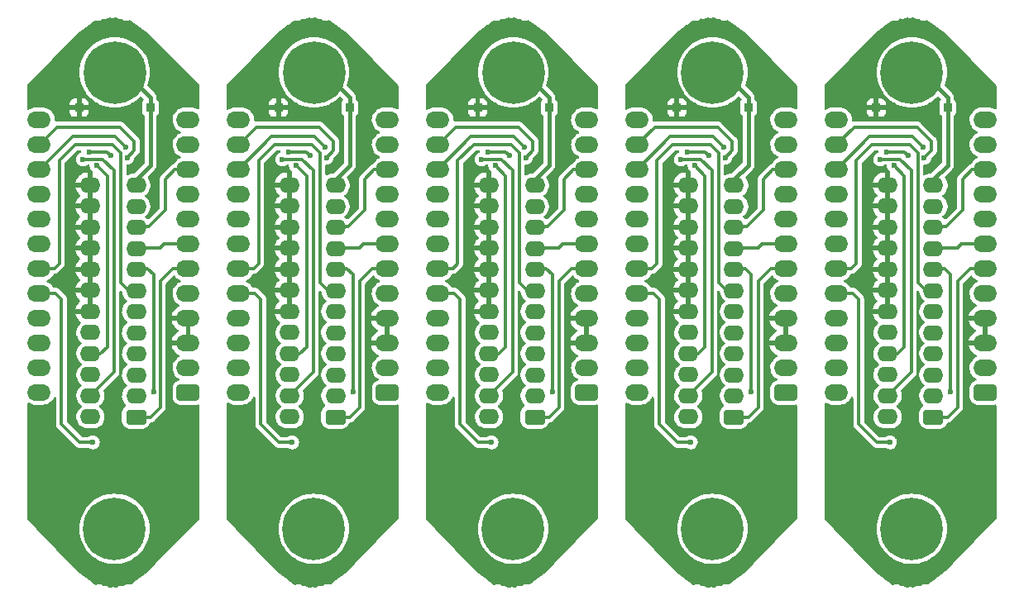
<source format=gbr>
%TF.GenerationSoftware,KiCad,Pcbnew,6.0.3-a3aad9c10e~116~ubuntu20.04.1*%
%TF.CreationDate,2022-03-20T14:38:18+01:00*%
%TF.ProjectId,5xPro_Micro_GPIB,35785072-6f5f-44d6-9963-726f5f475049,rev?*%
%TF.SameCoordinates,Original*%
%TF.FileFunction,Copper,L1,Top*%
%TF.FilePolarity,Positive*%
%FSLAX46Y46*%
G04 Gerber Fmt 4.6, Leading zero omitted, Abs format (unit mm)*
G04 Created by KiCad (PCBNEW 6.0.3-a3aad9c10e~116~ubuntu20.04.1) date 2022-03-20 14:38:18*
%MOMM*%
%LPD*%
G01*
G04 APERTURE LIST*
G04 Aperture macros list*
%AMRoundRect*
0 Rectangle with rounded corners*
0 $1 Rounding radius*
0 $2 $3 $4 $5 $6 $7 $8 $9 X,Y pos of 4 corners*
0 Add a 4 corners polygon primitive as box body*
4,1,4,$2,$3,$4,$5,$6,$7,$8,$9,$2,$3,0*
0 Add four circle primitives for the rounded corners*
1,1,$1+$1,$2,$3*
1,1,$1+$1,$4,$5*
1,1,$1+$1,$6,$7*
1,1,$1+$1,$8,$9*
0 Add four rect primitives between the rounded corners*
20,1,$1+$1,$2,$3,$4,$5,0*
20,1,$1+$1,$4,$5,$6,$7,0*
20,1,$1+$1,$6,$7,$8,$9,0*
20,1,$1+$1,$8,$9,$2,$3,0*%
G04 Aperture macros list end*
%TA.AperFunction,ComponentPad*%
%ADD10R,0.900000X0.900000*%
%TD*%
%TA.AperFunction,ComponentPad*%
%ADD11C,0.800000*%
%TD*%
%TA.AperFunction,ComponentPad*%
%ADD12C,6.400000*%
%TD*%
%TA.AperFunction,ComponentPad*%
%ADD13RoundRect,0.400000X0.650000X-0.400000X0.650000X0.400000X-0.650000X0.400000X-0.650000X-0.400000X0*%
%TD*%
%TA.AperFunction,ComponentPad*%
%ADD14O,2.100000X1.600000*%
%TD*%
%TA.AperFunction,ComponentPad*%
%ADD15RoundRect,0.425000X0.775000X-0.425000X0.775000X0.425000X-0.775000X0.425000X-0.775000X-0.425000X0*%
%TD*%
%TA.AperFunction,ComponentPad*%
%ADD16O,2.400000X1.700000*%
%TD*%
%TA.AperFunction,ViaPad*%
%ADD17C,0.600000*%
%TD*%
%TA.AperFunction,ViaPad*%
%ADD18C,0.800000*%
%TD*%
%TA.AperFunction,Conductor*%
%ADD19C,0.300000*%
%TD*%
%TA.AperFunction,Conductor*%
%ADD20C,0.400000*%
%TD*%
%TA.AperFunction,Conductor*%
%ADD21C,0.600000*%
%TD*%
G04 APERTURE END LIST*
D10*
%TO.P,J8,1,Pin_1*%
%TO.N,GND*%
X132340000Y-76000000D03*
%TD*%
%TO.P,J12,1,Pin_1*%
%TO.N,SHIELD*%
X160040000Y-75980000D03*
%TD*%
D11*
%TO.P,REF\u002A\u002A6,1*%
%TO.N,N/C*%
X153984000Y-72392000D03*
X158081056Y-70694944D03*
D12*
%TO.N,SHIELD*%
X156384000Y-72392000D03*
D11*
%TO.N,N/C*%
X154686944Y-70694944D03*
X156384000Y-69992000D03*
X156384000Y-74792000D03*
X158081056Y-74089056D03*
X154686944Y-74089056D03*
X158784000Y-72392000D03*
%TD*%
D13*
%TO.P,J10,1,Pin_1*%
%TO.N,GPIB 1 - DIO1*%
X158583045Y-107690268D03*
D14*
%TO.P,J10,2,Pin_2*%
%TO.N,GPIB 2 - DIO2*%
X158583045Y-105531268D03*
%TO.P,J10,3,Pin_3*%
%TO.N,GPIB 3 - DIO3*%
X158583045Y-103372268D03*
%TO.P,J10,4,Pin_4*%
%TO.N,GPIB 4 - DIO4*%
X158583045Y-101213268D03*
%TO.P,J10,5,Pin_5*%
%TO.N,GPIB 5 - EOI*%
X158583045Y-99054268D03*
%TO.P,J10,6,Pin_6*%
%TO.N,GPIB 6 - DAV*%
X158583045Y-96895268D03*
%TO.P,J10,7,Pin_7*%
%TO.N,GPIB 7-NRFD*%
X158583045Y-94736268D03*
%TO.P,J10,8,Pin_8*%
%TO.N,GPIB 8 - NDAC*%
X158583045Y-92577268D03*
%TO.P,J10,9,Pin_9*%
%TO.N,GPIB 9 - IFC*%
X158583045Y-90418268D03*
%TO.P,J10,10,Pin_10*%
%TO.N,GPIB 10 - SRQ*%
X158583045Y-88259268D03*
%TO.P,J10,11,Pin_11*%
%TO.N,GPIB 11 - ATN*%
X158583045Y-86100268D03*
%TO.P,J10,12,Pin_12*%
%TO.N,SHIELD*%
X158583045Y-83941268D03*
%TO.P,J10,13,Pin_13*%
%TO.N,GPIB 13 -DIO5*%
X153903045Y-107665768D03*
%TO.P,J10,14,Pin_14*%
%TO.N,GPIB 14 - DIO6*%
X153903045Y-105506768D03*
%TO.P,J10,15,Pin_15*%
%TO.N,GPIB 15 - DIO7*%
X153903045Y-103347768D03*
%TO.P,J10,16,Pin_16*%
%TO.N,GPIB 16 - DIO8*%
X153903045Y-101188768D03*
%TO.P,J10,17,Pin_17*%
%TO.N,GPIB 17 - REN*%
X153903045Y-99029768D03*
%TO.P,J10,18,Pin_18*%
%TO.N,GND*%
X153903045Y-96870768D03*
%TO.P,J10,19,Pin_19*%
X153903045Y-94711768D03*
%TO.P,J10,20,Pin_20*%
X153903045Y-92552768D03*
%TO.P,J10,21,Pin_21*%
X153903045Y-90393768D03*
%TO.P,J10,22,Pin_22*%
X153903045Y-88234768D03*
%TO.P,J10,23,Pin_23*%
X153903045Y-86075768D03*
%TO.P,J10,24,Pin_24*%
X153903045Y-83916768D03*
%TD*%
D10*
%TO.P,J9,1,Pin_1*%
%TO.N,SHIELD*%
X139640000Y-75980000D03*
%TD*%
D15*
%TO.P,U2,1,D1/TX*%
%TO.N,unconnected-(U1-Pad1)*%
X123103045Y-105181268D03*
D16*
%TO.P,U2,2,D0/RX*%
%TO.N,unconnected-(U1-Pad2)*%
X123103045Y-102641268D03*
%TO.P,U2,3,GND*%
%TO.N,GND*%
X123103045Y-100101268D03*
%TO.P,U2,4,GND*%
X123103045Y-97561268D03*
%TO.P,U2,5,D2*%
%TO.N,GPIB 11 - ATN*%
X123103045Y-95021268D03*
%TO.P,U2,6,D3*%
%TO.N,GPIB 1 - DIO1*%
X123103045Y-92481268D03*
%TO.P,U2,7,D4/A6*%
%TO.N,GPIB 9 - IFC*%
X123103045Y-89941268D03*
%TO.P,U2,8,D5*%
%TO.N,GPIB 17 - REN*%
X123103045Y-87401268D03*
%TO.P,U2,9,D6/A7*%
%TO.N,GPIB 16 - DIO8*%
X123103045Y-84861268D03*
%TO.P,U2,10,D7*%
%TO.N,GPIB 10 - SRQ*%
X123103045Y-82321268D03*
%TO.P,U2,11,D8/A8*%
%TO.N,GPIB 13 -DIO5*%
X123103045Y-79781268D03*
%TO.P,U2,12,D9/A9*%
%TO.N,GPIB 14 - DIO6*%
X123103045Y-77241268D03*
%TO.P,U2,13,D10/A10*%
%TO.N,GPIB 15 - DIO7*%
X107863045Y-77241268D03*
%TO.P,U2,14,D16*%
%TO.N,GPIB 3 - DIO3*%
X107863045Y-79781268D03*
%TO.P,U2,15,D14*%
%TO.N,GPIB 4 - DIO4*%
X107863045Y-82321268D03*
%TO.P,U2,16,D15*%
%TO.N,GPIB 2 - DIO2*%
X107863045Y-84861268D03*
%TO.P,U2,17,D18/A0*%
%TO.N,GPIB 5 - EOI*%
X107863045Y-87401268D03*
%TO.P,U2,18,D19/A1*%
%TO.N,GPIB 6 - DAV*%
X107863045Y-89941268D03*
%TO.P,U2,19,D20/A2*%
%TO.N,GPIB 7-NRFD*%
X107863045Y-92481268D03*
%TO.P,U2,20,D21/A3*%
%TO.N,GPIB 8 - NDAC*%
X107863045Y-95021268D03*
%TO.P,U2,21,VCC*%
%TO.N,unconnected-(U1-Pad21)*%
X107863045Y-97561268D03*
%TO.P,U2,22,RST*%
%TO.N,unconnected-(U1-Pad22)*%
X107863045Y-100101268D03*
%TO.P,U2,23,GND*%
%TO.N,GND*%
X107863045Y-102641268D03*
%TO.P,U2,24,RAW*%
%TO.N,unconnected-(U1-Pad24)*%
X107863045Y-105181268D03*
%TD*%
D12*
%TO.P,REF\u002A\u002A8,1*%
%TO.N,SHIELD*%
X176784000Y-72392000D03*
D11*
%TO.N,N/C*%
X175086944Y-74089056D03*
X175086944Y-70694944D03*
X176784000Y-69992000D03*
X179184000Y-72392000D03*
X176784000Y-74792000D03*
X174384000Y-72392000D03*
X178481056Y-74089056D03*
X178481056Y-70694944D03*
%TD*%
D15*
%TO.P,U4,1,D1/TX*%
%TO.N,unconnected-(U1-Pad1)*%
X163903045Y-105181268D03*
D16*
%TO.P,U4,2,D0/RX*%
%TO.N,unconnected-(U1-Pad2)*%
X163903045Y-102641268D03*
%TO.P,U4,3,GND*%
%TO.N,GND*%
X163903045Y-100101268D03*
%TO.P,U4,4,GND*%
X163903045Y-97561268D03*
%TO.P,U4,5,D2*%
%TO.N,GPIB 11 - ATN*%
X163903045Y-95021268D03*
%TO.P,U4,6,D3*%
%TO.N,GPIB 1 - DIO1*%
X163903045Y-92481268D03*
%TO.P,U4,7,D4/A6*%
%TO.N,GPIB 9 - IFC*%
X163903045Y-89941268D03*
%TO.P,U4,8,D5*%
%TO.N,GPIB 17 - REN*%
X163903045Y-87401268D03*
%TO.P,U4,9,D6/A7*%
%TO.N,GPIB 16 - DIO8*%
X163903045Y-84861268D03*
%TO.P,U4,10,D7*%
%TO.N,GPIB 10 - SRQ*%
X163903045Y-82321268D03*
%TO.P,U4,11,D8/A8*%
%TO.N,GPIB 13 -DIO5*%
X163903045Y-79781268D03*
%TO.P,U4,12,D9/A9*%
%TO.N,GPIB 14 - DIO6*%
X163903045Y-77241268D03*
%TO.P,U4,13,D10/A10*%
%TO.N,GPIB 15 - DIO7*%
X148663045Y-77241268D03*
%TO.P,U4,14,D16*%
%TO.N,GPIB 3 - DIO3*%
X148663045Y-79781268D03*
%TO.P,U4,15,D14*%
%TO.N,GPIB 4 - DIO4*%
X148663045Y-82321268D03*
%TO.P,U4,16,D15*%
%TO.N,GPIB 2 - DIO2*%
X148663045Y-84861268D03*
%TO.P,U4,17,D18/A0*%
%TO.N,GPIB 5 - EOI*%
X148663045Y-87401268D03*
%TO.P,U4,18,D19/A1*%
%TO.N,GPIB 6 - DAV*%
X148663045Y-89941268D03*
%TO.P,U4,19,D20/A2*%
%TO.N,GPIB 7-NRFD*%
X148663045Y-92481268D03*
%TO.P,U4,20,D21/A3*%
%TO.N,GPIB 8 - NDAC*%
X148663045Y-95021268D03*
%TO.P,U4,21,VCC*%
%TO.N,unconnected-(U1-Pad21)*%
X148663045Y-97561268D03*
%TO.P,U4,22,RST*%
%TO.N,unconnected-(U1-Pad22)*%
X148663045Y-100101268D03*
%TO.P,U4,23,GND*%
%TO.N,GND*%
X148663045Y-102641268D03*
%TO.P,U4,24,RAW*%
%TO.N,unconnected-(U1-Pad24)*%
X148663045Y-105181268D03*
%TD*%
D11*
%TO.P,REF\u002A\u002A7,1*%
%TO.N,N/C*%
X178461056Y-120849056D03*
X174364000Y-119152000D03*
X178461056Y-117454944D03*
X175066944Y-120849056D03*
X179164000Y-119152000D03*
X176764000Y-121552000D03*
X175066944Y-117454944D03*
X176764000Y-116752000D03*
D12*
%TO.N,SHIELD*%
X176764000Y-119152000D03*
%TD*%
D10*
%TO.P,J14,1,Pin_1*%
%TO.N,GND*%
X173140000Y-76000000D03*
%TD*%
%TO.P,J2,1,Pin_1*%
%TO.N,GND*%
X91540000Y-76000000D03*
%TD*%
D13*
%TO.P,J7,1,Pin_1*%
%TO.N,GPIB 1 - DIO1*%
X138183045Y-107690268D03*
D14*
%TO.P,J7,2,Pin_2*%
%TO.N,GPIB 2 - DIO2*%
X138183045Y-105531268D03*
%TO.P,J7,3,Pin_3*%
%TO.N,GPIB 3 - DIO3*%
X138183045Y-103372268D03*
%TO.P,J7,4,Pin_4*%
%TO.N,GPIB 4 - DIO4*%
X138183045Y-101213268D03*
%TO.P,J7,5,Pin_5*%
%TO.N,GPIB 5 - EOI*%
X138183045Y-99054268D03*
%TO.P,J7,6,Pin_6*%
%TO.N,GPIB 6 - DAV*%
X138183045Y-96895268D03*
%TO.P,J7,7,Pin_7*%
%TO.N,GPIB 7-NRFD*%
X138183045Y-94736268D03*
%TO.P,J7,8,Pin_8*%
%TO.N,GPIB 8 - NDAC*%
X138183045Y-92577268D03*
%TO.P,J7,9,Pin_9*%
%TO.N,GPIB 9 - IFC*%
X138183045Y-90418268D03*
%TO.P,J7,10,Pin_10*%
%TO.N,GPIB 10 - SRQ*%
X138183045Y-88259268D03*
%TO.P,J7,11,Pin_11*%
%TO.N,GPIB 11 - ATN*%
X138183045Y-86100268D03*
%TO.P,J7,12,Pin_12*%
%TO.N,SHIELD*%
X138183045Y-83941268D03*
%TO.P,J7,13,Pin_13*%
%TO.N,GPIB 13 -DIO5*%
X133503045Y-107665768D03*
%TO.P,J7,14,Pin_14*%
%TO.N,GPIB 14 - DIO6*%
X133503045Y-105506768D03*
%TO.P,J7,15,Pin_15*%
%TO.N,GPIB 15 - DIO7*%
X133503045Y-103347768D03*
%TO.P,J7,16,Pin_16*%
%TO.N,GPIB 16 - DIO8*%
X133503045Y-101188768D03*
%TO.P,J7,17,Pin_17*%
%TO.N,GPIB 17 - REN*%
X133503045Y-99029768D03*
%TO.P,J7,18,Pin_18*%
%TO.N,GND*%
X133503045Y-96870768D03*
%TO.P,J7,19,Pin_19*%
X133503045Y-94711768D03*
%TO.P,J7,20,Pin_20*%
X133503045Y-92552768D03*
%TO.P,J7,21,Pin_21*%
X133503045Y-90393768D03*
%TO.P,J7,22,Pin_22*%
X133503045Y-88234768D03*
%TO.P,J7,23,Pin_23*%
X133503045Y-86075768D03*
%TO.P,J7,24,Pin_24*%
X133503045Y-83916768D03*
%TD*%
D10*
%TO.P,J5,1,Pin_1*%
%TO.N,GND*%
X111940000Y-76000000D03*
%TD*%
D11*
%TO.P,REF\u002A\u002A1,1*%
%TO.N,N/C*%
X115564000Y-121552000D03*
X115564000Y-116752000D03*
D12*
%TO.N,SHIELD*%
X115564000Y-119152000D03*
D11*
%TO.N,N/C*%
X117261056Y-120849056D03*
X113164000Y-119152000D03*
X117964000Y-119152000D03*
X117261056Y-117454944D03*
X113866944Y-120849056D03*
X113866944Y-117454944D03*
%TD*%
D15*
%TO.P,U3,1,D1/TX*%
%TO.N,unconnected-(U1-Pad1)*%
X143503045Y-105181268D03*
D16*
%TO.P,U3,2,D0/RX*%
%TO.N,unconnected-(U1-Pad2)*%
X143503045Y-102641268D03*
%TO.P,U3,3,GND*%
%TO.N,GND*%
X143503045Y-100101268D03*
%TO.P,U3,4,GND*%
X143503045Y-97561268D03*
%TO.P,U3,5,D2*%
%TO.N,GPIB 11 - ATN*%
X143503045Y-95021268D03*
%TO.P,U3,6,D3*%
%TO.N,GPIB 1 - DIO1*%
X143503045Y-92481268D03*
%TO.P,U3,7,D4/A6*%
%TO.N,GPIB 9 - IFC*%
X143503045Y-89941268D03*
%TO.P,U3,8,D5*%
%TO.N,GPIB 17 - REN*%
X143503045Y-87401268D03*
%TO.P,U3,9,D6/A7*%
%TO.N,GPIB 16 - DIO8*%
X143503045Y-84861268D03*
%TO.P,U3,10,D7*%
%TO.N,GPIB 10 - SRQ*%
X143503045Y-82321268D03*
%TO.P,U3,11,D8/A8*%
%TO.N,GPIB 13 -DIO5*%
X143503045Y-79781268D03*
%TO.P,U3,12,D9/A9*%
%TO.N,GPIB 14 - DIO6*%
X143503045Y-77241268D03*
%TO.P,U3,13,D10/A10*%
%TO.N,GPIB 15 - DIO7*%
X128263045Y-77241268D03*
%TO.P,U3,14,D16*%
%TO.N,GPIB 3 - DIO3*%
X128263045Y-79781268D03*
%TO.P,U3,15,D14*%
%TO.N,GPIB 4 - DIO4*%
X128263045Y-82321268D03*
%TO.P,U3,16,D15*%
%TO.N,GPIB 2 - DIO2*%
X128263045Y-84861268D03*
%TO.P,U3,17,D18/A0*%
%TO.N,GPIB 5 - EOI*%
X128263045Y-87401268D03*
%TO.P,U3,18,D19/A1*%
%TO.N,GPIB 6 - DAV*%
X128263045Y-89941268D03*
%TO.P,U3,19,D20/A2*%
%TO.N,GPIB 7-NRFD*%
X128263045Y-92481268D03*
%TO.P,U3,20,D21/A3*%
%TO.N,GPIB 8 - NDAC*%
X128263045Y-95021268D03*
%TO.P,U3,21,VCC*%
%TO.N,unconnected-(U1-Pad21)*%
X128263045Y-97561268D03*
%TO.P,U3,22,RST*%
%TO.N,unconnected-(U1-Pad22)*%
X128263045Y-100101268D03*
%TO.P,U3,23,GND*%
%TO.N,GND*%
X128263045Y-102641268D03*
%TO.P,U3,24,RAW*%
%TO.N,unconnected-(U1-Pad24)*%
X128263045Y-105181268D03*
%TD*%
D11*
%TO.P,REF\u002A\u002A4,1*%
%TO.N,N/C*%
X134286944Y-70694944D03*
D12*
%TO.N,SHIELD*%
X135984000Y-72392000D03*
D11*
%TO.N,N/C*%
X137681056Y-70694944D03*
X135984000Y-74792000D03*
X137681056Y-74089056D03*
X133584000Y-72392000D03*
X134286944Y-74089056D03*
X138384000Y-72392000D03*
X135984000Y-69992000D03*
%TD*%
D13*
%TO.P,J1,1,Pin_1*%
%TO.N,GPIB 1 - DIO1*%
X97383045Y-107690268D03*
D14*
%TO.P,J1,2,Pin_2*%
%TO.N,GPIB 2 - DIO2*%
X97383045Y-105531268D03*
%TO.P,J1,3,Pin_3*%
%TO.N,GPIB 3 - DIO3*%
X97383045Y-103372268D03*
%TO.P,J1,4,Pin_4*%
%TO.N,GPIB 4 - DIO4*%
X97383045Y-101213268D03*
%TO.P,J1,5,Pin_5*%
%TO.N,GPIB 5 - EOI*%
X97383045Y-99054268D03*
%TO.P,J1,6,Pin_6*%
%TO.N,GPIB 6 - DAV*%
X97383045Y-96895268D03*
%TO.P,J1,7,Pin_7*%
%TO.N,GPIB 7-NRFD*%
X97383045Y-94736268D03*
%TO.P,J1,8,Pin_8*%
%TO.N,GPIB 8 - NDAC*%
X97383045Y-92577268D03*
%TO.P,J1,9,Pin_9*%
%TO.N,GPIB 9 - IFC*%
X97383045Y-90418268D03*
%TO.P,J1,10,Pin_10*%
%TO.N,GPIB 10 - SRQ*%
X97383045Y-88259268D03*
%TO.P,J1,11,Pin_11*%
%TO.N,GPIB 11 - ATN*%
X97383045Y-86100268D03*
%TO.P,J1,12,Pin_12*%
%TO.N,SHIELD*%
X97383045Y-83941268D03*
%TO.P,J1,13,Pin_13*%
%TO.N,GPIB 13 -DIO5*%
X92703045Y-107665768D03*
%TO.P,J1,14,Pin_14*%
%TO.N,GPIB 14 - DIO6*%
X92703045Y-105506768D03*
%TO.P,J1,15,Pin_15*%
%TO.N,GPIB 15 - DIO7*%
X92703045Y-103347768D03*
%TO.P,J1,16,Pin_16*%
%TO.N,GPIB 16 - DIO8*%
X92703045Y-101188768D03*
%TO.P,J1,17,Pin_17*%
%TO.N,GPIB 17 - REN*%
X92703045Y-99029768D03*
%TO.P,J1,18,Pin_18*%
%TO.N,GND*%
X92703045Y-96870768D03*
%TO.P,J1,19,Pin_19*%
X92703045Y-94711768D03*
%TO.P,J1,20,Pin_20*%
X92703045Y-92552768D03*
%TO.P,J1,21,Pin_21*%
X92703045Y-90393768D03*
%TO.P,J1,22,Pin_22*%
X92703045Y-88234768D03*
%TO.P,J1,23,Pin_23*%
X92703045Y-86075768D03*
%TO.P,J1,24,Pin_24*%
X92703045Y-83916768D03*
%TD*%
D15*
%TO.P,U1,1,D1/TX*%
%TO.N,unconnected-(U1-Pad1)*%
X102703045Y-105181268D03*
D16*
%TO.P,U1,2,D0/RX*%
%TO.N,unconnected-(U1-Pad2)*%
X102703045Y-102641268D03*
%TO.P,U1,3,GND*%
%TO.N,GND*%
X102703045Y-100101268D03*
%TO.P,U1,4,GND*%
X102703045Y-97561268D03*
%TO.P,U1,5,D2*%
%TO.N,GPIB 11 - ATN*%
X102703045Y-95021268D03*
%TO.P,U1,6,D3*%
%TO.N,GPIB 1 - DIO1*%
X102703045Y-92481268D03*
%TO.P,U1,7,D4/A6*%
%TO.N,GPIB 9 - IFC*%
X102703045Y-89941268D03*
%TO.P,U1,8,D5*%
%TO.N,GPIB 17 - REN*%
X102703045Y-87401268D03*
%TO.P,U1,9,D6/A7*%
%TO.N,GPIB 16 - DIO8*%
X102703045Y-84861268D03*
%TO.P,U1,10,D7*%
%TO.N,GPIB 10 - SRQ*%
X102703045Y-82321268D03*
%TO.P,U1,11,D8/A8*%
%TO.N,GPIB 13 -DIO5*%
X102703045Y-79781268D03*
%TO.P,U1,12,D9/A9*%
%TO.N,GPIB 14 - DIO6*%
X102703045Y-77241268D03*
%TO.P,U1,13,D10/A10*%
%TO.N,GPIB 15 - DIO7*%
X87463045Y-77241268D03*
%TO.P,U1,14,D16*%
%TO.N,GPIB 3 - DIO3*%
X87463045Y-79781268D03*
%TO.P,U1,15,D14*%
%TO.N,GPIB 4 - DIO4*%
X87463045Y-82321268D03*
%TO.P,U1,16,D15*%
%TO.N,GPIB 2 - DIO2*%
X87463045Y-84861268D03*
%TO.P,U1,17,D18/A0*%
%TO.N,GPIB 5 - EOI*%
X87463045Y-87401268D03*
%TO.P,U1,18,D19/A1*%
%TO.N,GPIB 6 - DAV*%
X87463045Y-89941268D03*
%TO.P,U1,19,D20/A2*%
%TO.N,GPIB 7-NRFD*%
X87463045Y-92481268D03*
%TO.P,U1,20,D21/A3*%
%TO.N,GPIB 8 - NDAC*%
X87463045Y-95021268D03*
%TO.P,U1,21,VCC*%
%TO.N,unconnected-(U1-Pad21)*%
X87463045Y-97561268D03*
%TO.P,U1,22,RST*%
%TO.N,unconnected-(U1-Pad22)*%
X87463045Y-100101268D03*
%TO.P,U1,23,GND*%
%TO.N,GND*%
X87463045Y-102641268D03*
%TO.P,U1,24,RAW*%
%TO.N,unconnected-(U1-Pad24)*%
X87463045Y-105181268D03*
%TD*%
D10*
%TO.P,J3,1,Pin_1*%
%TO.N,SHIELD*%
X98840000Y-75980000D03*
%TD*%
D11*
%TO.P,REF\u002A\u002A,1*%
%TO.N,N/C*%
X96881056Y-70694944D03*
X93486944Y-70694944D03*
X97584000Y-72392000D03*
X95184000Y-69992000D03*
X93486944Y-74089056D03*
D12*
%TO.N,SHIELD*%
X95184000Y-72392000D03*
D11*
%TO.N,N/C*%
X96881056Y-74089056D03*
X92784000Y-72392000D03*
X95184000Y-74792000D03*
%TD*%
D12*
%TO.P,REF\u002A\u002A,1*%
%TO.N,SHIELD*%
X95164000Y-119152000D03*
D11*
%TO.N,N/C*%
X92764000Y-119152000D03*
X93466944Y-120849056D03*
X95164000Y-116752000D03*
X97564000Y-119152000D03*
X95164000Y-121552000D03*
X96861056Y-117454944D03*
X93466944Y-117454944D03*
X96861056Y-120849056D03*
%TD*%
D10*
%TO.P,J6,1,Pin_1*%
%TO.N,SHIELD*%
X119240000Y-75980000D03*
%TD*%
D11*
%TO.P,REF\u002A\u002A2,1*%
%TO.N,N/C*%
X117281056Y-70694944D03*
X117281056Y-74089056D03*
D12*
%TO.N,SHIELD*%
X115584000Y-72392000D03*
D11*
%TO.N,N/C*%
X117984000Y-72392000D03*
X113886944Y-70694944D03*
X115584000Y-69992000D03*
X113184000Y-72392000D03*
X115584000Y-74792000D03*
X113886944Y-74089056D03*
%TD*%
D15*
%TO.P,U5,1,D1/TX*%
%TO.N,unconnected-(U1-Pad1)*%
X184303045Y-105181268D03*
D16*
%TO.P,U5,2,D0/RX*%
%TO.N,unconnected-(U1-Pad2)*%
X184303045Y-102641268D03*
%TO.P,U5,3,GND*%
%TO.N,GND*%
X184303045Y-100101268D03*
%TO.P,U5,4,GND*%
X184303045Y-97561268D03*
%TO.P,U5,5,D2*%
%TO.N,GPIB 11 - ATN*%
X184303045Y-95021268D03*
%TO.P,U5,6,D3*%
%TO.N,GPIB 1 - DIO1*%
X184303045Y-92481268D03*
%TO.P,U5,7,D4/A6*%
%TO.N,GPIB 9 - IFC*%
X184303045Y-89941268D03*
%TO.P,U5,8,D5*%
%TO.N,GPIB 17 - REN*%
X184303045Y-87401268D03*
%TO.P,U5,9,D6/A7*%
%TO.N,GPIB 16 - DIO8*%
X184303045Y-84861268D03*
%TO.P,U5,10,D7*%
%TO.N,GPIB 10 - SRQ*%
X184303045Y-82321268D03*
%TO.P,U5,11,D8/A8*%
%TO.N,GPIB 13 -DIO5*%
X184303045Y-79781268D03*
%TO.P,U5,12,D9/A9*%
%TO.N,GPIB 14 - DIO6*%
X184303045Y-77241268D03*
%TO.P,U5,13,D10/A10*%
%TO.N,GPIB 15 - DIO7*%
X169063045Y-77241268D03*
%TO.P,U5,14,D16*%
%TO.N,GPIB 3 - DIO3*%
X169063045Y-79781268D03*
%TO.P,U5,15,D14*%
%TO.N,GPIB 4 - DIO4*%
X169063045Y-82321268D03*
%TO.P,U5,16,D15*%
%TO.N,GPIB 2 - DIO2*%
X169063045Y-84861268D03*
%TO.P,U5,17,D18/A0*%
%TO.N,GPIB 5 - EOI*%
X169063045Y-87401268D03*
%TO.P,U5,18,D19/A1*%
%TO.N,GPIB 6 - DAV*%
X169063045Y-89941268D03*
%TO.P,U5,19,D20/A2*%
%TO.N,GPIB 7-NRFD*%
X169063045Y-92481268D03*
%TO.P,U5,20,D21/A3*%
%TO.N,GPIB 8 - NDAC*%
X169063045Y-95021268D03*
%TO.P,U5,21,VCC*%
%TO.N,unconnected-(U1-Pad21)*%
X169063045Y-97561268D03*
%TO.P,U5,22,RST*%
%TO.N,unconnected-(U1-Pad22)*%
X169063045Y-100101268D03*
%TO.P,U5,23,GND*%
%TO.N,GND*%
X169063045Y-102641268D03*
%TO.P,U5,24,RAW*%
%TO.N,unconnected-(U1-Pad24)*%
X169063045Y-105181268D03*
%TD*%
D11*
%TO.P,REF\u002A\u002A3,1*%
%TO.N,N/C*%
X137661056Y-117454944D03*
X133564000Y-119152000D03*
X134266944Y-120849056D03*
X135964000Y-121552000D03*
D12*
%TO.N,SHIELD*%
X135964000Y-119152000D03*
D11*
%TO.N,N/C*%
X138364000Y-119152000D03*
X135964000Y-116752000D03*
X137661056Y-120849056D03*
X134266944Y-117454944D03*
%TD*%
%TO.P,REF\u002A\u002A5,1*%
%TO.N,N/C*%
X153964000Y-119152000D03*
X158764000Y-119152000D03*
D12*
%TO.N,SHIELD*%
X156364000Y-119152000D03*
D11*
%TO.N,N/C*%
X154666944Y-117454944D03*
X158061056Y-120849056D03*
X156364000Y-121552000D03*
X158061056Y-117454944D03*
X154666944Y-120849056D03*
X156364000Y-116752000D03*
%TD*%
D10*
%TO.P,J15,1,Pin_1*%
%TO.N,SHIELD*%
X180440000Y-75980000D03*
%TD*%
D13*
%TO.P,J4,1,Pin_1*%
%TO.N,GPIB 1 - DIO1*%
X117783045Y-107690268D03*
D14*
%TO.P,J4,2,Pin_2*%
%TO.N,GPIB 2 - DIO2*%
X117783045Y-105531268D03*
%TO.P,J4,3,Pin_3*%
%TO.N,GPIB 3 - DIO3*%
X117783045Y-103372268D03*
%TO.P,J4,4,Pin_4*%
%TO.N,GPIB 4 - DIO4*%
X117783045Y-101213268D03*
%TO.P,J4,5,Pin_5*%
%TO.N,GPIB 5 - EOI*%
X117783045Y-99054268D03*
%TO.P,J4,6,Pin_6*%
%TO.N,GPIB 6 - DAV*%
X117783045Y-96895268D03*
%TO.P,J4,7,Pin_7*%
%TO.N,GPIB 7-NRFD*%
X117783045Y-94736268D03*
%TO.P,J4,8,Pin_8*%
%TO.N,GPIB 8 - NDAC*%
X117783045Y-92577268D03*
%TO.P,J4,9,Pin_9*%
%TO.N,GPIB 9 - IFC*%
X117783045Y-90418268D03*
%TO.P,J4,10,Pin_10*%
%TO.N,GPIB 10 - SRQ*%
X117783045Y-88259268D03*
%TO.P,J4,11,Pin_11*%
%TO.N,GPIB 11 - ATN*%
X117783045Y-86100268D03*
%TO.P,J4,12,Pin_12*%
%TO.N,SHIELD*%
X117783045Y-83941268D03*
%TO.P,J4,13,Pin_13*%
%TO.N,GPIB 13 -DIO5*%
X113103045Y-107665768D03*
%TO.P,J4,14,Pin_14*%
%TO.N,GPIB 14 - DIO6*%
X113103045Y-105506768D03*
%TO.P,J4,15,Pin_15*%
%TO.N,GPIB 15 - DIO7*%
X113103045Y-103347768D03*
%TO.P,J4,16,Pin_16*%
%TO.N,GPIB 16 - DIO8*%
X113103045Y-101188768D03*
%TO.P,J4,17,Pin_17*%
%TO.N,GPIB 17 - REN*%
X113103045Y-99029768D03*
%TO.P,J4,18,Pin_18*%
%TO.N,GND*%
X113103045Y-96870768D03*
%TO.P,J4,19,Pin_19*%
X113103045Y-94711768D03*
%TO.P,J4,20,Pin_20*%
X113103045Y-92552768D03*
%TO.P,J4,21,Pin_21*%
X113103045Y-90393768D03*
%TO.P,J4,22,Pin_22*%
X113103045Y-88234768D03*
%TO.P,J4,23,Pin_23*%
X113103045Y-86075768D03*
%TO.P,J4,24,Pin_24*%
X113103045Y-83916768D03*
%TD*%
D10*
%TO.P,J11,1,Pin_1*%
%TO.N,GND*%
X152740000Y-76000000D03*
%TD*%
D13*
%TO.P,J13,1,Pin_1*%
%TO.N,GPIB 1 - DIO1*%
X178983045Y-107690268D03*
D14*
%TO.P,J13,2,Pin_2*%
%TO.N,GPIB 2 - DIO2*%
X178983045Y-105531268D03*
%TO.P,J13,3,Pin_3*%
%TO.N,GPIB 3 - DIO3*%
X178983045Y-103372268D03*
%TO.P,J13,4,Pin_4*%
%TO.N,GPIB 4 - DIO4*%
X178983045Y-101213268D03*
%TO.P,J13,5,Pin_5*%
%TO.N,GPIB 5 - EOI*%
X178983045Y-99054268D03*
%TO.P,J13,6,Pin_6*%
%TO.N,GPIB 6 - DAV*%
X178983045Y-96895268D03*
%TO.P,J13,7,Pin_7*%
%TO.N,GPIB 7-NRFD*%
X178983045Y-94736268D03*
%TO.P,J13,8,Pin_8*%
%TO.N,GPIB 8 - NDAC*%
X178983045Y-92577268D03*
%TO.P,J13,9,Pin_9*%
%TO.N,GPIB 9 - IFC*%
X178983045Y-90418268D03*
%TO.P,J13,10,Pin_10*%
%TO.N,GPIB 10 - SRQ*%
X178983045Y-88259268D03*
%TO.P,J13,11,Pin_11*%
%TO.N,GPIB 11 - ATN*%
X178983045Y-86100268D03*
%TO.P,J13,12,Pin_12*%
%TO.N,SHIELD*%
X178983045Y-83941268D03*
%TO.P,J13,13,Pin_13*%
%TO.N,GPIB 13 -DIO5*%
X174303045Y-107665768D03*
%TO.P,J13,14,Pin_14*%
%TO.N,GPIB 14 - DIO6*%
X174303045Y-105506768D03*
%TO.P,J13,15,Pin_15*%
%TO.N,GPIB 15 - DIO7*%
X174303045Y-103347768D03*
%TO.P,J13,16,Pin_16*%
%TO.N,GPIB 16 - DIO8*%
X174303045Y-101188768D03*
%TO.P,J13,17,Pin_17*%
%TO.N,GPIB 17 - REN*%
X174303045Y-99029768D03*
%TO.P,J13,18,Pin_18*%
%TO.N,GND*%
X174303045Y-96870768D03*
%TO.P,J13,19,Pin_19*%
X174303045Y-94711768D03*
%TO.P,J13,20,Pin_20*%
X174303045Y-92552768D03*
%TO.P,J13,21,Pin_21*%
X174303045Y-90393768D03*
%TO.P,J13,22,Pin_22*%
X174303045Y-88234768D03*
%TO.P,J13,23,Pin_23*%
X174303045Y-86075768D03*
%TO.P,J13,24,Pin_24*%
X174303045Y-83916768D03*
%TD*%
D17*
%TO.N,GPIB 3 - DIO3*%
X96455930Y-81125000D03*
X178055930Y-81125000D03*
X137255930Y-81125000D03*
X157655930Y-81125000D03*
X116855930Y-81125000D03*
%TO.N,GPIB 4 - DIO4*%
X137103295Y-80021018D03*
X177903295Y-80021018D03*
X157503295Y-80021018D03*
X116703295Y-80021018D03*
X96303295Y-80021018D03*
%TO.N,GPIB 8 - NDAC*%
X113355930Y-110292000D03*
X174555930Y-110292000D03*
X92955930Y-110292000D03*
X99163045Y-105100768D03*
X133755930Y-110292000D03*
X139963045Y-105100768D03*
X119563045Y-105100768D03*
X180763045Y-105100768D03*
X160363045Y-105100768D03*
X154155930Y-110292000D03*
%TO.N,GPIB 13 -DIO5*%
X113020000Y-80530000D03*
X115175930Y-80921011D03*
X174220000Y-80530000D03*
X176375930Y-80921011D03*
X94775930Y-80921011D03*
X135575930Y-80921011D03*
X92620000Y-80530000D03*
X153820000Y-80530000D03*
X155975930Y-80921011D03*
X133420000Y-80530000D03*
%TO.N,GPIB 14 - DIO6*%
X132722545Y-81291768D03*
X112322545Y-81291768D03*
X173522545Y-81291768D03*
X91922545Y-81291768D03*
X153122545Y-81291768D03*
%TO.N,GPIB 16 - DIO8*%
X154530000Y-81950000D03*
X93330000Y-81950000D03*
X174930000Y-81950000D03*
X113730000Y-81950000D03*
X134130000Y-81950000D03*
D18*
%TO.N,GND*%
X87465930Y-107092000D03*
X148665930Y-107092000D03*
X163935930Y-107082000D03*
X143535930Y-107082000D03*
X183785930Y-117562000D03*
X169655930Y-117712000D03*
X169065930Y-107092000D03*
X107865930Y-107092000D03*
X108455930Y-117712000D03*
X102735930Y-107082000D03*
X128855930Y-117712000D03*
X102185930Y-117562000D03*
X128265930Y-107092000D03*
X149255930Y-117712000D03*
X88055930Y-117712000D03*
X184335930Y-107082000D03*
X123135930Y-107082000D03*
X163385930Y-117562000D03*
X142985930Y-117562000D03*
X122585930Y-117562000D03*
%TD*%
D19*
%TO.N,GPIB 1 - DIO1*%
X101116662Y-92521268D02*
X102789045Y-92521268D01*
X99859045Y-93778885D02*
X101116662Y-92521268D01*
X99859045Y-106690768D02*
X99859045Y-93778885D01*
X179109755Y-107706768D02*
X180443045Y-107706768D01*
X158708345Y-107708178D02*
X158709755Y-107706768D01*
X117909755Y-107706768D02*
X119243045Y-107706768D01*
X140659045Y-93778885D02*
X141916662Y-92521268D01*
X119243045Y-107706768D02*
X120259045Y-106690768D01*
X138308345Y-107708178D02*
X138309755Y-107706768D01*
X179108345Y-107708178D02*
X179109755Y-107706768D01*
X180443045Y-107706768D02*
X181459045Y-106690768D01*
X158709755Y-107706768D02*
X160043045Y-107706768D01*
X120259045Y-106690768D02*
X120259045Y-93778885D01*
X140659045Y-106690768D02*
X140659045Y-93778885D01*
X182716662Y-92521268D02*
X184389045Y-92521268D01*
X138309755Y-107706768D02*
X139643045Y-107706768D01*
X160043045Y-107706768D02*
X161059045Y-106690768D01*
X117908345Y-107708178D02*
X117909755Y-107706768D01*
X161059045Y-106690768D02*
X161059045Y-93778885D01*
X141916662Y-92521268D02*
X143589045Y-92521268D01*
X139643045Y-107706768D02*
X140659045Y-106690768D01*
X97509755Y-107706768D02*
X98843045Y-107706768D01*
X97508345Y-107708178D02*
X97509755Y-107706768D01*
X181459045Y-106690768D02*
X181459045Y-93778885D01*
X98843045Y-107706768D02*
X99859045Y-106690768D01*
X181459045Y-93778885D02*
X182716662Y-92521268D01*
X121516662Y-92521268D02*
X123189045Y-92521268D01*
X162316662Y-92521268D02*
X163989045Y-92521268D01*
X161059045Y-93778885D02*
X162316662Y-92521268D01*
X120259045Y-93778885D02*
X121516662Y-92521268D01*
%TO.N,GPIB 3 - DIO3*%
X178792045Y-79449268D02*
X178792045Y-80388885D01*
X128276545Y-79766768D02*
X130071313Y-77972000D01*
X89271313Y-77972000D02*
X95714777Y-77972000D01*
X177314777Y-77972000D02*
X178792045Y-79449268D01*
X178792045Y-80388885D02*
X178055930Y-81125000D01*
X170871313Y-77972000D02*
X177314777Y-77972000D01*
X107876545Y-79766768D02*
X109671313Y-77972000D01*
X158392045Y-79449268D02*
X158392045Y-80388885D01*
X95714777Y-77972000D02*
X97192045Y-79449268D01*
X150471313Y-77972000D02*
X156914777Y-77972000D01*
X137992045Y-79449268D02*
X137992045Y-80388885D01*
X87476545Y-79766768D02*
X89271313Y-77972000D01*
X148676545Y-79766768D02*
X150471313Y-77972000D01*
X130071313Y-77972000D02*
X136514777Y-77972000D01*
X116114777Y-77972000D02*
X117592045Y-79449268D01*
X169076545Y-79766768D02*
X170871313Y-77972000D01*
X136514777Y-77972000D02*
X137992045Y-79449268D01*
X97192045Y-80388885D02*
X96455930Y-81125000D01*
X97192045Y-79449268D02*
X97192045Y-80388885D01*
X137992045Y-80388885D02*
X137255930Y-81125000D01*
X117592045Y-79449268D02*
X117592045Y-80388885D01*
X156914777Y-77972000D02*
X158392045Y-79449268D01*
X117592045Y-80388885D02*
X116855930Y-81125000D01*
X158392045Y-80388885D02*
X157655930Y-81125000D01*
X109671313Y-77972000D02*
X116114777Y-77972000D01*
%TO.N,GPIB 4 - DIO4*%
X131656662Y-78941268D02*
X128291162Y-82306768D01*
X96303045Y-80021268D02*
X95223045Y-78941268D01*
X176823045Y-78941268D02*
X172456662Y-78941268D01*
X111256662Y-78941268D02*
X107891162Y-82306768D01*
X107891162Y-82306768D02*
X107876545Y-82306768D01*
X156423045Y-78941268D02*
X152056662Y-78941268D01*
X152056662Y-78941268D02*
X148691162Y-82306768D01*
X90856662Y-78941268D02*
X87491162Y-82306768D01*
X177903045Y-80021268D02*
X176823045Y-78941268D01*
X95223045Y-78941268D02*
X90856662Y-78941268D01*
X87491162Y-82306768D02*
X87476545Y-82306768D01*
X136023045Y-78941268D02*
X131656662Y-78941268D01*
X137103045Y-80021268D02*
X136023045Y-78941268D01*
X169091162Y-82306768D02*
X169076545Y-82306768D01*
X172456662Y-78941268D02*
X169091162Y-82306768D01*
X128291162Y-82306768D02*
X128276545Y-82306768D01*
X148691162Y-82306768D02*
X148676545Y-82306768D01*
X115623045Y-78941268D02*
X111256662Y-78941268D01*
X116703045Y-80021268D02*
X115623045Y-78941268D01*
X157503045Y-80021268D02*
X156423045Y-78941268D01*
%TO.N,GPIB 7-NRFD*%
X172717662Y-79830268D02*
X171105930Y-81442000D01*
X158709545Y-94689268D02*
X157757045Y-94689268D01*
X117909545Y-94689268D02*
X116957045Y-94689268D01*
X177405930Y-93938153D02*
X177405930Y-80672000D01*
X150705930Y-81442000D02*
X150705930Y-83502000D01*
X131917662Y-79830268D02*
X130305930Y-81442000D01*
X150705930Y-91961383D02*
X150705930Y-83512000D01*
X95805930Y-80672000D02*
X94964198Y-79830268D01*
X135764198Y-79830268D02*
X131917662Y-79830268D01*
X150200545Y-92466768D02*
X150705930Y-91961383D01*
X171105930Y-81442000D02*
X171105930Y-83502000D01*
X130305930Y-91961383D02*
X130305930Y-83512000D01*
X128276545Y-92466768D02*
X129800545Y-92466768D01*
X91117662Y-79830268D02*
X89505930Y-81442000D01*
X109400545Y-92466768D02*
X109905930Y-91961383D01*
X177405930Y-80672000D02*
X176564198Y-79830268D01*
X96557045Y-94689268D02*
X95805930Y-93938153D01*
X115364198Y-79830268D02*
X111517662Y-79830268D01*
X107876545Y-92466768D02*
X109400545Y-92466768D01*
X116205930Y-80672000D02*
X115364198Y-79830268D01*
X176564198Y-79830268D02*
X172717662Y-79830268D01*
X87476545Y-92466768D02*
X89000545Y-92466768D01*
X111517662Y-79830268D02*
X109905930Y-81442000D01*
X89000545Y-92466768D02*
X89505930Y-91961383D01*
X136605930Y-80672000D02*
X135764198Y-79830268D01*
X170600545Y-92466768D02*
X171105930Y-91961383D01*
X109905930Y-91961383D02*
X109905930Y-83512000D01*
X137357045Y-94689268D02*
X136605930Y-93938153D01*
X116205930Y-93938153D02*
X116205930Y-80672000D01*
X171105930Y-91961383D02*
X171105930Y-83512000D01*
X136605930Y-93938153D02*
X136605930Y-80672000D01*
X138309545Y-94689268D02*
X137357045Y-94689268D01*
X97509545Y-94689268D02*
X96557045Y-94689268D01*
X129800545Y-92466768D02*
X130305930Y-91961383D01*
X152317662Y-79830268D02*
X150705930Y-81442000D01*
X89505930Y-91961383D02*
X89505930Y-83512000D01*
X178157045Y-94689268D02*
X177405930Y-93938153D01*
X169076545Y-92466768D02*
X170600545Y-92466768D01*
X116957045Y-94689268D02*
X116205930Y-93938153D01*
X156164198Y-79830268D02*
X152317662Y-79830268D01*
X95805930Y-93938153D02*
X95805930Y-80672000D01*
X148676545Y-92466768D02*
X150200545Y-92466768D01*
X179109545Y-94689268D02*
X178157045Y-94689268D01*
X109905930Y-81442000D02*
X109905930Y-83502000D01*
X157005930Y-93938153D02*
X157005930Y-80672000D01*
X89505930Y-81442000D02*
X89505930Y-83502000D01*
X94964198Y-79830268D02*
X91117662Y-79830268D01*
X130305930Y-81442000D02*
X130305930Y-83502000D01*
X157757045Y-94689268D02*
X157005930Y-93938153D01*
X157005930Y-80672000D02*
X156164198Y-79830268D01*
%TO.N,GPIB 8 - NDAC*%
X89735930Y-108432000D02*
X91595930Y-110292000D01*
X150935930Y-108432000D02*
X152795930Y-110292000D01*
X180760545Y-105103268D02*
X180763045Y-105100768D01*
X111995930Y-110292000D02*
X113355930Y-110292000D01*
X139960545Y-105103268D02*
X139963045Y-105100768D01*
X180763045Y-105100768D02*
X180763045Y-105100768D01*
X171335930Y-95592000D02*
X171335930Y-108432000D01*
X159747508Y-92493578D02*
X158708345Y-92493578D01*
X152795930Y-110292000D02*
X154155930Y-110292000D01*
X99163045Y-105100768D02*
X99163045Y-93109115D01*
X160363045Y-105100768D02*
X160363045Y-105100768D01*
X160363045Y-105100768D02*
X160363045Y-93109115D01*
X150935930Y-95592000D02*
X150935930Y-108432000D01*
X139963045Y-105100768D02*
X139963045Y-105100768D01*
X109550698Y-95006768D02*
X110135930Y-95592000D01*
X173195930Y-110292000D02*
X174555930Y-110292000D01*
X87540045Y-95006768D02*
X89150698Y-95006768D01*
X119560545Y-105103268D02*
X119563045Y-105100768D01*
X119563045Y-93109115D02*
X118947508Y-92493578D01*
X130535930Y-108432000D02*
X132395930Y-110292000D01*
X139347508Y-92493578D02*
X138308345Y-92493578D01*
X119563045Y-105100768D02*
X119563045Y-93109115D01*
X180763045Y-105100768D02*
X180763045Y-93109115D01*
X180763045Y-93109115D02*
X180147508Y-92493578D01*
X160363045Y-93109115D02*
X159747508Y-92493578D01*
X99163045Y-93109115D02*
X98547508Y-92493578D01*
X129950698Y-95006768D02*
X130535930Y-95592000D01*
X180147508Y-92493578D02*
X179108345Y-92493578D01*
X130535930Y-95592000D02*
X130535930Y-108432000D01*
X89150698Y-95006768D02*
X89735930Y-95592000D01*
X91595930Y-110292000D02*
X92955930Y-110292000D01*
X110135930Y-108432000D02*
X111995930Y-110292000D01*
X150350698Y-95006768D02*
X150935930Y-95592000D01*
X99163045Y-105100768D02*
X99163045Y-105100768D01*
X119563045Y-105100768D02*
X119563045Y-105100768D01*
X118947508Y-92493578D02*
X117908345Y-92493578D01*
X160360545Y-105103268D02*
X160363045Y-105100768D01*
X98547508Y-92493578D02*
X97508345Y-92493578D01*
X139963045Y-105100768D02*
X139963045Y-93109115D01*
X128340045Y-95006768D02*
X129950698Y-95006768D01*
X148740045Y-95006768D02*
X150350698Y-95006768D01*
X169140045Y-95006768D02*
X170750698Y-95006768D01*
X110135930Y-95592000D02*
X110135930Y-108432000D01*
X132395930Y-110292000D02*
X133755930Y-110292000D01*
X89735930Y-95592000D02*
X89735930Y-108432000D01*
X171335930Y-108432000D02*
X173195930Y-110292000D01*
X99160545Y-105103268D02*
X99163045Y-105100768D01*
X170750698Y-95006768D02*
X171335930Y-95592000D01*
X107940045Y-95006768D02*
X109550698Y-95006768D01*
X139963045Y-93109115D02*
X139347508Y-92493578D01*
%TO.N,GPIB 9 - IFC*%
X140695735Y-90334578D02*
X141049045Y-89981268D01*
X99895735Y-90334578D02*
X100249045Y-89981268D01*
X181495735Y-90334578D02*
X181849045Y-89981268D01*
X158708345Y-90334578D02*
X161095735Y-90334578D01*
X141049045Y-89981268D02*
X143493045Y-89981268D01*
X181849045Y-89981268D02*
X184293045Y-89981268D01*
X179108345Y-90334578D02*
X181495735Y-90334578D01*
X138308345Y-90334578D02*
X140695735Y-90334578D01*
X100249045Y-89981268D02*
X102693045Y-89981268D01*
X161095735Y-90334578D02*
X161449045Y-89981268D01*
X97508345Y-90334578D02*
X99895735Y-90334578D01*
X120649045Y-89981268D02*
X123093045Y-89981268D01*
X161449045Y-89981268D02*
X163893045Y-89981268D01*
X120295735Y-90334578D02*
X120649045Y-89981268D01*
X117908345Y-90334578D02*
X120295735Y-90334578D01*
%TO.N,GPIB 10 - SRQ*%
X161567045Y-83317268D02*
X162523045Y-82361268D01*
X181967045Y-86500885D02*
X181967045Y-83317268D01*
X159892352Y-88175578D02*
X161567045Y-86500885D01*
X120767045Y-86500885D02*
X120767045Y-83317268D01*
X141167045Y-83317268D02*
X142123045Y-82361268D01*
X142123045Y-82361268D02*
X143493045Y-82361268D01*
X120767045Y-83317268D02*
X121723045Y-82361268D01*
X138308345Y-88175578D02*
X139492352Y-88175578D01*
X182923045Y-82361268D02*
X184293045Y-82361268D01*
X180292352Y-88175578D02*
X181967045Y-86500885D01*
X139492352Y-88175578D02*
X141167045Y-86500885D01*
X141167045Y-86500885D02*
X141167045Y-83317268D01*
X158708345Y-88175578D02*
X159892352Y-88175578D01*
X161567045Y-86500885D02*
X161567045Y-83317268D01*
X121723045Y-82361268D02*
X123093045Y-82361268D01*
X101323045Y-82361268D02*
X102693045Y-82361268D01*
X119092352Y-88175578D02*
X120767045Y-86500885D01*
X100367045Y-83317268D02*
X101323045Y-82361268D01*
X179108345Y-88175578D02*
X180292352Y-88175578D01*
X181967045Y-83317268D02*
X182923045Y-82361268D01*
X117908345Y-88175578D02*
X119092352Y-88175578D01*
X98692352Y-88175578D02*
X100367045Y-86500885D01*
X162523045Y-82361268D02*
X163893045Y-82361268D01*
X97508345Y-88175578D02*
X98692352Y-88175578D01*
X100367045Y-86500885D02*
X100367045Y-83317268D01*
D20*
%TO.N,SHIELD*%
X117783045Y-83384885D02*
X119270000Y-81897930D01*
X97383045Y-83941268D02*
X97383045Y-83384885D01*
X138183045Y-83941268D02*
X138183045Y-83384885D01*
X160070000Y-81897930D02*
X160070000Y-74947320D01*
X137114680Y-72392000D02*
X135984000Y-72392000D01*
X96314680Y-72392000D02*
X95184000Y-72392000D01*
X158583045Y-83384885D02*
X160070000Y-81897930D01*
X138183045Y-83384885D02*
X139670000Y-81897930D01*
X97383045Y-83384885D02*
X98870000Y-81897930D01*
X119270000Y-81897930D02*
X119270000Y-74947320D01*
X157514680Y-72392000D02*
X156384000Y-72392000D01*
X119270000Y-74947320D02*
X116714680Y-72392000D01*
X98870000Y-81897930D02*
X98870000Y-74947320D01*
X116714680Y-72392000D02*
X115584000Y-72392000D01*
X178983045Y-83941268D02*
X178983045Y-83384885D01*
X160070000Y-74947320D02*
X157514680Y-72392000D01*
X139670000Y-81897930D02*
X139670000Y-74947320D01*
X139670000Y-74947320D02*
X137114680Y-72392000D01*
X180470000Y-81897930D02*
X180470000Y-74947320D01*
X117783045Y-83941268D02*
X117783045Y-83384885D01*
X180470000Y-74947320D02*
X177914680Y-72392000D01*
X177914680Y-72392000D02*
X176784000Y-72392000D01*
X98870000Y-74947320D02*
X96314680Y-72392000D01*
X158583045Y-83941268D02*
X158583045Y-83384885D01*
X178983045Y-83384885D02*
X180470000Y-81897930D01*
D19*
%TO.N,GPIB 13 -DIO5*%
X153820000Y-80530000D02*
X155580000Y-80530000D01*
X155580000Y-80530000D02*
X155975000Y-80925000D01*
X175980000Y-80530000D02*
X176375000Y-80925000D01*
X135180000Y-80530000D02*
X135575000Y-80925000D01*
X114780000Y-80530000D02*
X115175000Y-80925000D01*
X174220000Y-80530000D02*
X175980000Y-80530000D01*
X92620000Y-80530000D02*
X94380000Y-80530000D01*
X94380000Y-80530000D02*
X94775000Y-80925000D01*
X113020000Y-80530000D02*
X114780000Y-80530000D01*
X133420000Y-80530000D02*
X135180000Y-80530000D01*
%TO.N,GPIB 14 - DIO6*%
X95115930Y-103115383D02*
X92683545Y-105547768D01*
X115515930Y-103115383D02*
X113083545Y-105547768D01*
X95115930Y-82432000D02*
X95115930Y-103115383D01*
X155175698Y-81291768D02*
X156315930Y-82432000D01*
X112322545Y-81291768D02*
X114375698Y-81291768D01*
X156315930Y-82432000D02*
X156315930Y-103115383D01*
X173521545Y-81290768D02*
X173522545Y-81291768D01*
X132721545Y-81290768D02*
X132722545Y-81291768D01*
X93975698Y-81291768D02*
X95115930Y-82432000D01*
X112321545Y-81290768D02*
X112322545Y-81291768D01*
X175575698Y-81291768D02*
X176715930Y-82432000D01*
X91922545Y-81291768D02*
X93975698Y-81291768D01*
X115515930Y-82432000D02*
X115515930Y-103115383D01*
X91921545Y-81290768D02*
X91922545Y-81291768D01*
X176715930Y-103115383D02*
X174283545Y-105547768D01*
X135915930Y-82432000D02*
X135915930Y-103115383D01*
X132722545Y-81291768D02*
X134775698Y-81291768D01*
X114375698Y-81291768D02*
X115515930Y-82432000D01*
X134775698Y-81291768D02*
X135915930Y-82432000D01*
X176715930Y-82432000D02*
X176715930Y-103115383D01*
X153121545Y-81290768D02*
X153122545Y-81291768D01*
X153122545Y-81291768D02*
X155175698Y-81291768D01*
X135915930Y-103115383D02*
X133483545Y-105547768D01*
X156315930Y-103115383D02*
X153883545Y-105547768D01*
X173522545Y-81291768D02*
X175575698Y-81291768D01*
%TO.N,GPIB 16 - DIO8*%
X155615930Y-100513383D02*
X155615930Y-83035930D01*
X135215930Y-100513383D02*
X135215930Y-83035930D01*
X94415930Y-83035930D02*
X93330000Y-81950000D01*
X113083545Y-101229768D02*
X114099545Y-101229768D01*
X133483545Y-101229768D02*
X134499545Y-101229768D01*
X155615930Y-83035930D02*
X154530000Y-81950000D01*
X174283545Y-101229768D02*
X175299545Y-101229768D01*
X114815930Y-100513383D02*
X114815930Y-83035930D01*
X93699545Y-101229768D02*
X94415930Y-100513383D01*
X175299545Y-101229768D02*
X176015930Y-100513383D01*
X176015930Y-100513383D02*
X176015930Y-83035930D01*
X114815930Y-83035930D02*
X113730000Y-81950000D01*
X134499545Y-101229768D02*
X135215930Y-100513383D01*
X176015930Y-83035930D02*
X174930000Y-81950000D01*
X94415930Y-100513383D02*
X94415930Y-83035930D01*
X135215930Y-83035930D02*
X134130000Y-81950000D01*
X92683545Y-101229768D02*
X93699545Y-101229768D01*
X153883545Y-101229768D02*
X154899545Y-101229768D01*
X114099545Y-101229768D02*
X114815930Y-100513383D01*
X154899545Y-101229768D02*
X155615930Y-100513383D01*
D21*
%TO.N,GND*%
X162953045Y-97601268D02*
X163893045Y-97601268D01*
X183353045Y-97601268D02*
X184293045Y-97601268D01*
X122153045Y-97601268D02*
X123093045Y-97601268D01*
X101753045Y-97601268D02*
X102693045Y-97601268D01*
X142553045Y-97601268D02*
X143493045Y-97601268D01*
%TD*%
%TA.AperFunction,Conductor*%
%TO.N,GND*%
G36*
X91735652Y-80400453D02*
G01*
X91781407Y-80453257D01*
X91791351Y-80522415D01*
X91762326Y-80585971D01*
X91697561Y-80625342D01*
X91687202Y-80627829D01*
X91676577Y-80630380D01*
X91669944Y-80633803D01*
X91669940Y-80633805D01*
X91603010Y-80668351D01*
X91525914Y-80708143D01*
X91520282Y-80713056D01*
X91407296Y-80811620D01*
X91398149Y-80819599D01*
X91300658Y-80958315D01*
X91239069Y-81116281D01*
X91216939Y-81284379D01*
X91235544Y-81452903D01*
X91238110Y-81459915D01*
X91238111Y-81459919D01*
X91288117Y-81596564D01*
X91293811Y-81612124D01*
X91297978Y-81618326D01*
X91297980Y-81618329D01*
X91342549Y-81684654D01*
X91388375Y-81752851D01*
X91393905Y-81757883D01*
X91508247Y-81861927D01*
X91508251Y-81861930D01*
X91513778Y-81866959D01*
X91662780Y-81947860D01*
X91758130Y-81972875D01*
X91819550Y-81988988D01*
X91819552Y-81988988D01*
X91826778Y-81990884D01*
X91909723Y-81992187D01*
X91988835Y-81993430D01*
X91988838Y-81993430D01*
X91996305Y-81993547D01*
X92118754Y-81965503D01*
X92154283Y-81957366D01*
X92154284Y-81957366D01*
X92161574Y-81955696D01*
X92256741Y-81907832D01*
X92306365Y-81882874D01*
X92306367Y-81882873D01*
X92313043Y-81879515D01*
X92321870Y-81871976D01*
X92324625Y-81870742D01*
X92324954Y-81870523D01*
X92324990Y-81870578D01*
X92385632Y-81843407D01*
X92402400Y-81842268D01*
X92502253Y-81842268D01*
X92569292Y-81861953D01*
X92615047Y-81914757D01*
X92625503Y-81952658D01*
X92642999Y-82111135D01*
X92645565Y-82118147D01*
X92645566Y-82118151D01*
X92698697Y-82263336D01*
X92701266Y-82270356D01*
X92705433Y-82276558D01*
X92705435Y-82276561D01*
X92751717Y-82345435D01*
X92795830Y-82411083D01*
X92801360Y-82416115D01*
X92913917Y-82518534D01*
X92950253Y-82578212D01*
X92951163Y-82616768D01*
X92953045Y-82616768D01*
X92953045Y-96996768D01*
X92933360Y-97063807D01*
X92880556Y-97109562D01*
X92829045Y-97120768D01*
X91192003Y-97120768D01*
X91178686Y-97124678D01*
X91177476Y-97133094D01*
X91225376Y-97311860D01*
X91229068Y-97322003D01*
X91320625Y-97518348D01*
X91326013Y-97527681D01*
X91450278Y-97705149D01*
X91457214Y-97713415D01*
X91610398Y-97866599D01*
X91618668Y-97873539D01*
X91672356Y-97911131D01*
X91715981Y-97965707D01*
X91723175Y-98035206D01*
X91691653Y-98097560D01*
X91675430Y-98112058D01*
X91646312Y-98133801D01*
X91496544Y-98295819D01*
X91493510Y-98300628D01*
X91493509Y-98300629D01*
X91394132Y-98458133D01*
X91378809Y-98482418D01*
X91297051Y-98687347D01*
X91295941Y-98692928D01*
X91295940Y-98692931D01*
X91291067Y-98717431D01*
X91254007Y-98903744D01*
X91253933Y-98909431D01*
X91253932Y-98909436D01*
X91251193Y-99118673D01*
X91251119Y-99124362D01*
X91252082Y-99129966D01*
X91252082Y-99129967D01*
X91272312Y-99247698D01*
X91288483Y-99341811D01*
X91364849Y-99548811D01*
X91477659Y-99738427D01*
X91623135Y-99904311D01*
X91627594Y-99907826D01*
X91627598Y-99907830D01*
X91760579Y-100012663D01*
X91801039Y-100069625D01*
X91804281Y-100139419D01*
X91769274Y-100199887D01*
X91758003Y-100209397D01*
X91646312Y-100292801D01*
X91496544Y-100454819D01*
X91493510Y-100459628D01*
X91493509Y-100459629D01*
X91424082Y-100569665D01*
X91378809Y-100641418D01*
X91297051Y-100846347D01*
X91295941Y-100851928D01*
X91295940Y-100851931D01*
X91287298Y-100895379D01*
X91254007Y-101062744D01*
X91253933Y-101068431D01*
X91253932Y-101068436D01*
X91251200Y-101277158D01*
X91251119Y-101283362D01*
X91252082Y-101288966D01*
X91252082Y-101288967D01*
X91282395Y-101465378D01*
X91288483Y-101500811D01*
X91364849Y-101707811D01*
X91477659Y-101897427D01*
X91623135Y-102063311D01*
X91627594Y-102066826D01*
X91627598Y-102066830D01*
X91760579Y-102171663D01*
X91801039Y-102228625D01*
X91804281Y-102298419D01*
X91769274Y-102358887D01*
X91758003Y-102368397D01*
X91646312Y-102451801D01*
X91496544Y-102613819D01*
X91493510Y-102618628D01*
X91493509Y-102618629D01*
X91454342Y-102680706D01*
X91378809Y-102800418D01*
X91297051Y-103005347D01*
X91295941Y-103010928D01*
X91295940Y-103010931D01*
X91280293Y-103089596D01*
X91254007Y-103221744D01*
X91253933Y-103227431D01*
X91253932Y-103227436D01*
X91251193Y-103436673D01*
X91251119Y-103442362D01*
X91252082Y-103447966D01*
X91252082Y-103447967D01*
X91285312Y-103641354D01*
X91288483Y-103659811D01*
X91364849Y-103866811D01*
X91376253Y-103885979D01*
X91464494Y-104034298D01*
X91477659Y-104056427D01*
X91623135Y-104222311D01*
X91627594Y-104225826D01*
X91627598Y-104225830D01*
X91760579Y-104330663D01*
X91801039Y-104387625D01*
X91804281Y-104457419D01*
X91769274Y-104517887D01*
X91758003Y-104527397D01*
X91646312Y-104610801D01*
X91496544Y-104772819D01*
X91493510Y-104777628D01*
X91493509Y-104777629D01*
X91403539Y-104920224D01*
X91378809Y-104959418D01*
X91297051Y-105164347D01*
X91295941Y-105169928D01*
X91295940Y-105169931D01*
X91292069Y-105189392D01*
X91254007Y-105380744D01*
X91253933Y-105386431D01*
X91253932Y-105386436D01*
X91251193Y-105595673D01*
X91251119Y-105601362D01*
X91252082Y-105606966D01*
X91252082Y-105606967D01*
X91285553Y-105801757D01*
X91288483Y-105818811D01*
X91364849Y-106025811D01*
X91395977Y-106078133D01*
X91429774Y-106134939D01*
X91477659Y-106215427D01*
X91623135Y-106381311D01*
X91627594Y-106384826D01*
X91627598Y-106384830D01*
X91760579Y-106489663D01*
X91801039Y-106546625D01*
X91804281Y-106616419D01*
X91769274Y-106676887D01*
X91758003Y-106686397D01*
X91646312Y-106769801D01*
X91496544Y-106931819D01*
X91493510Y-106936628D01*
X91493509Y-106936629D01*
X91429685Y-107037785D01*
X91378809Y-107118418D01*
X91297051Y-107323347D01*
X91254007Y-107539744D01*
X91253933Y-107545431D01*
X91253932Y-107545436D01*
X91253521Y-107576863D01*
X91251119Y-107760362D01*
X91252082Y-107765966D01*
X91252082Y-107765967D01*
X91256520Y-107791792D01*
X91288483Y-107977811D01*
X91364849Y-108184811D01*
X91381690Y-108213118D01*
X91459885Y-108344551D01*
X91477659Y-108374427D01*
X91623135Y-108540311D01*
X91796405Y-108676905D01*
X91801436Y-108679552D01*
X91979102Y-108773027D01*
X91991665Y-108779637D01*
X92202378Y-108845065D01*
X92208023Y-108845733D01*
X92208027Y-108845734D01*
X92305302Y-108857247D01*
X92381521Y-108866268D01*
X93009015Y-108866268D01*
X93172756Y-108851222D01*
X93385109Y-108791333D01*
X93418329Y-108774951D01*
X93577892Y-108696263D01*
X93582992Y-108693748D01*
X93759778Y-108561735D01*
X93909546Y-108399717D01*
X93940229Y-108351088D01*
X94024247Y-108217927D01*
X94024248Y-108217925D01*
X94027281Y-108213118D01*
X94109039Y-108008189D01*
X94152083Y-107791792D01*
X94152422Y-107765967D01*
X94154897Y-107576863D01*
X94154897Y-107576858D01*
X94154971Y-107571174D01*
X94154008Y-107565569D01*
X94118570Y-107359328D01*
X94118569Y-107359325D01*
X94117607Y-107353725D01*
X94041241Y-107146725D01*
X93928431Y-106957109D01*
X93782955Y-106791225D01*
X93778496Y-106787710D01*
X93778492Y-106787706D01*
X93645511Y-106682873D01*
X93605051Y-106625911D01*
X93601809Y-106556117D01*
X93636816Y-106495649D01*
X93648087Y-106486139D01*
X93721036Y-106431665D01*
X93759778Y-106402735D01*
X93909546Y-106240717D01*
X93912581Y-106235907D01*
X94024247Y-106058927D01*
X94024248Y-106058925D01*
X94027281Y-106054118D01*
X94109039Y-105849189D01*
X94118847Y-105799884D01*
X94143574Y-105675571D01*
X94152083Y-105632792D01*
X94152249Y-105620173D01*
X94154897Y-105417863D01*
X94154897Y-105417858D01*
X94154971Y-105412174D01*
X94152821Y-105399660D01*
X94118570Y-105200328D01*
X94118569Y-105200325D01*
X94117607Y-105194725D01*
X94089929Y-105119700D01*
X94063560Y-105048222D01*
X94058825Y-104978513D01*
X94092215Y-104917623D01*
X95494596Y-103515241D01*
X95498344Y-103511646D01*
X95537865Y-103475305D01*
X95537867Y-103475303D01*
X95544086Y-103469584D01*
X95567066Y-103432521D01*
X95573683Y-103422893D01*
X95594932Y-103394899D01*
X95594934Y-103394896D01*
X95600042Y-103388166D01*
X95603153Y-103380308D01*
X95603156Y-103380303D01*
X95605640Y-103374028D01*
X95615548Y-103354327D01*
X95619110Y-103348582D01*
X95623565Y-103341397D01*
X95632943Y-103309118D01*
X95635730Y-103299525D01*
X95639514Y-103288474D01*
X95652454Y-103255791D01*
X95652455Y-103255788D01*
X95655566Y-103247930D01*
X95657156Y-103232801D01*
X95661401Y-103211167D01*
X95663831Y-103202802D01*
X95665645Y-103196558D01*
X95666430Y-103185868D01*
X95666430Y-103151061D01*
X95667109Y-103138100D01*
X95670448Y-103106335D01*
X95670448Y-103106332D01*
X95671331Y-103097929D01*
X95668166Y-103079216D01*
X95666430Y-103058537D01*
X95666430Y-94876539D01*
X95686115Y-94809500D01*
X95738919Y-94763745D01*
X95808077Y-94753801D01*
X95871633Y-94782826D01*
X95878111Y-94788858D01*
X95905545Y-94816292D01*
X95940073Y-94882974D01*
X95968483Y-95048311D01*
X96044849Y-95255311D01*
X96069995Y-95297577D01*
X96151641Y-95434811D01*
X96157659Y-95444927D01*
X96303135Y-95610811D01*
X96307594Y-95614326D01*
X96307598Y-95614330D01*
X96440579Y-95719163D01*
X96481039Y-95776125D01*
X96484281Y-95845919D01*
X96449274Y-95906387D01*
X96438003Y-95915897D01*
X96326312Y-95999301D01*
X96176544Y-96161319D01*
X96173510Y-96166128D01*
X96173509Y-96166129D01*
X96072918Y-96325557D01*
X96058809Y-96347918D01*
X95977051Y-96552847D01*
X95975941Y-96558428D01*
X95975940Y-96558431D01*
X95965519Y-96610820D01*
X95934007Y-96769244D01*
X95933933Y-96774931D01*
X95933932Y-96774936D01*
X95931193Y-96984173D01*
X95931119Y-96989862D01*
X95932082Y-96995466D01*
X95932082Y-96995467D01*
X95951021Y-97105684D01*
X95968483Y-97207311D01*
X96044849Y-97414311D01*
X96157659Y-97603927D01*
X96303135Y-97769811D01*
X96307594Y-97773326D01*
X96307598Y-97773330D01*
X96440579Y-97878163D01*
X96481039Y-97935125D01*
X96484281Y-98004919D01*
X96449274Y-98065387D01*
X96438003Y-98074897D01*
X96326312Y-98158301D01*
X96176544Y-98320319D01*
X96173510Y-98325128D01*
X96173509Y-98325129D01*
X96070935Y-98487700D01*
X96058809Y-98506918D01*
X95977051Y-98711847D01*
X95934007Y-98928244D01*
X95933933Y-98933931D01*
X95933932Y-98933936D01*
X95931366Y-99129967D01*
X95931119Y-99148862D01*
X95932082Y-99154466D01*
X95932082Y-99154467D01*
X95965190Y-99347144D01*
X95968483Y-99366311D01*
X96044849Y-99573311D01*
X96047756Y-99578197D01*
X96145628Y-99742704D01*
X96157659Y-99762927D01*
X96303135Y-99928811D01*
X96307594Y-99932326D01*
X96307598Y-99932330D01*
X96440579Y-100037163D01*
X96481039Y-100094125D01*
X96484281Y-100163919D01*
X96449274Y-100224387D01*
X96438003Y-100233897D01*
X96326312Y-100317301D01*
X96176544Y-100479319D01*
X96173510Y-100484128D01*
X96173509Y-100484129D01*
X96070935Y-100646700D01*
X96058809Y-100665918D01*
X95977051Y-100870847D01*
X95975941Y-100876428D01*
X95975940Y-100876431D01*
X95972960Y-100891414D01*
X95934007Y-101087244D01*
X95933933Y-101092931D01*
X95933932Y-101092936D01*
X95931366Y-101288967D01*
X95931119Y-101307862D01*
X95932082Y-101313466D01*
X95932082Y-101313467D01*
X95965190Y-101506144D01*
X95968483Y-101525311D01*
X96044849Y-101732311D01*
X96047756Y-101737197D01*
X96145628Y-101901704D01*
X96157659Y-101921927D01*
X96303135Y-102087811D01*
X96307594Y-102091326D01*
X96307598Y-102091330D01*
X96440579Y-102196163D01*
X96481039Y-102253125D01*
X96484281Y-102322919D01*
X96449274Y-102383387D01*
X96438003Y-102392897D01*
X96326312Y-102476301D01*
X96176544Y-102638319D01*
X96173510Y-102643128D01*
X96173509Y-102643129D01*
X96070935Y-102805700D01*
X96058809Y-102824918D01*
X95977051Y-103029847D01*
X95975941Y-103035428D01*
X95975940Y-103035431D01*
X95967231Y-103079216D01*
X95934007Y-103246244D01*
X95933933Y-103251931D01*
X95933932Y-103251936D01*
X95931366Y-103447967D01*
X95931119Y-103466862D01*
X95932082Y-103472466D01*
X95932082Y-103472467D01*
X95965190Y-103665144D01*
X95968483Y-103684311D01*
X96044849Y-103891311D01*
X96047756Y-103896197D01*
X96145628Y-104060704D01*
X96157659Y-104080927D01*
X96303135Y-104246811D01*
X96307594Y-104250326D01*
X96307598Y-104250330D01*
X96440579Y-104355163D01*
X96481039Y-104412125D01*
X96484281Y-104481919D01*
X96449274Y-104542387D01*
X96438003Y-104551897D01*
X96326312Y-104635301D01*
X96176544Y-104797319D01*
X96173510Y-104802128D01*
X96173509Y-104802129D01*
X96070935Y-104964700D01*
X96058809Y-104983918D01*
X95977051Y-105188847D01*
X95934007Y-105405244D01*
X95933933Y-105410931D01*
X95933932Y-105410936D01*
X95931366Y-105606967D01*
X95931119Y-105625862D01*
X95932082Y-105631466D01*
X95932082Y-105631467D01*
X95965190Y-105824144D01*
X95968483Y-105843311D01*
X96044849Y-106050311D01*
X96061401Y-106078133D01*
X96151346Y-106229315D01*
X96157659Y-106239927D01*
X96303135Y-106405811D01*
X96307594Y-106409326D01*
X96307596Y-106409328D01*
X96309148Y-106410551D01*
X96309692Y-106411317D01*
X96311724Y-106413245D01*
X96311345Y-106413644D01*
X96349613Y-106467510D01*
X96352860Y-106537304D01*
X96317858Y-106597774D01*
X96304205Y-106608398D01*
X96303779Y-106608604D01*
X96163425Y-106720648D01*
X96051381Y-106861002D01*
X95973218Y-107022691D01*
X95932819Y-107197679D01*
X95932545Y-107202431D01*
X95932546Y-108178104D01*
X95932819Y-108182857D01*
X95973218Y-108357845D01*
X96051381Y-108519534D01*
X96163425Y-108659888D01*
X96303779Y-108771932D01*
X96465468Y-108850095D01*
X96472225Y-108851655D01*
X96635340Y-108889313D01*
X96635341Y-108889313D01*
X96640456Y-108890494D01*
X96645208Y-108890768D01*
X97382422Y-108890768D01*
X98120881Y-108890767D01*
X98125634Y-108890494D01*
X98300622Y-108850095D01*
X98462311Y-108771932D01*
X98602665Y-108659888D01*
X98714709Y-108519534D01*
X98792872Y-108357845D01*
X98794432Y-108351088D01*
X98796734Y-108344551D01*
X98798592Y-108345205D01*
X98828107Y-108292758D01*
X98889853Y-108260059D01*
X98891482Y-108259816D01*
X98895339Y-108259978D01*
X98903570Y-108258047D01*
X98903574Y-108258047D01*
X98937792Y-108250021D01*
X98949277Y-108247892D01*
X98967133Y-108245446D01*
X98984105Y-108243121D01*
X98984106Y-108243121D01*
X98992477Y-108241974D01*
X99006435Y-108235934D01*
X99027370Y-108229010D01*
X99033948Y-108227467D01*
X99042181Y-108225536D01*
X99080393Y-108204529D01*
X99090880Y-108199392D01*
X99123142Y-108185431D01*
X99123147Y-108185428D01*
X99130900Y-108182073D01*
X99137466Y-108176756D01*
X99137468Y-108176755D01*
X99142721Y-108172501D01*
X99161010Y-108160211D01*
X99174353Y-108152875D01*
X99182467Y-108145871D01*
X99207079Y-108121259D01*
X99216724Y-108112574D01*
X99248115Y-108087154D01*
X99259109Y-108071684D01*
X99272504Y-108055834D01*
X100237712Y-107090625D01*
X100241460Y-107087030D01*
X100280980Y-107050690D01*
X100280982Y-107050688D01*
X100287201Y-107044969D01*
X100310181Y-107007906D01*
X100316798Y-106998278D01*
X100338047Y-106970284D01*
X100338049Y-106970281D01*
X100343157Y-106963551D01*
X100346268Y-106955693D01*
X100346271Y-106955688D01*
X100348755Y-106949413D01*
X100358663Y-106929712D01*
X100362225Y-106923967D01*
X100366680Y-106916782D01*
X100378845Y-106874910D01*
X100382629Y-106863859D01*
X100395569Y-106831176D01*
X100395570Y-106831173D01*
X100398681Y-106823315D01*
X100400271Y-106808186D01*
X100404516Y-106786552D01*
X100406946Y-106778187D01*
X100408760Y-106771943D01*
X100409545Y-106761253D01*
X100409545Y-106726446D01*
X100410224Y-106713485D01*
X100413563Y-106681720D01*
X100413563Y-106681717D01*
X100414446Y-106673314D01*
X100411281Y-106654601D01*
X100409545Y-106633922D01*
X100409545Y-97823594D01*
X101025712Y-97823594D01*
X101078213Y-98019532D01*
X101081902Y-98029665D01*
X101177155Y-98233935D01*
X101182553Y-98243285D01*
X101311829Y-98427911D01*
X101318764Y-98436175D01*
X101478138Y-98595549D01*
X101486397Y-98602479D01*
X101668077Y-98729693D01*
X101711701Y-98784270D01*
X101718894Y-98853769D01*
X101687372Y-98916123D01*
X101668077Y-98932843D01*
X101486397Y-99060057D01*
X101478138Y-99066987D01*
X101318766Y-99226359D01*
X101311830Y-99234625D01*
X101182547Y-99419260D01*
X101177159Y-99428592D01*
X101081902Y-99632871D01*
X101078213Y-99643004D01*
X101027023Y-99834047D01*
X101027354Y-99847921D01*
X101035170Y-99851268D01*
X102435215Y-99851268D01*
X102450214Y-99846864D01*
X102451401Y-99845494D01*
X102453045Y-99837936D01*
X102453045Y-97829098D01*
X102448641Y-97814099D01*
X102447271Y-97812912D01*
X102439713Y-97811268D01*
X101040239Y-97811268D01*
X101026922Y-97815178D01*
X101025712Y-97823594D01*
X100409545Y-97823594D01*
X100409545Y-94058272D01*
X100429230Y-93991233D01*
X100445864Y-93970591D01*
X100811207Y-93605248D01*
X101179714Y-93236740D01*
X101241037Y-93203255D01*
X101310728Y-93208239D01*
X101365771Y-93248935D01*
X101425475Y-93326744D01*
X101425479Y-93326748D01*
X101428835Y-93331122D01*
X101593938Y-93481354D01*
X101783035Y-93599975D01*
X101870914Y-93635302D01*
X101925773Y-93678570D01*
X101948531Y-93744629D01*
X101931962Y-93812506D01*
X101878046Y-93862274D01*
X101787438Y-93905492D01*
X101713916Y-93940560D01*
X101709433Y-93943782D01*
X101709432Y-93943782D01*
X101554858Y-94054855D01*
X101532640Y-94070820D01*
X101377296Y-94231122D01*
X101374218Y-94235702D01*
X101374216Y-94235705D01*
X101255872Y-94411820D01*
X101255869Y-94411825D01*
X101252795Y-94416400D01*
X101163071Y-94620797D01*
X101110960Y-94837853D01*
X101098111Y-95060706D01*
X101098775Y-95066190D01*
X101122312Y-95260692D01*
X101124928Y-95282312D01*
X101126553Y-95287594D01*
X101174229Y-95442568D01*
X101190564Y-95495668D01*
X101193097Y-95500575D01*
X101193098Y-95500578D01*
X101248005Y-95606957D01*
X101292946Y-95694027D01*
X101346828Y-95764248D01*
X101425475Y-95866744D01*
X101425479Y-95866748D01*
X101428835Y-95871122D01*
X101593938Y-96021354D01*
X101617903Y-96036387D01*
X101770597Y-96132173D01*
X101816927Y-96184473D01*
X101827627Y-96253519D01*
X101799299Y-96317388D01*
X101757108Y-96349598D01*
X101680378Y-96385378D01*
X101671028Y-96390776D01*
X101486402Y-96520052D01*
X101478138Y-96526987D01*
X101318766Y-96686359D01*
X101311830Y-96694625D01*
X101182547Y-96879260D01*
X101177159Y-96888592D01*
X101081902Y-97092871D01*
X101078213Y-97103004D01*
X101027023Y-97294047D01*
X101027354Y-97307921D01*
X101035170Y-97311268D01*
X102829045Y-97311268D01*
X102896084Y-97330953D01*
X102941839Y-97383757D01*
X102953045Y-97435268D01*
X102953045Y-100227268D01*
X102933360Y-100294307D01*
X102880556Y-100340062D01*
X102829045Y-100351268D01*
X101040239Y-100351268D01*
X101026922Y-100355178D01*
X101025712Y-100363594D01*
X101078213Y-100559532D01*
X101081902Y-100569665D01*
X101177155Y-100773935D01*
X101182553Y-100783285D01*
X101311829Y-100967911D01*
X101318764Y-100976175D01*
X101478138Y-101135549D01*
X101486402Y-101142484D01*
X101671028Y-101271760D01*
X101680378Y-101277158D01*
X101759494Y-101314051D01*
X101811933Y-101360224D01*
X101831085Y-101427417D01*
X101810869Y-101494298D01*
X101760472Y-101538354D01*
X101713916Y-101560560D01*
X101709433Y-101563782D01*
X101709432Y-101563782D01*
X101557992Y-101672603D01*
X101532640Y-101690820D01*
X101377296Y-101851122D01*
X101374218Y-101855702D01*
X101374216Y-101855705D01*
X101255872Y-102031820D01*
X101255869Y-102031825D01*
X101252795Y-102036400D01*
X101163071Y-102240797D01*
X101110960Y-102457853D01*
X101110642Y-102463368D01*
X101100278Y-102643129D01*
X101098111Y-102680706D01*
X101098775Y-102686190D01*
X101116202Y-102830200D01*
X101124928Y-102902312D01*
X101126553Y-102907594D01*
X101188379Y-103108564D01*
X101190564Y-103115668D01*
X101193097Y-103120575D01*
X101193098Y-103120578D01*
X101290412Y-103309118D01*
X101292946Y-103314027D01*
X101338986Y-103374028D01*
X101425475Y-103486744D01*
X101425479Y-103486748D01*
X101428835Y-103491122D01*
X101593938Y-103641354D01*
X101662417Y-103684311D01*
X101743400Y-103735112D01*
X101789730Y-103787412D01*
X101800430Y-103856458D01*
X101772102Y-103920327D01*
X101707503Y-103960472D01*
X101641320Y-103976973D01*
X101480667Y-104056722D01*
X101340886Y-104169109D01*
X101228499Y-104308890D01*
X101225512Y-104314908D01*
X101225511Y-104314909D01*
X101217691Y-104330663D01*
X101148750Y-104469543D01*
X101147125Y-104476060D01*
X101147124Y-104476063D01*
X101106681Y-104638275D01*
X101105360Y-104643574D01*
X101104989Y-104649017D01*
X101104988Y-104649023D01*
X101104463Y-104656725D01*
X101102545Y-104684864D01*
X101102545Y-105677672D01*
X101102688Y-105679766D01*
X101104988Y-105713513D01*
X101104989Y-105713519D01*
X101105360Y-105718962D01*
X101106681Y-105724259D01*
X101106681Y-105724261D01*
X101141356Y-105863335D01*
X101148750Y-105892993D01*
X101151739Y-105899014D01*
X101214682Y-106025811D01*
X101228499Y-106053646D01*
X101340886Y-106193427D01*
X101480667Y-106305814D01*
X101641320Y-106385563D01*
X101647837Y-106387188D01*
X101647840Y-106387189D01*
X101810052Y-106427632D01*
X101810054Y-106427632D01*
X101815351Y-106428953D01*
X101820794Y-106429324D01*
X101820800Y-106429325D01*
X101843745Y-106430889D01*
X101856641Y-106431768D01*
X103549449Y-106431768D01*
X103562345Y-106430889D01*
X103585290Y-106429325D01*
X103585296Y-106429324D01*
X103590739Y-106428953D01*
X103596036Y-106427632D01*
X103596038Y-106427632D01*
X103691432Y-106403848D01*
X103761243Y-106406730D01*
X103818413Y-106446897D01*
X103844791Y-106511596D01*
X103845430Y-106524165D01*
X103845430Y-118098897D01*
X103825745Y-118165936D01*
X103810293Y-118185380D01*
X99379749Y-122737690D01*
X98670204Y-123466735D01*
X98656964Y-123478522D01*
X97439420Y-124415440D01*
X97426738Y-124424007D01*
X97201588Y-124556645D01*
X97201581Y-124556650D01*
X97198172Y-124558658D01*
X96967054Y-124738195D01*
X96963922Y-124741347D01*
X96872212Y-124833631D01*
X96810994Y-124867306D01*
X96747724Y-124862246D01*
X96747298Y-124863903D01*
X96588107Y-124823030D01*
X96465005Y-124823030D01*
X96461145Y-124823518D01*
X96461139Y-124823518D01*
X96350613Y-124837481D01*
X96350612Y-124837481D01*
X96342872Y-124838459D01*
X96335620Y-124841330D01*
X96335617Y-124841331D01*
X96282793Y-124862246D01*
X96190059Y-124898962D01*
X96057093Y-124995567D01*
X96052121Y-125001577D01*
X96052120Y-125001578D01*
X96050151Y-125003959D01*
X96048135Y-125005321D01*
X96046432Y-125006920D01*
X96046174Y-125006645D01*
X95992252Y-125043067D01*
X95923769Y-125045024D01*
X95838107Y-125023030D01*
X95715005Y-125023030D01*
X95711145Y-125023518D01*
X95711139Y-125023518D01*
X95600613Y-125037481D01*
X95600612Y-125037481D01*
X95592872Y-125038459D01*
X95585620Y-125041330D01*
X95585617Y-125041331D01*
X95519119Y-125067660D01*
X95440059Y-125098962D01*
X95368423Y-125151008D01*
X95302617Y-125174487D01*
X95251574Y-125166254D01*
X95247298Y-125163903D01*
X95088107Y-125123030D01*
X94965005Y-125123030D01*
X94961145Y-125123518D01*
X94961139Y-125123518D01*
X94850613Y-125137481D01*
X94850612Y-125137481D01*
X94842872Y-125138459D01*
X94773354Y-125165983D01*
X94770601Y-125167073D01*
X94701023Y-125173449D01*
X94652070Y-125152098D01*
X94647007Y-125148419D01*
X94641323Y-125143082D01*
X94623870Y-125133487D01*
X94504133Y-125067660D01*
X94504129Y-125067658D01*
X94497298Y-125063903D01*
X94338107Y-125023030D01*
X94215005Y-125023030D01*
X94211145Y-125023518D01*
X94211139Y-125023518D01*
X94106706Y-125036711D01*
X94037728Y-125025584D01*
X94006282Y-125004082D01*
X93947006Y-124948419D01*
X93941323Y-124943082D01*
X93934495Y-124939328D01*
X93934492Y-124939326D01*
X93804133Y-124867660D01*
X93804129Y-124867658D01*
X93797298Y-124863903D01*
X93638107Y-124823030D01*
X93515005Y-124823030D01*
X93511145Y-124823518D01*
X93511139Y-124823518D01*
X93400613Y-124837481D01*
X93400612Y-124837481D01*
X93392872Y-124838459D01*
X93385620Y-124841330D01*
X93385617Y-124841331D01*
X93281220Y-124882665D01*
X93211642Y-124889042D01*
X93147616Y-124854777D01*
X93117998Y-124824971D01*
X93032103Y-124738533D01*
X92800995Y-124558992D01*
X92571878Y-124424007D01*
X92570709Y-124423318D01*
X92558372Y-124415015D01*
X91326860Y-123474133D01*
X91312474Y-123461249D01*
X87196232Y-119152000D01*
X91558559Y-119152000D01*
X91578310Y-119528871D01*
X91637347Y-119901613D01*
X91735022Y-120266143D01*
X91736180Y-120269159D01*
X91736182Y-120269166D01*
X91869102Y-120615434D01*
X91869106Y-120615442D01*
X91870266Y-120618465D01*
X92041597Y-120954720D01*
X92043363Y-120957440D01*
X92043368Y-120957448D01*
X92245365Y-121268497D01*
X92247137Y-121271225D01*
X92249178Y-121273745D01*
X92249182Y-121273751D01*
X92482595Y-121561992D01*
X92484635Y-121564511D01*
X92751489Y-121831365D01*
X92754006Y-121833403D01*
X92754008Y-121833405D01*
X93042249Y-122066818D01*
X93042255Y-122066822D01*
X93044775Y-122068863D01*
X93047498Y-122070631D01*
X93047503Y-122070635D01*
X93315843Y-122244897D01*
X93361279Y-122274403D01*
X93697535Y-122445734D01*
X93700558Y-122446894D01*
X93700566Y-122446898D01*
X94046834Y-122579818D01*
X94046841Y-122579820D01*
X94049857Y-122580978D01*
X94414387Y-122678653D01*
X94787129Y-122737690D01*
X94790361Y-122737859D01*
X94790367Y-122737860D01*
X95160756Y-122757271D01*
X95164000Y-122757441D01*
X95167244Y-122757271D01*
X95537633Y-122737860D01*
X95537639Y-122737859D01*
X95540871Y-122737690D01*
X95913613Y-122678653D01*
X96278143Y-122580978D01*
X96281159Y-122579820D01*
X96281166Y-122579818D01*
X96627434Y-122446898D01*
X96627442Y-122446894D01*
X96630465Y-122445734D01*
X96966721Y-122274403D01*
X97012157Y-122244897D01*
X97280497Y-122070635D01*
X97280502Y-122070631D01*
X97283225Y-122068863D01*
X97285745Y-122066822D01*
X97285751Y-122066818D01*
X97573992Y-121833405D01*
X97573994Y-121833403D01*
X97576511Y-121831365D01*
X97843365Y-121564511D01*
X97845405Y-121561992D01*
X98078818Y-121273751D01*
X98078822Y-121273745D01*
X98080863Y-121271225D01*
X98082635Y-121268497D01*
X98284632Y-120957448D01*
X98284637Y-120957440D01*
X98286403Y-120954720D01*
X98457734Y-120618465D01*
X98458894Y-120615442D01*
X98458898Y-120615434D01*
X98591818Y-120269166D01*
X98591820Y-120269159D01*
X98592978Y-120266143D01*
X98690653Y-119901613D01*
X98749690Y-119528871D01*
X98769441Y-119152000D01*
X98749690Y-118775129D01*
X98690653Y-118402387D01*
X98592978Y-118037857D01*
X98591818Y-118034834D01*
X98458898Y-117688566D01*
X98458894Y-117688558D01*
X98457734Y-117685535D01*
X98286403Y-117349280D01*
X98284637Y-117346560D01*
X98284632Y-117346552D01*
X98082635Y-117035503D01*
X98082631Y-117035498D01*
X98080863Y-117032775D01*
X98078822Y-117030255D01*
X98078818Y-117030249D01*
X97845405Y-116742008D01*
X97845403Y-116742006D01*
X97843365Y-116739489D01*
X97576511Y-116472635D01*
X97573992Y-116470595D01*
X97285751Y-116237182D01*
X97285745Y-116237178D01*
X97283225Y-116235137D01*
X97280502Y-116233369D01*
X97280497Y-116233365D01*
X96969448Y-116031368D01*
X96966721Y-116029597D01*
X96630465Y-115858266D01*
X96627442Y-115857106D01*
X96627434Y-115857102D01*
X96281166Y-115724182D01*
X96281159Y-115724180D01*
X96278143Y-115723022D01*
X95913613Y-115625347D01*
X95540871Y-115566310D01*
X95537639Y-115566141D01*
X95537633Y-115566140D01*
X95167244Y-115546729D01*
X95164000Y-115546559D01*
X95160756Y-115546729D01*
X94790367Y-115566140D01*
X94790361Y-115566141D01*
X94787129Y-115566310D01*
X94414387Y-115625347D01*
X94049857Y-115723022D01*
X94046841Y-115724180D01*
X94046834Y-115724182D01*
X93700566Y-115857102D01*
X93700558Y-115857106D01*
X93697535Y-115858266D01*
X93361280Y-116029597D01*
X93358560Y-116031363D01*
X93358552Y-116031368D01*
X93047503Y-116233365D01*
X93047498Y-116233369D01*
X93044775Y-116235137D01*
X93042255Y-116237178D01*
X93042249Y-116237182D01*
X92754008Y-116470595D01*
X92751489Y-116472635D01*
X92484635Y-116739489D01*
X92482597Y-116742006D01*
X92482595Y-116742008D01*
X92249182Y-117030249D01*
X92249178Y-117030255D01*
X92247137Y-117032775D01*
X92245369Y-117035498D01*
X92245365Y-117035503D01*
X92043368Y-117346552D01*
X92043363Y-117346560D01*
X92041597Y-117349280D01*
X91870266Y-117685535D01*
X91869106Y-117688558D01*
X91869102Y-117688566D01*
X91736182Y-118034834D01*
X91735022Y-118037857D01*
X91637347Y-118402387D01*
X91578310Y-118775129D01*
X91558559Y-119152000D01*
X87196232Y-119152000D01*
X86561749Y-118487767D01*
X86274834Y-118187399D01*
X86242762Y-118125325D01*
X86240500Y-118101749D01*
X86240500Y-106334358D01*
X86260185Y-106267319D01*
X86312989Y-106221564D01*
X86382147Y-106211620D01*
X86430394Y-106229315D01*
X86543035Y-106299975D01*
X86548152Y-106302032D01*
X86548156Y-106302034D01*
X86628566Y-106334358D01*
X86750150Y-106383234D01*
X86755552Y-106384353D01*
X86755553Y-106384353D01*
X86761396Y-106385563D01*
X86968735Y-106428501D01*
X87025394Y-106431768D01*
X87869675Y-106431768D01*
X87872418Y-106431523D01*
X87872422Y-106431523D01*
X88029884Y-106417470D01*
X88029886Y-106417470D01*
X88035384Y-106416979D01*
X88250696Y-106358076D01*
X88255675Y-106355701D01*
X88255678Y-106355700D01*
X88447193Y-106264352D01*
X88447195Y-106264351D01*
X88452174Y-106261976D01*
X88481759Y-106240717D01*
X88628965Y-106134939D01*
X88628966Y-106134938D01*
X88633450Y-106131716D01*
X88788794Y-105971414D01*
X88791874Y-105966831D01*
X88910218Y-105790716D01*
X88910221Y-105790711D01*
X88913295Y-105786136D01*
X88947888Y-105707331D01*
X88992859Y-105653858D01*
X89059600Y-105633186D01*
X89126923Y-105651880D01*
X89173452Y-105704003D01*
X89185430Y-105757173D01*
X89185430Y-108417043D01*
X89185321Y-108422235D01*
X89182720Y-108484294D01*
X89184651Y-108492525D01*
X89184651Y-108492529D01*
X89192677Y-108526747D01*
X89194806Y-108538232D01*
X89200724Y-108581432D01*
X89204081Y-108589189D01*
X89206764Y-108595389D01*
X89213688Y-108616325D01*
X89217162Y-108631136D01*
X89235347Y-108664214D01*
X89238168Y-108669346D01*
X89243306Y-108679835D01*
X89257267Y-108712097D01*
X89257270Y-108712102D01*
X89260625Y-108719855D01*
X89265942Y-108726421D01*
X89265943Y-108726423D01*
X89270197Y-108731676D01*
X89282487Y-108749965D01*
X89289823Y-108763308D01*
X89296827Y-108771422D01*
X89321439Y-108796034D01*
X89330124Y-108805679D01*
X89355544Y-108837070D01*
X89369625Y-108847077D01*
X89371014Y-108848064D01*
X89386864Y-108861459D01*
X91196072Y-110670666D01*
X91199667Y-110674414D01*
X91241729Y-110720156D01*
X91248913Y-110724610D01*
X91278791Y-110743135D01*
X91288417Y-110749751D01*
X91323146Y-110776112D01*
X91331003Y-110779223D01*
X91331005Y-110779224D01*
X91337294Y-110781714D01*
X91356980Y-110791615D01*
X91361100Y-110794169D01*
X91369916Y-110799635D01*
X91411794Y-110811802D01*
X91422846Y-110815586D01*
X91455520Y-110828523D01*
X91455527Y-110828525D01*
X91463383Y-110831635D01*
X91471786Y-110832518D01*
X91471790Y-110832519D01*
X91478503Y-110833224D01*
X91500144Y-110837470D01*
X91508515Y-110839902D01*
X91514755Y-110841715D01*
X91521230Y-110842190D01*
X91521233Y-110842191D01*
X91523170Y-110842333D01*
X91523172Y-110842333D01*
X91525445Y-110842500D01*
X91560253Y-110842500D01*
X91573215Y-110843179D01*
X91613384Y-110847401D01*
X91621714Y-110845992D01*
X91621717Y-110845992D01*
X91632097Y-110844236D01*
X91652776Y-110842500D01*
X92474397Y-110842500D01*
X92544677Y-110864929D01*
X92547163Y-110867191D01*
X92553735Y-110870759D01*
X92553736Y-110870760D01*
X92570288Y-110879747D01*
X92696165Y-110948092D01*
X92791515Y-110973107D01*
X92852935Y-110989220D01*
X92852937Y-110989220D01*
X92860163Y-110991116D01*
X92943108Y-110992419D01*
X93022220Y-110993662D01*
X93022223Y-110993662D01*
X93029690Y-110993779D01*
X93152139Y-110965735D01*
X93187668Y-110957598D01*
X93187669Y-110957598D01*
X93194959Y-110955928D01*
X93270041Y-110918165D01*
X93339750Y-110883106D01*
X93339752Y-110883105D01*
X93346428Y-110879747D01*
X93352110Y-110874894D01*
X93352113Y-110874892D01*
X93469671Y-110774487D01*
X93475353Y-110769634D01*
X93574291Y-110631947D01*
X93637531Y-110474634D01*
X93661420Y-110306778D01*
X93661575Y-110292000D01*
X93641206Y-110123680D01*
X93581275Y-109965077D01*
X93577038Y-109958912D01*
X93489479Y-109831513D01*
X93489476Y-109831510D01*
X93485242Y-109825349D01*
X93443270Y-109787953D01*
X93364233Y-109717533D01*
X93364231Y-109717532D01*
X93358651Y-109712560D01*
X93344715Y-109705181D01*
X93215419Y-109636723D01*
X93208811Y-109633224D01*
X93044371Y-109591919D01*
X92958178Y-109591468D01*
X92882298Y-109591070D01*
X92882297Y-109591070D01*
X92874825Y-109591031D01*
X92853165Y-109596231D01*
X92717225Y-109628868D01*
X92717223Y-109628869D01*
X92709962Y-109630612D01*
X92703329Y-109634035D01*
X92703325Y-109634037D01*
X92636395Y-109668583D01*
X92559299Y-109708375D01*
X92553665Y-109713289D01*
X92547486Y-109717489D01*
X92546213Y-109715616D01*
X92492890Y-109740180D01*
X92474842Y-109741500D01*
X91875317Y-109741500D01*
X91808278Y-109721815D01*
X91787636Y-109705181D01*
X90322749Y-108240295D01*
X90289264Y-108178972D01*
X90286430Y-108152614D01*
X90286430Y-95606957D01*
X90286539Y-95601764D01*
X90288786Y-95548154D01*
X90288786Y-95548153D01*
X90289140Y-95539706D01*
X90287209Y-95531475D01*
X90287209Y-95531471D01*
X90279183Y-95497253D01*
X90277053Y-95485764D01*
X90272283Y-95450940D01*
X90272283Y-95450939D01*
X90271136Y-95442568D01*
X90265096Y-95428610D01*
X90258172Y-95407675D01*
X90256629Y-95401097D01*
X90254698Y-95392864D01*
X90233691Y-95354652D01*
X90228554Y-95344165D01*
X90214593Y-95311903D01*
X90214590Y-95311898D01*
X90211235Y-95304145D01*
X90201663Y-95292324D01*
X90189370Y-95274031D01*
X90182037Y-95260692D01*
X90175033Y-95252578D01*
X90150421Y-95227966D01*
X90141736Y-95218321D01*
X90121635Y-95193499D01*
X90116316Y-95186930D01*
X90100846Y-95175936D01*
X90084996Y-95162541D01*
X89896549Y-94974094D01*
X91177476Y-94974094D01*
X91225376Y-95152860D01*
X91229068Y-95163003D01*
X91320625Y-95359348D01*
X91326013Y-95368681D01*
X91450278Y-95546149D01*
X91457214Y-95554415D01*
X91606386Y-95703587D01*
X91639871Y-95764910D01*
X91634887Y-95834602D01*
X91606386Y-95878949D01*
X91457214Y-96028121D01*
X91450278Y-96036387D01*
X91326013Y-96213855D01*
X91320625Y-96223188D01*
X91229068Y-96419533D01*
X91225376Y-96429676D01*
X91178787Y-96603547D01*
X91179118Y-96617421D01*
X91186934Y-96620768D01*
X92435215Y-96620768D01*
X92450214Y-96616364D01*
X92451401Y-96614994D01*
X92453045Y-96607436D01*
X92453045Y-94979598D01*
X92448641Y-94964599D01*
X92447271Y-94963412D01*
X92439713Y-94961768D01*
X91192003Y-94961768D01*
X91178686Y-94965678D01*
X91177476Y-94974094D01*
X89896549Y-94974094D01*
X89550555Y-94628101D01*
X89546960Y-94624353D01*
X89510620Y-94584833D01*
X89510618Y-94584831D01*
X89504899Y-94578612D01*
X89467836Y-94555632D01*
X89458208Y-94549015D01*
X89430214Y-94527766D01*
X89430211Y-94527764D01*
X89423481Y-94522656D01*
X89415623Y-94519545D01*
X89415618Y-94519542D01*
X89409343Y-94517058D01*
X89389642Y-94507150D01*
X89383897Y-94503588D01*
X89376712Y-94499133D01*
X89350744Y-94491589D01*
X89334840Y-94486968D01*
X89323789Y-94483184D01*
X89291106Y-94470244D01*
X89291103Y-94470243D01*
X89283245Y-94467132D01*
X89268116Y-94465542D01*
X89246482Y-94461297D01*
X89238117Y-94458867D01*
X89231873Y-94457053D01*
X89224374Y-94456502D01*
X89223458Y-94456435D01*
X89223456Y-94456435D01*
X89221183Y-94456268D01*
X89186376Y-94456268D01*
X89173415Y-94455589D01*
X89141650Y-94452250D01*
X89141647Y-94452250D01*
X89133244Y-94451367D01*
X89124914Y-94452776D01*
X89124911Y-94452776D01*
X89114531Y-94454532D01*
X89093852Y-94456268D01*
X89004304Y-94456268D01*
X88937265Y-94436583D01*
X88894116Y-94389141D01*
X88875678Y-94353418D01*
X88875677Y-94353416D01*
X88873144Y-94348509D01*
X88786587Y-94235705D01*
X88740615Y-94175792D01*
X88740611Y-94175788D01*
X88737255Y-94171414D01*
X88572152Y-94021182D01*
X88383055Y-93902561D01*
X88295176Y-93867234D01*
X88240317Y-93823966D01*
X88217559Y-93757907D01*
X88234128Y-93690030D01*
X88288044Y-93640262D01*
X88447193Y-93564352D01*
X88447195Y-93564351D01*
X88452174Y-93561976D01*
X88547016Y-93493825D01*
X88628965Y-93434939D01*
X88628966Y-93434938D01*
X88633450Y-93431716D01*
X88788794Y-93271414D01*
X88803900Y-93248935D01*
X88910218Y-93090715D01*
X88913295Y-93086136D01*
X88914799Y-93082709D01*
X88963947Y-93033839D01*
X89028256Y-93018948D01*
X89044390Y-93019624D01*
X89044391Y-93019624D01*
X89052839Y-93019978D01*
X89061070Y-93018047D01*
X89061074Y-93018047D01*
X89095292Y-93010021D01*
X89106777Y-93007892D01*
X89124633Y-93005446D01*
X89141605Y-93003121D01*
X89141606Y-93003121D01*
X89149977Y-93001974D01*
X89163935Y-92995934D01*
X89184870Y-92989010D01*
X89191448Y-92987467D01*
X89199681Y-92985536D01*
X89237893Y-92964529D01*
X89248380Y-92959392D01*
X89280642Y-92945431D01*
X89280647Y-92945428D01*
X89288400Y-92942073D01*
X89294966Y-92936756D01*
X89294968Y-92936755D01*
X89300221Y-92932501D01*
X89318510Y-92920211D01*
X89331853Y-92912875D01*
X89339967Y-92905871D01*
X89364579Y-92881259D01*
X89374224Y-92872574D01*
X89375218Y-92871769D01*
X89405615Y-92847154D01*
X89416609Y-92831684D01*
X89430004Y-92815834D01*
X89430744Y-92815094D01*
X91177476Y-92815094D01*
X91225376Y-92993860D01*
X91229068Y-93004003D01*
X91320625Y-93200348D01*
X91326013Y-93209681D01*
X91450278Y-93387149D01*
X91457214Y-93395415D01*
X91606386Y-93544587D01*
X91639871Y-93605910D01*
X91634887Y-93675602D01*
X91606386Y-93719949D01*
X91457214Y-93869121D01*
X91450278Y-93877387D01*
X91326013Y-94054855D01*
X91320625Y-94064188D01*
X91229068Y-94260533D01*
X91225376Y-94270676D01*
X91178787Y-94444547D01*
X91179118Y-94458421D01*
X91186934Y-94461768D01*
X92435215Y-94461768D01*
X92450214Y-94457364D01*
X92451401Y-94455994D01*
X92453045Y-94448436D01*
X92453045Y-92820598D01*
X92448641Y-92805599D01*
X92447271Y-92804412D01*
X92439713Y-92802768D01*
X91192003Y-92802768D01*
X91178686Y-92806678D01*
X91177476Y-92815094D01*
X89430744Y-92815094D01*
X89884597Y-92361240D01*
X89888345Y-92357645D01*
X89927865Y-92321305D01*
X89927867Y-92321303D01*
X89934086Y-92315584D01*
X89957066Y-92278520D01*
X89963683Y-92268893D01*
X89990042Y-92234167D01*
X89995644Y-92220019D01*
X90005545Y-92200333D01*
X90009112Y-92194579D01*
X90013565Y-92187397D01*
X90025732Y-92145518D01*
X90029516Y-92134467D01*
X90042453Y-92101793D01*
X90042455Y-92101786D01*
X90045565Y-92093930D01*
X90046448Y-92085527D01*
X90046449Y-92085523D01*
X90047154Y-92078810D01*
X90051400Y-92057169D01*
X90053832Y-92048798D01*
X90055645Y-92042558D01*
X90056140Y-92035825D01*
X90056263Y-92034143D01*
X90056263Y-92034141D01*
X90056430Y-92031868D01*
X90056430Y-91997060D01*
X90057109Y-91984098D01*
X90058592Y-91969989D01*
X90061331Y-91943929D01*
X90058166Y-91925216D01*
X90056430Y-91904537D01*
X90056430Y-90656094D01*
X91177476Y-90656094D01*
X91225376Y-90834860D01*
X91229068Y-90845003D01*
X91320625Y-91041348D01*
X91326013Y-91050681D01*
X91450278Y-91228149D01*
X91457214Y-91236415D01*
X91606386Y-91385587D01*
X91639871Y-91446910D01*
X91634887Y-91516602D01*
X91606386Y-91560949D01*
X91457214Y-91710121D01*
X91450278Y-91718387D01*
X91326013Y-91895855D01*
X91320625Y-91905188D01*
X91229068Y-92101533D01*
X91225376Y-92111676D01*
X91178787Y-92285547D01*
X91179118Y-92299421D01*
X91186934Y-92302768D01*
X92435215Y-92302768D01*
X92450214Y-92298364D01*
X92451401Y-92296994D01*
X92453045Y-92289436D01*
X92453045Y-90661598D01*
X92448641Y-90646599D01*
X92447271Y-90645412D01*
X92439713Y-90643768D01*
X91192003Y-90643768D01*
X91178686Y-90647678D01*
X91177476Y-90656094D01*
X90056430Y-90656094D01*
X90056430Y-88497094D01*
X91177476Y-88497094D01*
X91225376Y-88675860D01*
X91229068Y-88686003D01*
X91320625Y-88882348D01*
X91326013Y-88891681D01*
X91450278Y-89069149D01*
X91457214Y-89077415D01*
X91606386Y-89226587D01*
X91639871Y-89287910D01*
X91634887Y-89357602D01*
X91606386Y-89401949D01*
X91457214Y-89551121D01*
X91450278Y-89559387D01*
X91326013Y-89736855D01*
X91320625Y-89746188D01*
X91229068Y-89942533D01*
X91225376Y-89952676D01*
X91178787Y-90126547D01*
X91179118Y-90140421D01*
X91186934Y-90143768D01*
X92435215Y-90143768D01*
X92450214Y-90139364D01*
X92451401Y-90137994D01*
X92453045Y-90130436D01*
X92453045Y-88502598D01*
X92448641Y-88487599D01*
X92447271Y-88486412D01*
X92439713Y-88484768D01*
X91192003Y-88484768D01*
X91178686Y-88488678D01*
X91177476Y-88497094D01*
X90056430Y-88497094D01*
X90056430Y-86338094D01*
X91177476Y-86338094D01*
X91225376Y-86516860D01*
X91229068Y-86527003D01*
X91320625Y-86723348D01*
X91326013Y-86732681D01*
X91450278Y-86910149D01*
X91457214Y-86918415D01*
X91606386Y-87067587D01*
X91639871Y-87128910D01*
X91634887Y-87198602D01*
X91606386Y-87242949D01*
X91457214Y-87392121D01*
X91450278Y-87400387D01*
X91326013Y-87577855D01*
X91320625Y-87587188D01*
X91229068Y-87783533D01*
X91225376Y-87793676D01*
X91178787Y-87967547D01*
X91179118Y-87981421D01*
X91186934Y-87984768D01*
X92435215Y-87984768D01*
X92450214Y-87980364D01*
X92451401Y-87978994D01*
X92453045Y-87971436D01*
X92453045Y-86343598D01*
X92448641Y-86328599D01*
X92447271Y-86327412D01*
X92439713Y-86325768D01*
X91192003Y-86325768D01*
X91178686Y-86329678D01*
X91177476Y-86338094D01*
X90056430Y-86338094D01*
X90056430Y-84179094D01*
X91177476Y-84179094D01*
X91225376Y-84357860D01*
X91229068Y-84368003D01*
X91320625Y-84564348D01*
X91326013Y-84573681D01*
X91450278Y-84751149D01*
X91457214Y-84759415D01*
X91606386Y-84908587D01*
X91639871Y-84969910D01*
X91634887Y-85039602D01*
X91606386Y-85083949D01*
X91457214Y-85233121D01*
X91450278Y-85241387D01*
X91326013Y-85418855D01*
X91320625Y-85428188D01*
X91229068Y-85624533D01*
X91225376Y-85634676D01*
X91178787Y-85808547D01*
X91179118Y-85822421D01*
X91186934Y-85825768D01*
X92435215Y-85825768D01*
X92450214Y-85821364D01*
X92451401Y-85819994D01*
X92453045Y-85812436D01*
X92453045Y-84184598D01*
X92448641Y-84169599D01*
X92447271Y-84168412D01*
X92439713Y-84166768D01*
X91192003Y-84166768D01*
X91178686Y-84170678D01*
X91177476Y-84179094D01*
X90056430Y-84179094D01*
X90056430Y-83649547D01*
X91178787Y-83649547D01*
X91179118Y-83663421D01*
X91186934Y-83666768D01*
X92435215Y-83666768D01*
X92450214Y-83662364D01*
X92451401Y-83660994D01*
X92453045Y-83653436D01*
X92453045Y-82634598D01*
X92448641Y-82619599D01*
X92447271Y-82618412D01*
X92439713Y-82616768D01*
X92398991Y-82616768D01*
X92393581Y-82617004D01*
X92231839Y-82631155D01*
X92221208Y-82633029D01*
X92011947Y-82689100D01*
X92001814Y-82692789D01*
X91805465Y-82784348D01*
X91796132Y-82789736D01*
X91618664Y-82914001D01*
X91610398Y-82920937D01*
X91457214Y-83074121D01*
X91450278Y-83082387D01*
X91326013Y-83259855D01*
X91320625Y-83269188D01*
X91229068Y-83465533D01*
X91225376Y-83475676D01*
X91178787Y-83649547D01*
X90056430Y-83649547D01*
X90056430Y-81721387D01*
X90076115Y-81654348D01*
X90092749Y-81633706D01*
X91309367Y-80417087D01*
X91370690Y-80383602D01*
X91397048Y-80380768D01*
X91668613Y-80380768D01*
X91735652Y-80400453D01*
G37*
%TD.AperFunction*%
%TA.AperFunction,Conductor*%
G36*
X112135652Y-80400453D02*
G01*
X112181407Y-80453257D01*
X112191351Y-80522415D01*
X112162326Y-80585971D01*
X112097561Y-80625342D01*
X112087202Y-80627829D01*
X112076577Y-80630380D01*
X112069944Y-80633803D01*
X112069940Y-80633805D01*
X112003010Y-80668351D01*
X111925914Y-80708143D01*
X111920282Y-80713056D01*
X111807296Y-80811620D01*
X111798149Y-80819599D01*
X111700658Y-80958315D01*
X111639069Y-81116281D01*
X111616939Y-81284379D01*
X111635544Y-81452903D01*
X111638110Y-81459915D01*
X111638111Y-81459919D01*
X111688117Y-81596564D01*
X111693811Y-81612124D01*
X111697978Y-81618326D01*
X111697980Y-81618329D01*
X111742549Y-81684654D01*
X111788375Y-81752851D01*
X111793905Y-81757883D01*
X111908247Y-81861927D01*
X111908251Y-81861930D01*
X111913778Y-81866959D01*
X112062780Y-81947860D01*
X112158130Y-81972875D01*
X112219550Y-81988988D01*
X112219552Y-81988988D01*
X112226778Y-81990884D01*
X112309723Y-81992187D01*
X112388835Y-81993430D01*
X112388838Y-81993430D01*
X112396305Y-81993547D01*
X112518754Y-81965503D01*
X112554283Y-81957366D01*
X112554284Y-81957366D01*
X112561574Y-81955696D01*
X112656741Y-81907832D01*
X112706365Y-81882874D01*
X112706367Y-81882873D01*
X112713043Y-81879515D01*
X112721870Y-81871976D01*
X112724625Y-81870742D01*
X112724954Y-81870523D01*
X112724990Y-81870578D01*
X112785632Y-81843407D01*
X112802400Y-81842268D01*
X112902253Y-81842268D01*
X112969292Y-81861953D01*
X113015047Y-81914757D01*
X113025503Y-81952658D01*
X113042999Y-82111135D01*
X113045565Y-82118147D01*
X113045566Y-82118151D01*
X113098697Y-82263336D01*
X113101266Y-82270356D01*
X113105433Y-82276558D01*
X113105435Y-82276561D01*
X113151717Y-82345435D01*
X113195830Y-82411083D01*
X113201360Y-82416115D01*
X113313917Y-82518534D01*
X113350253Y-82578212D01*
X113351163Y-82616768D01*
X113353045Y-82616768D01*
X113353045Y-96996768D01*
X113333360Y-97063807D01*
X113280556Y-97109562D01*
X113229045Y-97120768D01*
X111592003Y-97120768D01*
X111578686Y-97124678D01*
X111577476Y-97133094D01*
X111625376Y-97311860D01*
X111629068Y-97322003D01*
X111720625Y-97518348D01*
X111726013Y-97527681D01*
X111850278Y-97705149D01*
X111857214Y-97713415D01*
X112010398Y-97866599D01*
X112018668Y-97873539D01*
X112072356Y-97911131D01*
X112115981Y-97965707D01*
X112123175Y-98035206D01*
X112091653Y-98097560D01*
X112075430Y-98112058D01*
X112046312Y-98133801D01*
X111896544Y-98295819D01*
X111893510Y-98300628D01*
X111893509Y-98300629D01*
X111794132Y-98458133D01*
X111778809Y-98482418D01*
X111697051Y-98687347D01*
X111695941Y-98692928D01*
X111695940Y-98692931D01*
X111691067Y-98717431D01*
X111654007Y-98903744D01*
X111653933Y-98909431D01*
X111653932Y-98909436D01*
X111651193Y-99118673D01*
X111651119Y-99124362D01*
X111652082Y-99129966D01*
X111652082Y-99129967D01*
X111672312Y-99247698D01*
X111688483Y-99341811D01*
X111764849Y-99548811D01*
X111877659Y-99738427D01*
X112023135Y-99904311D01*
X112027594Y-99907826D01*
X112027598Y-99907830D01*
X112160579Y-100012663D01*
X112201039Y-100069625D01*
X112204281Y-100139419D01*
X112169274Y-100199887D01*
X112158003Y-100209397D01*
X112046312Y-100292801D01*
X111896544Y-100454819D01*
X111893510Y-100459628D01*
X111893509Y-100459629D01*
X111824082Y-100569665D01*
X111778809Y-100641418D01*
X111697051Y-100846347D01*
X111695941Y-100851928D01*
X111695940Y-100851931D01*
X111687298Y-100895379D01*
X111654007Y-101062744D01*
X111653933Y-101068431D01*
X111653932Y-101068436D01*
X111651200Y-101277158D01*
X111651119Y-101283362D01*
X111652082Y-101288966D01*
X111652082Y-101288967D01*
X111682395Y-101465378D01*
X111688483Y-101500811D01*
X111764849Y-101707811D01*
X111877659Y-101897427D01*
X112023135Y-102063311D01*
X112027594Y-102066826D01*
X112027598Y-102066830D01*
X112160579Y-102171663D01*
X112201039Y-102228625D01*
X112204281Y-102298419D01*
X112169274Y-102358887D01*
X112158003Y-102368397D01*
X112046312Y-102451801D01*
X111896544Y-102613819D01*
X111893510Y-102618628D01*
X111893509Y-102618629D01*
X111854342Y-102680706D01*
X111778809Y-102800418D01*
X111697051Y-103005347D01*
X111695941Y-103010928D01*
X111695940Y-103010931D01*
X111680293Y-103089596D01*
X111654007Y-103221744D01*
X111653933Y-103227431D01*
X111653932Y-103227436D01*
X111651193Y-103436673D01*
X111651119Y-103442362D01*
X111652082Y-103447966D01*
X111652082Y-103447967D01*
X111685312Y-103641354D01*
X111688483Y-103659811D01*
X111764849Y-103866811D01*
X111776253Y-103885979D01*
X111864494Y-104034298D01*
X111877659Y-104056427D01*
X112023135Y-104222311D01*
X112027594Y-104225826D01*
X112027598Y-104225830D01*
X112160579Y-104330663D01*
X112201039Y-104387625D01*
X112204281Y-104457419D01*
X112169274Y-104517887D01*
X112158003Y-104527397D01*
X112046312Y-104610801D01*
X111896544Y-104772819D01*
X111893510Y-104777628D01*
X111893509Y-104777629D01*
X111803539Y-104920224D01*
X111778809Y-104959418D01*
X111697051Y-105164347D01*
X111695941Y-105169928D01*
X111695940Y-105169931D01*
X111692069Y-105189392D01*
X111654007Y-105380744D01*
X111653933Y-105386431D01*
X111653932Y-105386436D01*
X111651193Y-105595673D01*
X111651119Y-105601362D01*
X111652082Y-105606966D01*
X111652082Y-105606967D01*
X111685553Y-105801757D01*
X111688483Y-105818811D01*
X111764849Y-106025811D01*
X111795977Y-106078133D01*
X111829774Y-106134939D01*
X111877659Y-106215427D01*
X112023135Y-106381311D01*
X112027594Y-106384826D01*
X112027598Y-106384830D01*
X112160579Y-106489663D01*
X112201039Y-106546625D01*
X112204281Y-106616419D01*
X112169274Y-106676887D01*
X112158003Y-106686397D01*
X112046312Y-106769801D01*
X111896544Y-106931819D01*
X111893510Y-106936628D01*
X111893509Y-106936629D01*
X111829685Y-107037785D01*
X111778809Y-107118418D01*
X111697051Y-107323347D01*
X111654007Y-107539744D01*
X111653933Y-107545431D01*
X111653932Y-107545436D01*
X111653521Y-107576863D01*
X111651119Y-107760362D01*
X111652082Y-107765966D01*
X111652082Y-107765967D01*
X111656520Y-107791792D01*
X111688483Y-107977811D01*
X111764849Y-108184811D01*
X111781690Y-108213118D01*
X111859885Y-108344551D01*
X111877659Y-108374427D01*
X112023135Y-108540311D01*
X112196405Y-108676905D01*
X112201436Y-108679552D01*
X112379102Y-108773027D01*
X112391665Y-108779637D01*
X112602378Y-108845065D01*
X112608023Y-108845733D01*
X112608027Y-108845734D01*
X112705302Y-108857247D01*
X112781521Y-108866268D01*
X113409015Y-108866268D01*
X113572756Y-108851222D01*
X113785109Y-108791333D01*
X113818329Y-108774951D01*
X113977892Y-108696263D01*
X113982992Y-108693748D01*
X114159778Y-108561735D01*
X114309546Y-108399717D01*
X114340229Y-108351088D01*
X114424247Y-108217927D01*
X114424248Y-108217925D01*
X114427281Y-108213118D01*
X114509039Y-108008189D01*
X114552083Y-107791792D01*
X114552422Y-107765967D01*
X114554897Y-107576863D01*
X114554897Y-107576858D01*
X114554971Y-107571174D01*
X114554008Y-107565569D01*
X114518570Y-107359328D01*
X114518569Y-107359325D01*
X114517607Y-107353725D01*
X114441241Y-107146725D01*
X114328431Y-106957109D01*
X114182955Y-106791225D01*
X114178496Y-106787710D01*
X114178492Y-106787706D01*
X114045511Y-106682873D01*
X114005051Y-106625911D01*
X114001809Y-106556117D01*
X114036816Y-106495649D01*
X114048087Y-106486139D01*
X114121036Y-106431665D01*
X114159778Y-106402735D01*
X114309546Y-106240717D01*
X114312581Y-106235907D01*
X114424247Y-106058927D01*
X114424248Y-106058925D01*
X114427281Y-106054118D01*
X114509039Y-105849189D01*
X114518847Y-105799884D01*
X114543574Y-105675571D01*
X114552083Y-105632792D01*
X114552249Y-105620173D01*
X114554897Y-105417863D01*
X114554897Y-105417858D01*
X114554971Y-105412174D01*
X114552821Y-105399660D01*
X114518570Y-105200328D01*
X114518569Y-105200325D01*
X114517607Y-105194725D01*
X114489929Y-105119700D01*
X114463560Y-105048222D01*
X114458825Y-104978513D01*
X114492215Y-104917623D01*
X115894596Y-103515241D01*
X115898344Y-103511646D01*
X115937865Y-103475305D01*
X115937867Y-103475303D01*
X115944086Y-103469584D01*
X115967066Y-103432521D01*
X115973683Y-103422893D01*
X115994932Y-103394899D01*
X115994934Y-103394896D01*
X116000042Y-103388166D01*
X116003153Y-103380308D01*
X116003156Y-103380303D01*
X116005640Y-103374028D01*
X116015548Y-103354327D01*
X116019110Y-103348582D01*
X116023565Y-103341397D01*
X116032943Y-103309118D01*
X116035730Y-103299525D01*
X116039514Y-103288474D01*
X116052454Y-103255791D01*
X116052455Y-103255788D01*
X116055566Y-103247930D01*
X116057156Y-103232801D01*
X116061401Y-103211167D01*
X116063831Y-103202802D01*
X116065645Y-103196558D01*
X116066430Y-103185868D01*
X116066430Y-103151061D01*
X116067109Y-103138100D01*
X116070448Y-103106335D01*
X116070448Y-103106332D01*
X116071331Y-103097929D01*
X116068166Y-103079216D01*
X116066430Y-103058537D01*
X116066430Y-94876539D01*
X116086115Y-94809500D01*
X116138919Y-94763745D01*
X116208077Y-94753801D01*
X116271633Y-94782826D01*
X116278111Y-94788858D01*
X116305545Y-94816292D01*
X116340073Y-94882974D01*
X116368483Y-95048311D01*
X116444849Y-95255311D01*
X116469995Y-95297577D01*
X116551641Y-95434811D01*
X116557659Y-95444927D01*
X116703135Y-95610811D01*
X116707594Y-95614326D01*
X116707598Y-95614330D01*
X116840579Y-95719163D01*
X116881039Y-95776125D01*
X116884281Y-95845919D01*
X116849274Y-95906387D01*
X116838003Y-95915897D01*
X116726312Y-95999301D01*
X116576544Y-96161319D01*
X116573510Y-96166128D01*
X116573509Y-96166129D01*
X116472918Y-96325557D01*
X116458809Y-96347918D01*
X116377051Y-96552847D01*
X116375941Y-96558428D01*
X116375940Y-96558431D01*
X116365519Y-96610820D01*
X116334007Y-96769244D01*
X116333933Y-96774931D01*
X116333932Y-96774936D01*
X116331193Y-96984173D01*
X116331119Y-96989862D01*
X116332082Y-96995466D01*
X116332082Y-96995467D01*
X116351021Y-97105684D01*
X116368483Y-97207311D01*
X116444849Y-97414311D01*
X116557659Y-97603927D01*
X116703135Y-97769811D01*
X116707594Y-97773326D01*
X116707598Y-97773330D01*
X116840579Y-97878163D01*
X116881039Y-97935125D01*
X116884281Y-98004919D01*
X116849274Y-98065387D01*
X116838003Y-98074897D01*
X116726312Y-98158301D01*
X116576544Y-98320319D01*
X116573510Y-98325128D01*
X116573509Y-98325129D01*
X116470935Y-98487700D01*
X116458809Y-98506918D01*
X116377051Y-98711847D01*
X116334007Y-98928244D01*
X116333933Y-98933931D01*
X116333932Y-98933936D01*
X116331366Y-99129967D01*
X116331119Y-99148862D01*
X116332082Y-99154466D01*
X116332082Y-99154467D01*
X116365190Y-99347144D01*
X116368483Y-99366311D01*
X116444849Y-99573311D01*
X116447756Y-99578197D01*
X116545628Y-99742704D01*
X116557659Y-99762927D01*
X116703135Y-99928811D01*
X116707594Y-99932326D01*
X116707598Y-99932330D01*
X116840579Y-100037163D01*
X116881039Y-100094125D01*
X116884281Y-100163919D01*
X116849274Y-100224387D01*
X116838003Y-100233897D01*
X116726312Y-100317301D01*
X116576544Y-100479319D01*
X116573510Y-100484128D01*
X116573509Y-100484129D01*
X116470935Y-100646700D01*
X116458809Y-100665918D01*
X116377051Y-100870847D01*
X116375941Y-100876428D01*
X116375940Y-100876431D01*
X116372960Y-100891414D01*
X116334007Y-101087244D01*
X116333933Y-101092931D01*
X116333932Y-101092936D01*
X116331366Y-101288967D01*
X116331119Y-101307862D01*
X116332082Y-101313466D01*
X116332082Y-101313467D01*
X116365190Y-101506144D01*
X116368483Y-101525311D01*
X116444849Y-101732311D01*
X116447756Y-101737197D01*
X116545628Y-101901704D01*
X116557659Y-101921927D01*
X116703135Y-102087811D01*
X116707594Y-102091326D01*
X116707598Y-102091330D01*
X116840579Y-102196163D01*
X116881039Y-102253125D01*
X116884281Y-102322919D01*
X116849274Y-102383387D01*
X116838003Y-102392897D01*
X116726312Y-102476301D01*
X116576544Y-102638319D01*
X116573510Y-102643128D01*
X116573509Y-102643129D01*
X116470935Y-102805700D01*
X116458809Y-102824918D01*
X116377051Y-103029847D01*
X116375941Y-103035428D01*
X116375940Y-103035431D01*
X116367231Y-103079216D01*
X116334007Y-103246244D01*
X116333933Y-103251931D01*
X116333932Y-103251936D01*
X116331366Y-103447967D01*
X116331119Y-103466862D01*
X116332082Y-103472466D01*
X116332082Y-103472467D01*
X116365190Y-103665144D01*
X116368483Y-103684311D01*
X116444849Y-103891311D01*
X116447756Y-103896197D01*
X116545628Y-104060704D01*
X116557659Y-104080927D01*
X116703135Y-104246811D01*
X116707594Y-104250326D01*
X116707598Y-104250330D01*
X116840579Y-104355163D01*
X116881039Y-104412125D01*
X116884281Y-104481919D01*
X116849274Y-104542387D01*
X116838003Y-104551897D01*
X116726312Y-104635301D01*
X116576544Y-104797319D01*
X116573510Y-104802128D01*
X116573509Y-104802129D01*
X116470935Y-104964700D01*
X116458809Y-104983918D01*
X116377051Y-105188847D01*
X116334007Y-105405244D01*
X116333933Y-105410931D01*
X116333932Y-105410936D01*
X116331366Y-105606967D01*
X116331119Y-105625862D01*
X116332082Y-105631466D01*
X116332082Y-105631467D01*
X116365190Y-105824144D01*
X116368483Y-105843311D01*
X116444849Y-106050311D01*
X116461401Y-106078133D01*
X116551346Y-106229315D01*
X116557659Y-106239927D01*
X116703135Y-106405811D01*
X116707594Y-106409326D01*
X116707596Y-106409328D01*
X116709148Y-106410551D01*
X116709692Y-106411317D01*
X116711724Y-106413245D01*
X116711345Y-106413644D01*
X116749613Y-106467510D01*
X116752860Y-106537304D01*
X116717858Y-106597774D01*
X116704205Y-106608398D01*
X116703779Y-106608604D01*
X116563425Y-106720648D01*
X116451381Y-106861002D01*
X116373218Y-107022691D01*
X116332819Y-107197679D01*
X116332545Y-107202431D01*
X116332546Y-108178104D01*
X116332819Y-108182857D01*
X116373218Y-108357845D01*
X116451381Y-108519534D01*
X116563425Y-108659888D01*
X116703779Y-108771932D01*
X116865468Y-108850095D01*
X116872225Y-108851655D01*
X117035340Y-108889313D01*
X117035341Y-108889313D01*
X117040456Y-108890494D01*
X117045208Y-108890768D01*
X117782422Y-108890768D01*
X118520881Y-108890767D01*
X118525634Y-108890494D01*
X118700622Y-108850095D01*
X118862311Y-108771932D01*
X119002665Y-108659888D01*
X119114709Y-108519534D01*
X119192872Y-108357845D01*
X119194432Y-108351088D01*
X119196734Y-108344551D01*
X119198592Y-108345205D01*
X119228107Y-108292758D01*
X119289853Y-108260059D01*
X119291482Y-108259816D01*
X119295339Y-108259978D01*
X119303570Y-108258047D01*
X119303574Y-108258047D01*
X119337792Y-108250021D01*
X119349277Y-108247892D01*
X119367133Y-108245446D01*
X119384105Y-108243121D01*
X119384106Y-108243121D01*
X119392477Y-108241974D01*
X119406435Y-108235934D01*
X119427370Y-108229010D01*
X119433948Y-108227467D01*
X119442181Y-108225536D01*
X119480393Y-108204529D01*
X119490880Y-108199392D01*
X119523142Y-108185431D01*
X119523147Y-108185428D01*
X119530900Y-108182073D01*
X119537466Y-108176756D01*
X119537468Y-108176755D01*
X119542721Y-108172501D01*
X119561010Y-108160211D01*
X119574353Y-108152875D01*
X119582467Y-108145871D01*
X119607079Y-108121259D01*
X119616724Y-108112574D01*
X119648115Y-108087154D01*
X119659109Y-108071684D01*
X119672504Y-108055834D01*
X120637712Y-107090625D01*
X120641460Y-107087030D01*
X120680980Y-107050690D01*
X120680982Y-107050688D01*
X120687201Y-107044969D01*
X120710181Y-107007906D01*
X120716798Y-106998278D01*
X120738047Y-106970284D01*
X120738049Y-106970281D01*
X120743157Y-106963551D01*
X120746268Y-106955693D01*
X120746271Y-106955688D01*
X120748755Y-106949413D01*
X120758663Y-106929712D01*
X120762225Y-106923967D01*
X120766680Y-106916782D01*
X120778845Y-106874910D01*
X120782629Y-106863859D01*
X120795569Y-106831176D01*
X120795570Y-106831173D01*
X120798681Y-106823315D01*
X120800271Y-106808186D01*
X120804516Y-106786552D01*
X120806946Y-106778187D01*
X120808760Y-106771943D01*
X120809545Y-106761253D01*
X120809545Y-106726446D01*
X120810224Y-106713485D01*
X120813563Y-106681720D01*
X120813563Y-106681717D01*
X120814446Y-106673314D01*
X120811281Y-106654601D01*
X120809545Y-106633922D01*
X120809545Y-97823594D01*
X121425712Y-97823594D01*
X121478213Y-98019532D01*
X121481902Y-98029665D01*
X121577155Y-98233935D01*
X121582553Y-98243285D01*
X121711829Y-98427911D01*
X121718764Y-98436175D01*
X121878138Y-98595549D01*
X121886397Y-98602479D01*
X122068077Y-98729693D01*
X122111701Y-98784270D01*
X122118894Y-98853769D01*
X122087372Y-98916123D01*
X122068077Y-98932843D01*
X121886397Y-99060057D01*
X121878138Y-99066987D01*
X121718766Y-99226359D01*
X121711830Y-99234625D01*
X121582547Y-99419260D01*
X121577159Y-99428592D01*
X121481902Y-99632871D01*
X121478213Y-99643004D01*
X121427023Y-99834047D01*
X121427354Y-99847921D01*
X121435170Y-99851268D01*
X122835215Y-99851268D01*
X122850214Y-99846864D01*
X122851401Y-99845494D01*
X122853045Y-99837936D01*
X122853045Y-97829098D01*
X122848641Y-97814099D01*
X122847271Y-97812912D01*
X122839713Y-97811268D01*
X121440239Y-97811268D01*
X121426922Y-97815178D01*
X121425712Y-97823594D01*
X120809545Y-97823594D01*
X120809545Y-94058272D01*
X120829230Y-93991233D01*
X120845864Y-93970591D01*
X121211207Y-93605248D01*
X121579714Y-93236740D01*
X121641037Y-93203255D01*
X121710728Y-93208239D01*
X121765771Y-93248935D01*
X121825475Y-93326744D01*
X121825479Y-93326748D01*
X121828835Y-93331122D01*
X121993938Y-93481354D01*
X122183035Y-93599975D01*
X122270914Y-93635302D01*
X122325773Y-93678570D01*
X122348531Y-93744629D01*
X122331962Y-93812506D01*
X122278046Y-93862274D01*
X122187438Y-93905492D01*
X122113916Y-93940560D01*
X122109433Y-93943782D01*
X122109432Y-93943782D01*
X121954858Y-94054855D01*
X121932640Y-94070820D01*
X121777296Y-94231122D01*
X121774218Y-94235702D01*
X121774216Y-94235705D01*
X121655872Y-94411820D01*
X121655869Y-94411825D01*
X121652795Y-94416400D01*
X121563071Y-94620797D01*
X121510960Y-94837853D01*
X121498111Y-95060706D01*
X121498775Y-95066190D01*
X121522312Y-95260692D01*
X121524928Y-95282312D01*
X121526553Y-95287594D01*
X121574229Y-95442568D01*
X121590564Y-95495668D01*
X121593097Y-95500575D01*
X121593098Y-95500578D01*
X121648005Y-95606957D01*
X121692946Y-95694027D01*
X121746828Y-95764248D01*
X121825475Y-95866744D01*
X121825479Y-95866748D01*
X121828835Y-95871122D01*
X121993938Y-96021354D01*
X122017903Y-96036387D01*
X122170597Y-96132173D01*
X122216927Y-96184473D01*
X122227627Y-96253519D01*
X122199299Y-96317388D01*
X122157108Y-96349598D01*
X122080378Y-96385378D01*
X122071028Y-96390776D01*
X121886402Y-96520052D01*
X121878138Y-96526987D01*
X121718766Y-96686359D01*
X121711830Y-96694625D01*
X121582547Y-96879260D01*
X121577159Y-96888592D01*
X121481902Y-97092871D01*
X121478213Y-97103004D01*
X121427023Y-97294047D01*
X121427354Y-97307921D01*
X121435170Y-97311268D01*
X123229045Y-97311268D01*
X123296084Y-97330953D01*
X123341839Y-97383757D01*
X123353045Y-97435268D01*
X123353045Y-100227268D01*
X123333360Y-100294307D01*
X123280556Y-100340062D01*
X123229045Y-100351268D01*
X121440239Y-100351268D01*
X121426922Y-100355178D01*
X121425712Y-100363594D01*
X121478213Y-100559532D01*
X121481902Y-100569665D01*
X121577155Y-100773935D01*
X121582553Y-100783285D01*
X121711829Y-100967911D01*
X121718764Y-100976175D01*
X121878138Y-101135549D01*
X121886402Y-101142484D01*
X122071028Y-101271760D01*
X122080378Y-101277158D01*
X122159494Y-101314051D01*
X122211933Y-101360224D01*
X122231085Y-101427417D01*
X122210869Y-101494298D01*
X122160472Y-101538354D01*
X122113916Y-101560560D01*
X122109433Y-101563782D01*
X122109432Y-101563782D01*
X121957992Y-101672603D01*
X121932640Y-101690820D01*
X121777296Y-101851122D01*
X121774218Y-101855702D01*
X121774216Y-101855705D01*
X121655872Y-102031820D01*
X121655869Y-102031825D01*
X121652795Y-102036400D01*
X121563071Y-102240797D01*
X121510960Y-102457853D01*
X121510642Y-102463368D01*
X121500278Y-102643129D01*
X121498111Y-102680706D01*
X121498775Y-102686190D01*
X121516202Y-102830200D01*
X121524928Y-102902312D01*
X121526553Y-102907594D01*
X121588379Y-103108564D01*
X121590564Y-103115668D01*
X121593097Y-103120575D01*
X121593098Y-103120578D01*
X121690412Y-103309118D01*
X121692946Y-103314027D01*
X121738986Y-103374028D01*
X121825475Y-103486744D01*
X121825479Y-103486748D01*
X121828835Y-103491122D01*
X121993938Y-103641354D01*
X122062417Y-103684311D01*
X122143400Y-103735112D01*
X122189730Y-103787412D01*
X122200430Y-103856458D01*
X122172102Y-103920327D01*
X122107503Y-103960472D01*
X122041320Y-103976973D01*
X121880667Y-104056722D01*
X121740886Y-104169109D01*
X121628499Y-104308890D01*
X121625512Y-104314908D01*
X121625511Y-104314909D01*
X121617691Y-104330663D01*
X121548750Y-104469543D01*
X121547125Y-104476060D01*
X121547124Y-104476063D01*
X121506681Y-104638275D01*
X121505360Y-104643574D01*
X121504989Y-104649017D01*
X121504988Y-104649023D01*
X121504463Y-104656725D01*
X121502545Y-104684864D01*
X121502545Y-105677672D01*
X121502688Y-105679766D01*
X121504988Y-105713513D01*
X121504989Y-105713519D01*
X121505360Y-105718962D01*
X121506681Y-105724259D01*
X121506681Y-105724261D01*
X121541356Y-105863335D01*
X121548750Y-105892993D01*
X121551739Y-105899014D01*
X121614682Y-106025811D01*
X121628499Y-106053646D01*
X121740886Y-106193427D01*
X121880667Y-106305814D01*
X122041320Y-106385563D01*
X122047837Y-106387188D01*
X122047840Y-106387189D01*
X122210052Y-106427632D01*
X122210054Y-106427632D01*
X122215351Y-106428953D01*
X122220794Y-106429324D01*
X122220800Y-106429325D01*
X122243745Y-106430889D01*
X122256641Y-106431768D01*
X123949449Y-106431768D01*
X123962345Y-106430889D01*
X123985290Y-106429325D01*
X123985296Y-106429324D01*
X123990739Y-106428953D01*
X123996036Y-106427632D01*
X123996038Y-106427632D01*
X124091432Y-106403848D01*
X124161243Y-106406730D01*
X124218413Y-106446897D01*
X124244791Y-106511596D01*
X124245430Y-106524165D01*
X124245430Y-118098897D01*
X124225745Y-118165936D01*
X124210293Y-118185380D01*
X119779749Y-122737690D01*
X119070204Y-123466735D01*
X119056964Y-123478522D01*
X117839420Y-124415440D01*
X117826738Y-124424007D01*
X117601588Y-124556645D01*
X117601581Y-124556650D01*
X117598172Y-124558658D01*
X117367054Y-124738195D01*
X117363922Y-124741347D01*
X117272212Y-124833631D01*
X117210994Y-124867306D01*
X117147724Y-124862246D01*
X117147298Y-124863903D01*
X116988107Y-124823030D01*
X116865005Y-124823030D01*
X116861145Y-124823518D01*
X116861139Y-124823518D01*
X116750613Y-124837481D01*
X116750612Y-124837481D01*
X116742872Y-124838459D01*
X116735620Y-124841330D01*
X116735617Y-124841331D01*
X116682793Y-124862246D01*
X116590059Y-124898962D01*
X116457093Y-124995567D01*
X116452121Y-125001577D01*
X116452120Y-125001578D01*
X116450151Y-125003959D01*
X116448135Y-125005321D01*
X116446432Y-125006920D01*
X116446174Y-125006645D01*
X116392252Y-125043067D01*
X116323769Y-125045024D01*
X116238107Y-125023030D01*
X116115005Y-125023030D01*
X116111145Y-125023518D01*
X116111139Y-125023518D01*
X116000613Y-125037481D01*
X116000612Y-125037481D01*
X115992872Y-125038459D01*
X115985620Y-125041330D01*
X115985617Y-125041331D01*
X115919119Y-125067660D01*
X115840059Y-125098962D01*
X115768423Y-125151008D01*
X115702617Y-125174487D01*
X115651574Y-125166254D01*
X115647298Y-125163903D01*
X115488107Y-125123030D01*
X115365005Y-125123030D01*
X115361145Y-125123518D01*
X115361139Y-125123518D01*
X115250613Y-125137481D01*
X115250612Y-125137481D01*
X115242872Y-125138459D01*
X115173354Y-125165983D01*
X115170601Y-125167073D01*
X115101023Y-125173449D01*
X115052070Y-125152098D01*
X115047007Y-125148419D01*
X115041323Y-125143082D01*
X115023870Y-125133487D01*
X114904133Y-125067660D01*
X114904129Y-125067658D01*
X114897298Y-125063903D01*
X114738107Y-125023030D01*
X114615005Y-125023030D01*
X114611145Y-125023518D01*
X114611139Y-125023518D01*
X114506706Y-125036711D01*
X114437728Y-125025584D01*
X114406282Y-125004082D01*
X114347006Y-124948419D01*
X114341323Y-124943082D01*
X114334495Y-124939328D01*
X114334492Y-124939326D01*
X114204133Y-124867660D01*
X114204129Y-124867658D01*
X114197298Y-124863903D01*
X114038107Y-124823030D01*
X113915005Y-124823030D01*
X113911145Y-124823518D01*
X113911139Y-124823518D01*
X113800613Y-124837481D01*
X113800612Y-124837481D01*
X113792872Y-124838459D01*
X113785620Y-124841330D01*
X113785617Y-124841331D01*
X113681220Y-124882665D01*
X113611642Y-124889042D01*
X113547616Y-124854777D01*
X113517998Y-124824971D01*
X113432103Y-124738533D01*
X113200995Y-124558992D01*
X112971878Y-124424007D01*
X112970709Y-124423318D01*
X112958372Y-124415015D01*
X111726860Y-123474133D01*
X111712474Y-123461249D01*
X107596232Y-119152000D01*
X111958559Y-119152000D01*
X111978310Y-119528871D01*
X112037347Y-119901613D01*
X112135022Y-120266143D01*
X112136180Y-120269159D01*
X112136182Y-120269166D01*
X112269102Y-120615434D01*
X112269106Y-120615442D01*
X112270266Y-120618465D01*
X112441597Y-120954720D01*
X112443363Y-120957440D01*
X112443368Y-120957448D01*
X112645365Y-121268497D01*
X112647137Y-121271225D01*
X112649178Y-121273745D01*
X112649182Y-121273751D01*
X112882595Y-121561992D01*
X112884635Y-121564511D01*
X113151489Y-121831365D01*
X113154006Y-121833403D01*
X113154008Y-121833405D01*
X113442249Y-122066818D01*
X113442255Y-122066822D01*
X113444775Y-122068863D01*
X113447498Y-122070631D01*
X113447503Y-122070635D01*
X113715843Y-122244897D01*
X113761279Y-122274403D01*
X114097535Y-122445734D01*
X114100558Y-122446894D01*
X114100566Y-122446898D01*
X114446834Y-122579818D01*
X114446841Y-122579820D01*
X114449857Y-122580978D01*
X114814387Y-122678653D01*
X115187129Y-122737690D01*
X115190361Y-122737859D01*
X115190367Y-122737860D01*
X115560756Y-122757271D01*
X115564000Y-122757441D01*
X115567244Y-122757271D01*
X115937633Y-122737860D01*
X115937639Y-122737859D01*
X115940871Y-122737690D01*
X116313613Y-122678653D01*
X116678143Y-122580978D01*
X116681159Y-122579820D01*
X116681166Y-122579818D01*
X117027434Y-122446898D01*
X117027442Y-122446894D01*
X117030465Y-122445734D01*
X117366721Y-122274403D01*
X117412157Y-122244897D01*
X117680497Y-122070635D01*
X117680502Y-122070631D01*
X117683225Y-122068863D01*
X117685745Y-122066822D01*
X117685751Y-122066818D01*
X117973992Y-121833405D01*
X117973994Y-121833403D01*
X117976511Y-121831365D01*
X118243365Y-121564511D01*
X118245405Y-121561992D01*
X118478818Y-121273751D01*
X118478822Y-121273745D01*
X118480863Y-121271225D01*
X118482635Y-121268497D01*
X118684632Y-120957448D01*
X118684637Y-120957440D01*
X118686403Y-120954720D01*
X118857734Y-120618465D01*
X118858894Y-120615442D01*
X118858898Y-120615434D01*
X118991818Y-120269166D01*
X118991820Y-120269159D01*
X118992978Y-120266143D01*
X119090653Y-119901613D01*
X119149690Y-119528871D01*
X119169441Y-119152000D01*
X119149690Y-118775129D01*
X119090653Y-118402387D01*
X118992978Y-118037857D01*
X118991818Y-118034834D01*
X118858898Y-117688566D01*
X118858894Y-117688558D01*
X118857734Y-117685535D01*
X118686403Y-117349280D01*
X118684637Y-117346560D01*
X118684632Y-117346552D01*
X118482635Y-117035503D01*
X118482631Y-117035498D01*
X118480863Y-117032775D01*
X118478822Y-117030255D01*
X118478818Y-117030249D01*
X118245405Y-116742008D01*
X118245403Y-116742006D01*
X118243365Y-116739489D01*
X117976511Y-116472635D01*
X117973992Y-116470595D01*
X117685751Y-116237182D01*
X117685745Y-116237178D01*
X117683225Y-116235137D01*
X117680502Y-116233369D01*
X117680497Y-116233365D01*
X117369448Y-116031368D01*
X117366721Y-116029597D01*
X117030465Y-115858266D01*
X117027442Y-115857106D01*
X117027434Y-115857102D01*
X116681166Y-115724182D01*
X116681159Y-115724180D01*
X116678143Y-115723022D01*
X116313613Y-115625347D01*
X115940871Y-115566310D01*
X115937639Y-115566141D01*
X115937633Y-115566140D01*
X115567244Y-115546729D01*
X115564000Y-115546559D01*
X115560756Y-115546729D01*
X115190367Y-115566140D01*
X115190361Y-115566141D01*
X115187129Y-115566310D01*
X114814387Y-115625347D01*
X114449857Y-115723022D01*
X114446841Y-115724180D01*
X114446834Y-115724182D01*
X114100566Y-115857102D01*
X114100558Y-115857106D01*
X114097535Y-115858266D01*
X113761280Y-116029597D01*
X113758560Y-116031363D01*
X113758552Y-116031368D01*
X113447503Y-116233365D01*
X113447498Y-116233369D01*
X113444775Y-116235137D01*
X113442255Y-116237178D01*
X113442249Y-116237182D01*
X113154008Y-116470595D01*
X113151489Y-116472635D01*
X112884635Y-116739489D01*
X112882597Y-116742006D01*
X112882595Y-116742008D01*
X112649182Y-117030249D01*
X112649178Y-117030255D01*
X112647137Y-117032775D01*
X112645369Y-117035498D01*
X112645365Y-117035503D01*
X112443368Y-117346552D01*
X112443363Y-117346560D01*
X112441597Y-117349280D01*
X112270266Y-117685535D01*
X112269106Y-117688558D01*
X112269102Y-117688566D01*
X112136182Y-118034834D01*
X112135022Y-118037857D01*
X112037347Y-118402387D01*
X111978310Y-118775129D01*
X111958559Y-119152000D01*
X107596232Y-119152000D01*
X106961749Y-118487767D01*
X106674834Y-118187399D01*
X106642762Y-118125325D01*
X106640500Y-118101749D01*
X106640500Y-106334358D01*
X106660185Y-106267319D01*
X106712989Y-106221564D01*
X106782147Y-106211620D01*
X106830394Y-106229315D01*
X106943035Y-106299975D01*
X106948152Y-106302032D01*
X106948156Y-106302034D01*
X107028566Y-106334358D01*
X107150150Y-106383234D01*
X107155552Y-106384353D01*
X107155553Y-106384353D01*
X107161396Y-106385563D01*
X107368735Y-106428501D01*
X107425394Y-106431768D01*
X108269675Y-106431768D01*
X108272418Y-106431523D01*
X108272422Y-106431523D01*
X108429884Y-106417470D01*
X108429886Y-106417470D01*
X108435384Y-106416979D01*
X108650696Y-106358076D01*
X108655675Y-106355701D01*
X108655678Y-106355700D01*
X108847193Y-106264352D01*
X108847195Y-106264351D01*
X108852174Y-106261976D01*
X108881759Y-106240717D01*
X109028965Y-106134939D01*
X109028966Y-106134938D01*
X109033450Y-106131716D01*
X109188794Y-105971414D01*
X109191874Y-105966831D01*
X109310218Y-105790716D01*
X109310221Y-105790711D01*
X109313295Y-105786136D01*
X109347888Y-105707331D01*
X109392859Y-105653858D01*
X109459600Y-105633186D01*
X109526923Y-105651880D01*
X109573452Y-105704003D01*
X109585430Y-105757173D01*
X109585430Y-108417043D01*
X109585321Y-108422235D01*
X109582720Y-108484294D01*
X109584651Y-108492525D01*
X109584651Y-108492529D01*
X109592677Y-108526747D01*
X109594806Y-108538232D01*
X109600724Y-108581432D01*
X109604081Y-108589189D01*
X109606764Y-108595389D01*
X109613688Y-108616325D01*
X109617162Y-108631136D01*
X109635347Y-108664214D01*
X109638168Y-108669346D01*
X109643306Y-108679835D01*
X109657267Y-108712097D01*
X109657270Y-108712102D01*
X109660625Y-108719855D01*
X109665942Y-108726421D01*
X109665943Y-108726423D01*
X109670197Y-108731676D01*
X109682487Y-108749965D01*
X109689823Y-108763308D01*
X109696827Y-108771422D01*
X109721439Y-108796034D01*
X109730124Y-108805679D01*
X109755544Y-108837070D01*
X109769625Y-108847077D01*
X109771014Y-108848064D01*
X109786864Y-108861459D01*
X111596072Y-110670666D01*
X111599667Y-110674414D01*
X111641729Y-110720156D01*
X111648913Y-110724610D01*
X111678791Y-110743135D01*
X111688417Y-110749751D01*
X111723146Y-110776112D01*
X111731003Y-110779223D01*
X111731005Y-110779224D01*
X111737294Y-110781714D01*
X111756980Y-110791615D01*
X111761100Y-110794169D01*
X111769916Y-110799635D01*
X111811794Y-110811802D01*
X111822846Y-110815586D01*
X111855520Y-110828523D01*
X111855527Y-110828525D01*
X111863383Y-110831635D01*
X111871786Y-110832518D01*
X111871790Y-110832519D01*
X111878503Y-110833224D01*
X111900144Y-110837470D01*
X111908515Y-110839902D01*
X111914755Y-110841715D01*
X111921230Y-110842190D01*
X111921233Y-110842191D01*
X111923170Y-110842333D01*
X111923172Y-110842333D01*
X111925445Y-110842500D01*
X111960253Y-110842500D01*
X111973215Y-110843179D01*
X112013384Y-110847401D01*
X112021714Y-110845992D01*
X112021717Y-110845992D01*
X112032097Y-110844236D01*
X112052776Y-110842500D01*
X112874397Y-110842500D01*
X112944677Y-110864929D01*
X112947163Y-110867191D01*
X112953735Y-110870759D01*
X112953736Y-110870760D01*
X112970288Y-110879747D01*
X113096165Y-110948092D01*
X113191515Y-110973107D01*
X113252935Y-110989220D01*
X113252937Y-110989220D01*
X113260163Y-110991116D01*
X113343108Y-110992419D01*
X113422220Y-110993662D01*
X113422223Y-110993662D01*
X113429690Y-110993779D01*
X113552139Y-110965735D01*
X113587668Y-110957598D01*
X113587669Y-110957598D01*
X113594959Y-110955928D01*
X113670041Y-110918165D01*
X113739750Y-110883106D01*
X113739752Y-110883105D01*
X113746428Y-110879747D01*
X113752110Y-110874894D01*
X113752113Y-110874892D01*
X113869671Y-110774487D01*
X113875353Y-110769634D01*
X113974291Y-110631947D01*
X114037531Y-110474634D01*
X114061420Y-110306778D01*
X114061575Y-110292000D01*
X114041206Y-110123680D01*
X113981275Y-109965077D01*
X113977038Y-109958912D01*
X113889479Y-109831513D01*
X113889476Y-109831510D01*
X113885242Y-109825349D01*
X113843270Y-109787953D01*
X113764233Y-109717533D01*
X113764231Y-109717532D01*
X113758651Y-109712560D01*
X113744715Y-109705181D01*
X113615419Y-109636723D01*
X113608811Y-109633224D01*
X113444371Y-109591919D01*
X113358178Y-109591468D01*
X113282298Y-109591070D01*
X113282297Y-109591070D01*
X113274825Y-109591031D01*
X113253165Y-109596231D01*
X113117225Y-109628868D01*
X113117223Y-109628869D01*
X113109962Y-109630612D01*
X113103329Y-109634035D01*
X113103325Y-109634037D01*
X113036395Y-109668583D01*
X112959299Y-109708375D01*
X112953665Y-109713289D01*
X112947486Y-109717489D01*
X112946213Y-109715616D01*
X112892890Y-109740180D01*
X112874842Y-109741500D01*
X112275317Y-109741500D01*
X112208278Y-109721815D01*
X112187636Y-109705181D01*
X110722749Y-108240295D01*
X110689264Y-108178972D01*
X110686430Y-108152614D01*
X110686430Y-95606957D01*
X110686539Y-95601764D01*
X110688786Y-95548154D01*
X110688786Y-95548153D01*
X110689140Y-95539706D01*
X110687209Y-95531475D01*
X110687209Y-95531471D01*
X110679183Y-95497253D01*
X110677053Y-95485764D01*
X110672283Y-95450940D01*
X110672283Y-95450939D01*
X110671136Y-95442568D01*
X110665096Y-95428610D01*
X110658172Y-95407675D01*
X110656629Y-95401097D01*
X110654698Y-95392864D01*
X110633691Y-95354652D01*
X110628554Y-95344165D01*
X110614593Y-95311903D01*
X110614590Y-95311898D01*
X110611235Y-95304145D01*
X110601663Y-95292324D01*
X110589370Y-95274031D01*
X110582037Y-95260692D01*
X110575033Y-95252578D01*
X110550421Y-95227966D01*
X110541736Y-95218321D01*
X110521635Y-95193499D01*
X110516316Y-95186930D01*
X110500846Y-95175936D01*
X110484996Y-95162541D01*
X110296549Y-94974094D01*
X111577476Y-94974094D01*
X111625376Y-95152860D01*
X111629068Y-95163003D01*
X111720625Y-95359348D01*
X111726013Y-95368681D01*
X111850278Y-95546149D01*
X111857214Y-95554415D01*
X112006386Y-95703587D01*
X112039871Y-95764910D01*
X112034887Y-95834602D01*
X112006386Y-95878949D01*
X111857214Y-96028121D01*
X111850278Y-96036387D01*
X111726013Y-96213855D01*
X111720625Y-96223188D01*
X111629068Y-96419533D01*
X111625376Y-96429676D01*
X111578787Y-96603547D01*
X111579118Y-96617421D01*
X111586934Y-96620768D01*
X112835215Y-96620768D01*
X112850214Y-96616364D01*
X112851401Y-96614994D01*
X112853045Y-96607436D01*
X112853045Y-94979598D01*
X112848641Y-94964599D01*
X112847271Y-94963412D01*
X112839713Y-94961768D01*
X111592003Y-94961768D01*
X111578686Y-94965678D01*
X111577476Y-94974094D01*
X110296549Y-94974094D01*
X109950555Y-94628101D01*
X109946960Y-94624353D01*
X109910620Y-94584833D01*
X109910618Y-94584831D01*
X109904899Y-94578612D01*
X109867836Y-94555632D01*
X109858208Y-94549015D01*
X109830214Y-94527766D01*
X109830211Y-94527764D01*
X109823481Y-94522656D01*
X109815623Y-94519545D01*
X109815618Y-94519542D01*
X109809343Y-94517058D01*
X109789642Y-94507150D01*
X109783897Y-94503588D01*
X109776712Y-94499133D01*
X109750744Y-94491589D01*
X109734840Y-94486968D01*
X109723789Y-94483184D01*
X109691106Y-94470244D01*
X109691103Y-94470243D01*
X109683245Y-94467132D01*
X109668116Y-94465542D01*
X109646482Y-94461297D01*
X109638117Y-94458867D01*
X109631873Y-94457053D01*
X109624374Y-94456502D01*
X109623458Y-94456435D01*
X109623456Y-94456435D01*
X109621183Y-94456268D01*
X109586376Y-94456268D01*
X109573415Y-94455589D01*
X109541650Y-94452250D01*
X109541647Y-94452250D01*
X109533244Y-94451367D01*
X109524914Y-94452776D01*
X109524911Y-94452776D01*
X109514531Y-94454532D01*
X109493852Y-94456268D01*
X109404304Y-94456268D01*
X109337265Y-94436583D01*
X109294116Y-94389141D01*
X109275678Y-94353418D01*
X109275677Y-94353416D01*
X109273144Y-94348509D01*
X109186587Y-94235705D01*
X109140615Y-94175792D01*
X109140611Y-94175788D01*
X109137255Y-94171414D01*
X108972152Y-94021182D01*
X108783055Y-93902561D01*
X108695176Y-93867234D01*
X108640317Y-93823966D01*
X108617559Y-93757907D01*
X108634128Y-93690030D01*
X108688044Y-93640262D01*
X108847193Y-93564352D01*
X108847195Y-93564351D01*
X108852174Y-93561976D01*
X108947016Y-93493825D01*
X109028965Y-93434939D01*
X109028966Y-93434938D01*
X109033450Y-93431716D01*
X109188794Y-93271414D01*
X109203900Y-93248935D01*
X109310218Y-93090715D01*
X109313295Y-93086136D01*
X109314799Y-93082709D01*
X109363947Y-93033839D01*
X109428256Y-93018948D01*
X109444390Y-93019624D01*
X109444391Y-93019624D01*
X109452839Y-93019978D01*
X109461070Y-93018047D01*
X109461074Y-93018047D01*
X109495292Y-93010021D01*
X109506777Y-93007892D01*
X109524633Y-93005446D01*
X109541605Y-93003121D01*
X109541606Y-93003121D01*
X109549977Y-93001974D01*
X109563935Y-92995934D01*
X109584870Y-92989010D01*
X109591448Y-92987467D01*
X109599681Y-92985536D01*
X109637893Y-92964529D01*
X109648380Y-92959392D01*
X109680642Y-92945431D01*
X109680647Y-92945428D01*
X109688400Y-92942073D01*
X109694966Y-92936756D01*
X109694968Y-92936755D01*
X109700221Y-92932501D01*
X109718510Y-92920211D01*
X109731853Y-92912875D01*
X109739967Y-92905871D01*
X109764579Y-92881259D01*
X109774224Y-92872574D01*
X109775218Y-92871769D01*
X109805615Y-92847154D01*
X109816609Y-92831684D01*
X109830004Y-92815834D01*
X109830744Y-92815094D01*
X111577476Y-92815094D01*
X111625376Y-92993860D01*
X111629068Y-93004003D01*
X111720625Y-93200348D01*
X111726013Y-93209681D01*
X111850278Y-93387149D01*
X111857214Y-93395415D01*
X112006386Y-93544587D01*
X112039871Y-93605910D01*
X112034887Y-93675602D01*
X112006386Y-93719949D01*
X111857214Y-93869121D01*
X111850278Y-93877387D01*
X111726013Y-94054855D01*
X111720625Y-94064188D01*
X111629068Y-94260533D01*
X111625376Y-94270676D01*
X111578787Y-94444547D01*
X111579118Y-94458421D01*
X111586934Y-94461768D01*
X112835215Y-94461768D01*
X112850214Y-94457364D01*
X112851401Y-94455994D01*
X112853045Y-94448436D01*
X112853045Y-92820598D01*
X112848641Y-92805599D01*
X112847271Y-92804412D01*
X112839713Y-92802768D01*
X111592003Y-92802768D01*
X111578686Y-92806678D01*
X111577476Y-92815094D01*
X109830744Y-92815094D01*
X110284597Y-92361240D01*
X110288345Y-92357645D01*
X110327865Y-92321305D01*
X110327867Y-92321303D01*
X110334086Y-92315584D01*
X110357066Y-92278520D01*
X110363683Y-92268893D01*
X110390042Y-92234167D01*
X110395644Y-92220019D01*
X110405545Y-92200333D01*
X110409112Y-92194579D01*
X110413565Y-92187397D01*
X110425732Y-92145518D01*
X110429516Y-92134467D01*
X110442453Y-92101793D01*
X110442455Y-92101786D01*
X110445565Y-92093930D01*
X110446448Y-92085527D01*
X110446449Y-92085523D01*
X110447154Y-92078810D01*
X110451400Y-92057169D01*
X110453832Y-92048798D01*
X110455645Y-92042558D01*
X110456140Y-92035825D01*
X110456263Y-92034143D01*
X110456263Y-92034141D01*
X110456430Y-92031868D01*
X110456430Y-91997060D01*
X110457109Y-91984098D01*
X110458592Y-91969989D01*
X110461331Y-91943929D01*
X110458166Y-91925216D01*
X110456430Y-91904537D01*
X110456430Y-90656094D01*
X111577476Y-90656094D01*
X111625376Y-90834860D01*
X111629068Y-90845003D01*
X111720625Y-91041348D01*
X111726013Y-91050681D01*
X111850278Y-91228149D01*
X111857214Y-91236415D01*
X112006386Y-91385587D01*
X112039871Y-91446910D01*
X112034887Y-91516602D01*
X112006386Y-91560949D01*
X111857214Y-91710121D01*
X111850278Y-91718387D01*
X111726013Y-91895855D01*
X111720625Y-91905188D01*
X111629068Y-92101533D01*
X111625376Y-92111676D01*
X111578787Y-92285547D01*
X111579118Y-92299421D01*
X111586934Y-92302768D01*
X112835215Y-92302768D01*
X112850214Y-92298364D01*
X112851401Y-92296994D01*
X112853045Y-92289436D01*
X112853045Y-90661598D01*
X112848641Y-90646599D01*
X112847271Y-90645412D01*
X112839713Y-90643768D01*
X111592003Y-90643768D01*
X111578686Y-90647678D01*
X111577476Y-90656094D01*
X110456430Y-90656094D01*
X110456430Y-88497094D01*
X111577476Y-88497094D01*
X111625376Y-88675860D01*
X111629068Y-88686003D01*
X111720625Y-88882348D01*
X111726013Y-88891681D01*
X111850278Y-89069149D01*
X111857214Y-89077415D01*
X112006386Y-89226587D01*
X112039871Y-89287910D01*
X112034887Y-89357602D01*
X112006386Y-89401949D01*
X111857214Y-89551121D01*
X111850278Y-89559387D01*
X111726013Y-89736855D01*
X111720625Y-89746188D01*
X111629068Y-89942533D01*
X111625376Y-89952676D01*
X111578787Y-90126547D01*
X111579118Y-90140421D01*
X111586934Y-90143768D01*
X112835215Y-90143768D01*
X112850214Y-90139364D01*
X112851401Y-90137994D01*
X112853045Y-90130436D01*
X112853045Y-88502598D01*
X112848641Y-88487599D01*
X112847271Y-88486412D01*
X112839713Y-88484768D01*
X111592003Y-88484768D01*
X111578686Y-88488678D01*
X111577476Y-88497094D01*
X110456430Y-88497094D01*
X110456430Y-86338094D01*
X111577476Y-86338094D01*
X111625376Y-86516860D01*
X111629068Y-86527003D01*
X111720625Y-86723348D01*
X111726013Y-86732681D01*
X111850278Y-86910149D01*
X111857214Y-86918415D01*
X112006386Y-87067587D01*
X112039871Y-87128910D01*
X112034887Y-87198602D01*
X112006386Y-87242949D01*
X111857214Y-87392121D01*
X111850278Y-87400387D01*
X111726013Y-87577855D01*
X111720625Y-87587188D01*
X111629068Y-87783533D01*
X111625376Y-87793676D01*
X111578787Y-87967547D01*
X111579118Y-87981421D01*
X111586934Y-87984768D01*
X112835215Y-87984768D01*
X112850214Y-87980364D01*
X112851401Y-87978994D01*
X112853045Y-87971436D01*
X112853045Y-86343598D01*
X112848641Y-86328599D01*
X112847271Y-86327412D01*
X112839713Y-86325768D01*
X111592003Y-86325768D01*
X111578686Y-86329678D01*
X111577476Y-86338094D01*
X110456430Y-86338094D01*
X110456430Y-84179094D01*
X111577476Y-84179094D01*
X111625376Y-84357860D01*
X111629068Y-84368003D01*
X111720625Y-84564348D01*
X111726013Y-84573681D01*
X111850278Y-84751149D01*
X111857214Y-84759415D01*
X112006386Y-84908587D01*
X112039871Y-84969910D01*
X112034887Y-85039602D01*
X112006386Y-85083949D01*
X111857214Y-85233121D01*
X111850278Y-85241387D01*
X111726013Y-85418855D01*
X111720625Y-85428188D01*
X111629068Y-85624533D01*
X111625376Y-85634676D01*
X111578787Y-85808547D01*
X111579118Y-85822421D01*
X111586934Y-85825768D01*
X112835215Y-85825768D01*
X112850214Y-85821364D01*
X112851401Y-85819994D01*
X112853045Y-85812436D01*
X112853045Y-84184598D01*
X112848641Y-84169599D01*
X112847271Y-84168412D01*
X112839713Y-84166768D01*
X111592003Y-84166768D01*
X111578686Y-84170678D01*
X111577476Y-84179094D01*
X110456430Y-84179094D01*
X110456430Y-83649547D01*
X111578787Y-83649547D01*
X111579118Y-83663421D01*
X111586934Y-83666768D01*
X112835215Y-83666768D01*
X112850214Y-83662364D01*
X112851401Y-83660994D01*
X112853045Y-83653436D01*
X112853045Y-82634598D01*
X112848641Y-82619599D01*
X112847271Y-82618412D01*
X112839713Y-82616768D01*
X112798991Y-82616768D01*
X112793581Y-82617004D01*
X112631839Y-82631155D01*
X112621208Y-82633029D01*
X112411947Y-82689100D01*
X112401814Y-82692789D01*
X112205465Y-82784348D01*
X112196132Y-82789736D01*
X112018664Y-82914001D01*
X112010398Y-82920937D01*
X111857214Y-83074121D01*
X111850278Y-83082387D01*
X111726013Y-83259855D01*
X111720625Y-83269188D01*
X111629068Y-83465533D01*
X111625376Y-83475676D01*
X111578787Y-83649547D01*
X110456430Y-83649547D01*
X110456430Y-81721387D01*
X110476115Y-81654348D01*
X110492749Y-81633706D01*
X111709367Y-80417087D01*
X111770690Y-80383602D01*
X111797048Y-80380768D01*
X112068613Y-80380768D01*
X112135652Y-80400453D01*
G37*
%TD.AperFunction*%
%TA.AperFunction,Conductor*%
G36*
X132535652Y-80400453D02*
G01*
X132581407Y-80453257D01*
X132591351Y-80522415D01*
X132562326Y-80585971D01*
X132497561Y-80625342D01*
X132487202Y-80627829D01*
X132476577Y-80630380D01*
X132469944Y-80633803D01*
X132469940Y-80633805D01*
X132403010Y-80668351D01*
X132325914Y-80708143D01*
X132320282Y-80713056D01*
X132207296Y-80811620D01*
X132198149Y-80819599D01*
X132100658Y-80958315D01*
X132039069Y-81116281D01*
X132016939Y-81284379D01*
X132035544Y-81452903D01*
X132038110Y-81459915D01*
X132038111Y-81459919D01*
X132088117Y-81596564D01*
X132093811Y-81612124D01*
X132097978Y-81618326D01*
X132097980Y-81618329D01*
X132142549Y-81684654D01*
X132188375Y-81752851D01*
X132193905Y-81757883D01*
X132308247Y-81861927D01*
X132308251Y-81861930D01*
X132313778Y-81866959D01*
X132462780Y-81947860D01*
X132558130Y-81972875D01*
X132619550Y-81988988D01*
X132619552Y-81988988D01*
X132626778Y-81990884D01*
X132709723Y-81992187D01*
X132788835Y-81993430D01*
X132788838Y-81993430D01*
X132796305Y-81993547D01*
X132918754Y-81965503D01*
X132954283Y-81957366D01*
X132954284Y-81957366D01*
X132961574Y-81955696D01*
X133056741Y-81907832D01*
X133106365Y-81882874D01*
X133106367Y-81882873D01*
X133113043Y-81879515D01*
X133121870Y-81871976D01*
X133124625Y-81870742D01*
X133124954Y-81870523D01*
X133124990Y-81870578D01*
X133185632Y-81843407D01*
X133202400Y-81842268D01*
X133302253Y-81842268D01*
X133369292Y-81861953D01*
X133415047Y-81914757D01*
X133425503Y-81952658D01*
X133442999Y-82111135D01*
X133445565Y-82118147D01*
X133445566Y-82118151D01*
X133498697Y-82263336D01*
X133501266Y-82270356D01*
X133505433Y-82276558D01*
X133505435Y-82276561D01*
X133551717Y-82345435D01*
X133595830Y-82411083D01*
X133601360Y-82416115D01*
X133713917Y-82518534D01*
X133750253Y-82578212D01*
X133751163Y-82616768D01*
X133753045Y-82616768D01*
X133753045Y-96996768D01*
X133733360Y-97063807D01*
X133680556Y-97109562D01*
X133629045Y-97120768D01*
X131992003Y-97120768D01*
X131978686Y-97124678D01*
X131977476Y-97133094D01*
X132025376Y-97311860D01*
X132029068Y-97322003D01*
X132120625Y-97518348D01*
X132126013Y-97527681D01*
X132250278Y-97705149D01*
X132257214Y-97713415D01*
X132410398Y-97866599D01*
X132418668Y-97873539D01*
X132472356Y-97911131D01*
X132515981Y-97965707D01*
X132523175Y-98035206D01*
X132491653Y-98097560D01*
X132475430Y-98112058D01*
X132446312Y-98133801D01*
X132296544Y-98295819D01*
X132293510Y-98300628D01*
X132293509Y-98300629D01*
X132194132Y-98458133D01*
X132178809Y-98482418D01*
X132097051Y-98687347D01*
X132095941Y-98692928D01*
X132095940Y-98692931D01*
X132091067Y-98717431D01*
X132054007Y-98903744D01*
X132053933Y-98909431D01*
X132053932Y-98909436D01*
X132051193Y-99118673D01*
X132051119Y-99124362D01*
X132052082Y-99129966D01*
X132052082Y-99129967D01*
X132072312Y-99247698D01*
X132088483Y-99341811D01*
X132164849Y-99548811D01*
X132277659Y-99738427D01*
X132423135Y-99904311D01*
X132427594Y-99907826D01*
X132427598Y-99907830D01*
X132560579Y-100012663D01*
X132601039Y-100069625D01*
X132604281Y-100139419D01*
X132569274Y-100199887D01*
X132558003Y-100209397D01*
X132446312Y-100292801D01*
X132296544Y-100454819D01*
X132293510Y-100459628D01*
X132293509Y-100459629D01*
X132224082Y-100569665D01*
X132178809Y-100641418D01*
X132097051Y-100846347D01*
X132095941Y-100851928D01*
X132095940Y-100851931D01*
X132087298Y-100895379D01*
X132054007Y-101062744D01*
X132053933Y-101068431D01*
X132053932Y-101068436D01*
X132051200Y-101277158D01*
X132051119Y-101283362D01*
X132052082Y-101288966D01*
X132052082Y-101288967D01*
X132082395Y-101465378D01*
X132088483Y-101500811D01*
X132164849Y-101707811D01*
X132277659Y-101897427D01*
X132423135Y-102063311D01*
X132427594Y-102066826D01*
X132427598Y-102066830D01*
X132560579Y-102171663D01*
X132601039Y-102228625D01*
X132604281Y-102298419D01*
X132569274Y-102358887D01*
X132558003Y-102368397D01*
X132446312Y-102451801D01*
X132296544Y-102613819D01*
X132293510Y-102618628D01*
X132293509Y-102618629D01*
X132254342Y-102680706D01*
X132178809Y-102800418D01*
X132097051Y-103005347D01*
X132095941Y-103010928D01*
X132095940Y-103010931D01*
X132080293Y-103089596D01*
X132054007Y-103221744D01*
X132053933Y-103227431D01*
X132053932Y-103227436D01*
X132051193Y-103436673D01*
X132051119Y-103442362D01*
X132052082Y-103447966D01*
X132052082Y-103447967D01*
X132085312Y-103641354D01*
X132088483Y-103659811D01*
X132164849Y-103866811D01*
X132176253Y-103885979D01*
X132264494Y-104034298D01*
X132277659Y-104056427D01*
X132423135Y-104222311D01*
X132427594Y-104225826D01*
X132427598Y-104225830D01*
X132560579Y-104330663D01*
X132601039Y-104387625D01*
X132604281Y-104457419D01*
X132569274Y-104517887D01*
X132558003Y-104527397D01*
X132446312Y-104610801D01*
X132296544Y-104772819D01*
X132293510Y-104777628D01*
X132293509Y-104777629D01*
X132203539Y-104920224D01*
X132178809Y-104959418D01*
X132097051Y-105164347D01*
X132095941Y-105169928D01*
X132095940Y-105169931D01*
X132092069Y-105189392D01*
X132054007Y-105380744D01*
X132053933Y-105386431D01*
X132053932Y-105386436D01*
X132051193Y-105595673D01*
X132051119Y-105601362D01*
X132052082Y-105606966D01*
X132052082Y-105606967D01*
X132085553Y-105801757D01*
X132088483Y-105818811D01*
X132164849Y-106025811D01*
X132195977Y-106078133D01*
X132229774Y-106134939D01*
X132277659Y-106215427D01*
X132423135Y-106381311D01*
X132427594Y-106384826D01*
X132427598Y-106384830D01*
X132560579Y-106489663D01*
X132601039Y-106546625D01*
X132604281Y-106616419D01*
X132569274Y-106676887D01*
X132558003Y-106686397D01*
X132446312Y-106769801D01*
X132296544Y-106931819D01*
X132293510Y-106936628D01*
X132293509Y-106936629D01*
X132229685Y-107037785D01*
X132178809Y-107118418D01*
X132097051Y-107323347D01*
X132054007Y-107539744D01*
X132053933Y-107545431D01*
X132053932Y-107545436D01*
X132053521Y-107576863D01*
X132051119Y-107760362D01*
X132052082Y-107765966D01*
X132052082Y-107765967D01*
X132056520Y-107791792D01*
X132088483Y-107977811D01*
X132164849Y-108184811D01*
X132181690Y-108213118D01*
X132259885Y-108344551D01*
X132277659Y-108374427D01*
X132423135Y-108540311D01*
X132596405Y-108676905D01*
X132601436Y-108679552D01*
X132779102Y-108773027D01*
X132791665Y-108779637D01*
X133002378Y-108845065D01*
X133008023Y-108845733D01*
X133008027Y-108845734D01*
X133105302Y-108857247D01*
X133181521Y-108866268D01*
X133809015Y-108866268D01*
X133972756Y-108851222D01*
X134185109Y-108791333D01*
X134218329Y-108774951D01*
X134377892Y-108696263D01*
X134382992Y-108693748D01*
X134559778Y-108561735D01*
X134709546Y-108399717D01*
X134740229Y-108351088D01*
X134824247Y-108217927D01*
X134824248Y-108217925D01*
X134827281Y-108213118D01*
X134909039Y-108008189D01*
X134952083Y-107791792D01*
X134952422Y-107765967D01*
X134954897Y-107576863D01*
X134954897Y-107576858D01*
X134954971Y-107571174D01*
X134954008Y-107565569D01*
X134918570Y-107359328D01*
X134918569Y-107359325D01*
X134917607Y-107353725D01*
X134841241Y-107146725D01*
X134728431Y-106957109D01*
X134582955Y-106791225D01*
X134578496Y-106787710D01*
X134578492Y-106787706D01*
X134445511Y-106682873D01*
X134405051Y-106625911D01*
X134401809Y-106556117D01*
X134436816Y-106495649D01*
X134448087Y-106486139D01*
X134521036Y-106431665D01*
X134559778Y-106402735D01*
X134709546Y-106240717D01*
X134712581Y-106235907D01*
X134824247Y-106058927D01*
X134824248Y-106058925D01*
X134827281Y-106054118D01*
X134909039Y-105849189D01*
X134918847Y-105799884D01*
X134943574Y-105675571D01*
X134952083Y-105632792D01*
X134952249Y-105620173D01*
X134954897Y-105417863D01*
X134954897Y-105417858D01*
X134954971Y-105412174D01*
X134952821Y-105399660D01*
X134918570Y-105200328D01*
X134918569Y-105200325D01*
X134917607Y-105194725D01*
X134889929Y-105119700D01*
X134863560Y-105048222D01*
X134858825Y-104978513D01*
X134892215Y-104917623D01*
X136294596Y-103515241D01*
X136298344Y-103511646D01*
X136337865Y-103475305D01*
X136337867Y-103475303D01*
X136344086Y-103469584D01*
X136367066Y-103432521D01*
X136373683Y-103422893D01*
X136394932Y-103394899D01*
X136394934Y-103394896D01*
X136400042Y-103388166D01*
X136403153Y-103380308D01*
X136403156Y-103380303D01*
X136405640Y-103374028D01*
X136415548Y-103354327D01*
X136419110Y-103348582D01*
X136423565Y-103341397D01*
X136432943Y-103309118D01*
X136435730Y-103299525D01*
X136439514Y-103288474D01*
X136452454Y-103255791D01*
X136452455Y-103255788D01*
X136455566Y-103247930D01*
X136457156Y-103232801D01*
X136461401Y-103211167D01*
X136463831Y-103202802D01*
X136465645Y-103196558D01*
X136466430Y-103185868D01*
X136466430Y-103151061D01*
X136467109Y-103138100D01*
X136470448Y-103106335D01*
X136470448Y-103106332D01*
X136471331Y-103097929D01*
X136468166Y-103079216D01*
X136466430Y-103058537D01*
X136466430Y-94876539D01*
X136486115Y-94809500D01*
X136538919Y-94763745D01*
X136608077Y-94753801D01*
X136671633Y-94782826D01*
X136678111Y-94788858D01*
X136705545Y-94816292D01*
X136740073Y-94882974D01*
X136768483Y-95048311D01*
X136844849Y-95255311D01*
X136869995Y-95297577D01*
X136951641Y-95434811D01*
X136957659Y-95444927D01*
X137103135Y-95610811D01*
X137107594Y-95614326D01*
X137107598Y-95614330D01*
X137240579Y-95719163D01*
X137281039Y-95776125D01*
X137284281Y-95845919D01*
X137249274Y-95906387D01*
X137238003Y-95915897D01*
X137126312Y-95999301D01*
X136976544Y-96161319D01*
X136973510Y-96166128D01*
X136973509Y-96166129D01*
X136872918Y-96325557D01*
X136858809Y-96347918D01*
X136777051Y-96552847D01*
X136775941Y-96558428D01*
X136775940Y-96558431D01*
X136765519Y-96610820D01*
X136734007Y-96769244D01*
X136733933Y-96774931D01*
X136733932Y-96774936D01*
X136731193Y-96984173D01*
X136731119Y-96989862D01*
X136732082Y-96995466D01*
X136732082Y-96995467D01*
X136751021Y-97105684D01*
X136768483Y-97207311D01*
X136844849Y-97414311D01*
X136957659Y-97603927D01*
X137103135Y-97769811D01*
X137107594Y-97773326D01*
X137107598Y-97773330D01*
X137240579Y-97878163D01*
X137281039Y-97935125D01*
X137284281Y-98004919D01*
X137249274Y-98065387D01*
X137238003Y-98074897D01*
X137126312Y-98158301D01*
X136976544Y-98320319D01*
X136973510Y-98325128D01*
X136973509Y-98325129D01*
X136870935Y-98487700D01*
X136858809Y-98506918D01*
X136777051Y-98711847D01*
X136734007Y-98928244D01*
X136733933Y-98933931D01*
X136733932Y-98933936D01*
X136731366Y-99129967D01*
X136731119Y-99148862D01*
X136732082Y-99154466D01*
X136732082Y-99154467D01*
X136765190Y-99347144D01*
X136768483Y-99366311D01*
X136844849Y-99573311D01*
X136847756Y-99578197D01*
X136945628Y-99742704D01*
X136957659Y-99762927D01*
X137103135Y-99928811D01*
X137107594Y-99932326D01*
X137107598Y-99932330D01*
X137240579Y-100037163D01*
X137281039Y-100094125D01*
X137284281Y-100163919D01*
X137249274Y-100224387D01*
X137238003Y-100233897D01*
X137126312Y-100317301D01*
X136976544Y-100479319D01*
X136973510Y-100484128D01*
X136973509Y-100484129D01*
X136870935Y-100646700D01*
X136858809Y-100665918D01*
X136777051Y-100870847D01*
X136775941Y-100876428D01*
X136775940Y-100876431D01*
X136772960Y-100891414D01*
X136734007Y-101087244D01*
X136733933Y-101092931D01*
X136733932Y-101092936D01*
X136731366Y-101288967D01*
X136731119Y-101307862D01*
X136732082Y-101313466D01*
X136732082Y-101313467D01*
X136765190Y-101506144D01*
X136768483Y-101525311D01*
X136844849Y-101732311D01*
X136847756Y-101737197D01*
X136945628Y-101901704D01*
X136957659Y-101921927D01*
X137103135Y-102087811D01*
X137107594Y-102091326D01*
X137107598Y-102091330D01*
X137240579Y-102196163D01*
X137281039Y-102253125D01*
X137284281Y-102322919D01*
X137249274Y-102383387D01*
X137238003Y-102392897D01*
X137126312Y-102476301D01*
X136976544Y-102638319D01*
X136973510Y-102643128D01*
X136973509Y-102643129D01*
X136870935Y-102805700D01*
X136858809Y-102824918D01*
X136777051Y-103029847D01*
X136775941Y-103035428D01*
X136775940Y-103035431D01*
X136767231Y-103079216D01*
X136734007Y-103246244D01*
X136733933Y-103251931D01*
X136733932Y-103251936D01*
X136731366Y-103447967D01*
X136731119Y-103466862D01*
X136732082Y-103472466D01*
X136732082Y-103472467D01*
X136765190Y-103665144D01*
X136768483Y-103684311D01*
X136844849Y-103891311D01*
X136847756Y-103896197D01*
X136945628Y-104060704D01*
X136957659Y-104080927D01*
X137103135Y-104246811D01*
X137107594Y-104250326D01*
X137107598Y-104250330D01*
X137240579Y-104355163D01*
X137281039Y-104412125D01*
X137284281Y-104481919D01*
X137249274Y-104542387D01*
X137238003Y-104551897D01*
X137126312Y-104635301D01*
X136976544Y-104797319D01*
X136973510Y-104802128D01*
X136973509Y-104802129D01*
X136870935Y-104964700D01*
X136858809Y-104983918D01*
X136777051Y-105188847D01*
X136734007Y-105405244D01*
X136733933Y-105410931D01*
X136733932Y-105410936D01*
X136731366Y-105606967D01*
X136731119Y-105625862D01*
X136732082Y-105631466D01*
X136732082Y-105631467D01*
X136765190Y-105824144D01*
X136768483Y-105843311D01*
X136844849Y-106050311D01*
X136861401Y-106078133D01*
X136951346Y-106229315D01*
X136957659Y-106239927D01*
X137103135Y-106405811D01*
X137107594Y-106409326D01*
X137107596Y-106409328D01*
X137109148Y-106410551D01*
X137109692Y-106411317D01*
X137111724Y-106413245D01*
X137111345Y-106413644D01*
X137149613Y-106467510D01*
X137152860Y-106537304D01*
X137117858Y-106597774D01*
X137104205Y-106608398D01*
X137103779Y-106608604D01*
X136963425Y-106720648D01*
X136851381Y-106861002D01*
X136773218Y-107022691D01*
X136732819Y-107197679D01*
X136732545Y-107202431D01*
X136732546Y-108178104D01*
X136732819Y-108182857D01*
X136773218Y-108357845D01*
X136851381Y-108519534D01*
X136963425Y-108659888D01*
X137103779Y-108771932D01*
X137265468Y-108850095D01*
X137272225Y-108851655D01*
X137435340Y-108889313D01*
X137435341Y-108889313D01*
X137440456Y-108890494D01*
X137445208Y-108890768D01*
X138182422Y-108890768D01*
X138920881Y-108890767D01*
X138925634Y-108890494D01*
X139100622Y-108850095D01*
X139262311Y-108771932D01*
X139402665Y-108659888D01*
X139514709Y-108519534D01*
X139592872Y-108357845D01*
X139594432Y-108351088D01*
X139596734Y-108344551D01*
X139598592Y-108345205D01*
X139628107Y-108292758D01*
X139689853Y-108260059D01*
X139691482Y-108259816D01*
X139695339Y-108259978D01*
X139703570Y-108258047D01*
X139703574Y-108258047D01*
X139737792Y-108250021D01*
X139749277Y-108247892D01*
X139767133Y-108245446D01*
X139784105Y-108243121D01*
X139784106Y-108243121D01*
X139792477Y-108241974D01*
X139806435Y-108235934D01*
X139827370Y-108229010D01*
X139833948Y-108227467D01*
X139842181Y-108225536D01*
X139880393Y-108204529D01*
X139890880Y-108199392D01*
X139923142Y-108185431D01*
X139923147Y-108185428D01*
X139930900Y-108182073D01*
X139937466Y-108176756D01*
X139937468Y-108176755D01*
X139942721Y-108172501D01*
X139961010Y-108160211D01*
X139974353Y-108152875D01*
X139982467Y-108145871D01*
X140007079Y-108121259D01*
X140016724Y-108112574D01*
X140048115Y-108087154D01*
X140059109Y-108071684D01*
X140072504Y-108055834D01*
X141037712Y-107090625D01*
X141041460Y-107087030D01*
X141080980Y-107050690D01*
X141080982Y-107050688D01*
X141087201Y-107044969D01*
X141110181Y-107007906D01*
X141116798Y-106998278D01*
X141138047Y-106970284D01*
X141138049Y-106970281D01*
X141143157Y-106963551D01*
X141146268Y-106955693D01*
X141146271Y-106955688D01*
X141148755Y-106949413D01*
X141158663Y-106929712D01*
X141162225Y-106923967D01*
X141166680Y-106916782D01*
X141178845Y-106874910D01*
X141182629Y-106863859D01*
X141195569Y-106831176D01*
X141195570Y-106831173D01*
X141198681Y-106823315D01*
X141200271Y-106808186D01*
X141204516Y-106786552D01*
X141206946Y-106778187D01*
X141208760Y-106771943D01*
X141209545Y-106761253D01*
X141209545Y-106726446D01*
X141210224Y-106713485D01*
X141213563Y-106681720D01*
X141213563Y-106681717D01*
X141214446Y-106673314D01*
X141211281Y-106654601D01*
X141209545Y-106633922D01*
X141209545Y-97823594D01*
X141825712Y-97823594D01*
X141878213Y-98019532D01*
X141881902Y-98029665D01*
X141977155Y-98233935D01*
X141982553Y-98243285D01*
X142111829Y-98427911D01*
X142118764Y-98436175D01*
X142278138Y-98595549D01*
X142286397Y-98602479D01*
X142468077Y-98729693D01*
X142511701Y-98784270D01*
X142518894Y-98853769D01*
X142487372Y-98916123D01*
X142468077Y-98932843D01*
X142286397Y-99060057D01*
X142278138Y-99066987D01*
X142118766Y-99226359D01*
X142111830Y-99234625D01*
X141982547Y-99419260D01*
X141977159Y-99428592D01*
X141881902Y-99632871D01*
X141878213Y-99643004D01*
X141827023Y-99834047D01*
X141827354Y-99847921D01*
X141835170Y-99851268D01*
X143235215Y-99851268D01*
X143250214Y-99846864D01*
X143251401Y-99845494D01*
X143253045Y-99837936D01*
X143253045Y-97829098D01*
X143248641Y-97814099D01*
X143247271Y-97812912D01*
X143239713Y-97811268D01*
X141840239Y-97811268D01*
X141826922Y-97815178D01*
X141825712Y-97823594D01*
X141209545Y-97823594D01*
X141209545Y-94058272D01*
X141229230Y-93991233D01*
X141245864Y-93970591D01*
X141611207Y-93605248D01*
X141979714Y-93236740D01*
X142041037Y-93203255D01*
X142110728Y-93208239D01*
X142165771Y-93248935D01*
X142225475Y-93326744D01*
X142225479Y-93326748D01*
X142228835Y-93331122D01*
X142393938Y-93481354D01*
X142583035Y-93599975D01*
X142670914Y-93635302D01*
X142725773Y-93678570D01*
X142748531Y-93744629D01*
X142731962Y-93812506D01*
X142678046Y-93862274D01*
X142587438Y-93905492D01*
X142513916Y-93940560D01*
X142509433Y-93943782D01*
X142509432Y-93943782D01*
X142354858Y-94054855D01*
X142332640Y-94070820D01*
X142177296Y-94231122D01*
X142174218Y-94235702D01*
X142174216Y-94235705D01*
X142055872Y-94411820D01*
X142055869Y-94411825D01*
X142052795Y-94416400D01*
X141963071Y-94620797D01*
X141910960Y-94837853D01*
X141898111Y-95060706D01*
X141898775Y-95066190D01*
X141922312Y-95260692D01*
X141924928Y-95282312D01*
X141926553Y-95287594D01*
X141974229Y-95442568D01*
X141990564Y-95495668D01*
X141993097Y-95500575D01*
X141993098Y-95500578D01*
X142048005Y-95606957D01*
X142092946Y-95694027D01*
X142146828Y-95764248D01*
X142225475Y-95866744D01*
X142225479Y-95866748D01*
X142228835Y-95871122D01*
X142393938Y-96021354D01*
X142417903Y-96036387D01*
X142570597Y-96132173D01*
X142616927Y-96184473D01*
X142627627Y-96253519D01*
X142599299Y-96317388D01*
X142557108Y-96349598D01*
X142480378Y-96385378D01*
X142471028Y-96390776D01*
X142286402Y-96520052D01*
X142278138Y-96526987D01*
X142118766Y-96686359D01*
X142111830Y-96694625D01*
X141982547Y-96879260D01*
X141977159Y-96888592D01*
X141881902Y-97092871D01*
X141878213Y-97103004D01*
X141827023Y-97294047D01*
X141827354Y-97307921D01*
X141835170Y-97311268D01*
X143629045Y-97311268D01*
X143696084Y-97330953D01*
X143741839Y-97383757D01*
X143753045Y-97435268D01*
X143753045Y-100227268D01*
X143733360Y-100294307D01*
X143680556Y-100340062D01*
X143629045Y-100351268D01*
X141840239Y-100351268D01*
X141826922Y-100355178D01*
X141825712Y-100363594D01*
X141878213Y-100559532D01*
X141881902Y-100569665D01*
X141977155Y-100773935D01*
X141982553Y-100783285D01*
X142111829Y-100967911D01*
X142118764Y-100976175D01*
X142278138Y-101135549D01*
X142286402Y-101142484D01*
X142471028Y-101271760D01*
X142480378Y-101277158D01*
X142559494Y-101314051D01*
X142611933Y-101360224D01*
X142631085Y-101427417D01*
X142610869Y-101494298D01*
X142560472Y-101538354D01*
X142513916Y-101560560D01*
X142509433Y-101563782D01*
X142509432Y-101563782D01*
X142357992Y-101672603D01*
X142332640Y-101690820D01*
X142177296Y-101851122D01*
X142174218Y-101855702D01*
X142174216Y-101855705D01*
X142055872Y-102031820D01*
X142055869Y-102031825D01*
X142052795Y-102036400D01*
X141963071Y-102240797D01*
X141910960Y-102457853D01*
X141910642Y-102463368D01*
X141900278Y-102643129D01*
X141898111Y-102680706D01*
X141898775Y-102686190D01*
X141916202Y-102830200D01*
X141924928Y-102902312D01*
X141926553Y-102907594D01*
X141988379Y-103108564D01*
X141990564Y-103115668D01*
X141993097Y-103120575D01*
X141993098Y-103120578D01*
X142090412Y-103309118D01*
X142092946Y-103314027D01*
X142138986Y-103374028D01*
X142225475Y-103486744D01*
X142225479Y-103486748D01*
X142228835Y-103491122D01*
X142393938Y-103641354D01*
X142462417Y-103684311D01*
X142543400Y-103735112D01*
X142589730Y-103787412D01*
X142600430Y-103856458D01*
X142572102Y-103920327D01*
X142507503Y-103960472D01*
X142441320Y-103976973D01*
X142280667Y-104056722D01*
X142140886Y-104169109D01*
X142028499Y-104308890D01*
X142025512Y-104314908D01*
X142025511Y-104314909D01*
X142017691Y-104330663D01*
X141948750Y-104469543D01*
X141947125Y-104476060D01*
X141947124Y-104476063D01*
X141906681Y-104638275D01*
X141905360Y-104643574D01*
X141904989Y-104649017D01*
X141904988Y-104649023D01*
X141904463Y-104656725D01*
X141902545Y-104684864D01*
X141902545Y-105677672D01*
X141902688Y-105679766D01*
X141904988Y-105713513D01*
X141904989Y-105713519D01*
X141905360Y-105718962D01*
X141906681Y-105724259D01*
X141906681Y-105724261D01*
X141941356Y-105863335D01*
X141948750Y-105892993D01*
X141951739Y-105899014D01*
X142014682Y-106025811D01*
X142028499Y-106053646D01*
X142140886Y-106193427D01*
X142280667Y-106305814D01*
X142441320Y-106385563D01*
X142447837Y-106387188D01*
X142447840Y-106387189D01*
X142610052Y-106427632D01*
X142610054Y-106427632D01*
X142615351Y-106428953D01*
X142620794Y-106429324D01*
X142620800Y-106429325D01*
X142643745Y-106430889D01*
X142656641Y-106431768D01*
X144349449Y-106431768D01*
X144362345Y-106430889D01*
X144385290Y-106429325D01*
X144385296Y-106429324D01*
X144390739Y-106428953D01*
X144396036Y-106427632D01*
X144396038Y-106427632D01*
X144491432Y-106403848D01*
X144561243Y-106406730D01*
X144618413Y-106446897D01*
X144644791Y-106511596D01*
X144645430Y-106524165D01*
X144645430Y-118098897D01*
X144625745Y-118165936D01*
X144610293Y-118185380D01*
X140179749Y-122737690D01*
X139470204Y-123466735D01*
X139456964Y-123478522D01*
X138239420Y-124415440D01*
X138226738Y-124424007D01*
X138001588Y-124556645D01*
X138001581Y-124556650D01*
X137998172Y-124558658D01*
X137767054Y-124738195D01*
X137763922Y-124741347D01*
X137672212Y-124833631D01*
X137610994Y-124867306D01*
X137547724Y-124862246D01*
X137547298Y-124863903D01*
X137388107Y-124823030D01*
X137265005Y-124823030D01*
X137261145Y-124823518D01*
X137261139Y-124823518D01*
X137150613Y-124837481D01*
X137150612Y-124837481D01*
X137142872Y-124838459D01*
X137135620Y-124841330D01*
X137135617Y-124841331D01*
X137082793Y-124862246D01*
X136990059Y-124898962D01*
X136857093Y-124995567D01*
X136852121Y-125001577D01*
X136852120Y-125001578D01*
X136850151Y-125003959D01*
X136848135Y-125005321D01*
X136846432Y-125006920D01*
X136846174Y-125006645D01*
X136792252Y-125043067D01*
X136723769Y-125045024D01*
X136638107Y-125023030D01*
X136515005Y-125023030D01*
X136511145Y-125023518D01*
X136511139Y-125023518D01*
X136400613Y-125037481D01*
X136400612Y-125037481D01*
X136392872Y-125038459D01*
X136385620Y-125041330D01*
X136385617Y-125041331D01*
X136319119Y-125067660D01*
X136240059Y-125098962D01*
X136168423Y-125151008D01*
X136102617Y-125174487D01*
X136051574Y-125166254D01*
X136047298Y-125163903D01*
X135888107Y-125123030D01*
X135765005Y-125123030D01*
X135761145Y-125123518D01*
X135761139Y-125123518D01*
X135650613Y-125137481D01*
X135650612Y-125137481D01*
X135642872Y-125138459D01*
X135573354Y-125165983D01*
X135570601Y-125167073D01*
X135501023Y-125173449D01*
X135452070Y-125152098D01*
X135447007Y-125148419D01*
X135441323Y-125143082D01*
X135423870Y-125133487D01*
X135304133Y-125067660D01*
X135304129Y-125067658D01*
X135297298Y-125063903D01*
X135138107Y-125023030D01*
X135015005Y-125023030D01*
X135011145Y-125023518D01*
X135011139Y-125023518D01*
X134906706Y-125036711D01*
X134837728Y-125025584D01*
X134806282Y-125004082D01*
X134747006Y-124948419D01*
X134741323Y-124943082D01*
X134734495Y-124939328D01*
X134734492Y-124939326D01*
X134604133Y-124867660D01*
X134604129Y-124867658D01*
X134597298Y-124863903D01*
X134438107Y-124823030D01*
X134315005Y-124823030D01*
X134311145Y-124823518D01*
X134311139Y-124823518D01*
X134200613Y-124837481D01*
X134200612Y-124837481D01*
X134192872Y-124838459D01*
X134185620Y-124841330D01*
X134185617Y-124841331D01*
X134081220Y-124882665D01*
X134011642Y-124889042D01*
X133947616Y-124854777D01*
X133917998Y-124824971D01*
X133832103Y-124738533D01*
X133600995Y-124558992D01*
X133371878Y-124424007D01*
X133370709Y-124423318D01*
X133358372Y-124415015D01*
X132126860Y-123474133D01*
X132112474Y-123461249D01*
X127996232Y-119152000D01*
X132358559Y-119152000D01*
X132378310Y-119528871D01*
X132437347Y-119901613D01*
X132535022Y-120266143D01*
X132536180Y-120269159D01*
X132536182Y-120269166D01*
X132669102Y-120615434D01*
X132669106Y-120615442D01*
X132670266Y-120618465D01*
X132841597Y-120954720D01*
X132843363Y-120957440D01*
X132843368Y-120957448D01*
X133045365Y-121268497D01*
X133047137Y-121271225D01*
X133049178Y-121273745D01*
X133049182Y-121273751D01*
X133282595Y-121561992D01*
X133284635Y-121564511D01*
X133551489Y-121831365D01*
X133554006Y-121833403D01*
X133554008Y-121833405D01*
X133842249Y-122066818D01*
X133842255Y-122066822D01*
X133844775Y-122068863D01*
X133847498Y-122070631D01*
X133847503Y-122070635D01*
X134115843Y-122244897D01*
X134161279Y-122274403D01*
X134497535Y-122445734D01*
X134500558Y-122446894D01*
X134500566Y-122446898D01*
X134846834Y-122579818D01*
X134846841Y-122579820D01*
X134849857Y-122580978D01*
X135214387Y-122678653D01*
X135587129Y-122737690D01*
X135590361Y-122737859D01*
X135590367Y-122737860D01*
X135960756Y-122757271D01*
X135964000Y-122757441D01*
X135967244Y-122757271D01*
X136337633Y-122737860D01*
X136337639Y-122737859D01*
X136340871Y-122737690D01*
X136713613Y-122678653D01*
X137078143Y-122580978D01*
X137081159Y-122579820D01*
X137081166Y-122579818D01*
X137427434Y-122446898D01*
X137427442Y-122446894D01*
X137430465Y-122445734D01*
X137766721Y-122274403D01*
X137812157Y-122244897D01*
X138080497Y-122070635D01*
X138080502Y-122070631D01*
X138083225Y-122068863D01*
X138085745Y-122066822D01*
X138085751Y-122066818D01*
X138373992Y-121833405D01*
X138373994Y-121833403D01*
X138376511Y-121831365D01*
X138643365Y-121564511D01*
X138645405Y-121561992D01*
X138878818Y-121273751D01*
X138878822Y-121273745D01*
X138880863Y-121271225D01*
X138882635Y-121268497D01*
X139084632Y-120957448D01*
X139084637Y-120957440D01*
X139086403Y-120954720D01*
X139257734Y-120618465D01*
X139258894Y-120615442D01*
X139258898Y-120615434D01*
X139391818Y-120269166D01*
X139391820Y-120269159D01*
X139392978Y-120266143D01*
X139490653Y-119901613D01*
X139549690Y-119528871D01*
X139569441Y-119152000D01*
X139549690Y-118775129D01*
X139490653Y-118402387D01*
X139392978Y-118037857D01*
X139391818Y-118034834D01*
X139258898Y-117688566D01*
X139258894Y-117688558D01*
X139257734Y-117685535D01*
X139086403Y-117349280D01*
X139084637Y-117346560D01*
X139084632Y-117346552D01*
X138882635Y-117035503D01*
X138882631Y-117035498D01*
X138880863Y-117032775D01*
X138878822Y-117030255D01*
X138878818Y-117030249D01*
X138645405Y-116742008D01*
X138645403Y-116742006D01*
X138643365Y-116739489D01*
X138376511Y-116472635D01*
X138373992Y-116470595D01*
X138085751Y-116237182D01*
X138085745Y-116237178D01*
X138083225Y-116235137D01*
X138080502Y-116233369D01*
X138080497Y-116233365D01*
X137769448Y-116031368D01*
X137766721Y-116029597D01*
X137430465Y-115858266D01*
X137427442Y-115857106D01*
X137427434Y-115857102D01*
X137081166Y-115724182D01*
X137081159Y-115724180D01*
X137078143Y-115723022D01*
X136713613Y-115625347D01*
X136340871Y-115566310D01*
X136337639Y-115566141D01*
X136337633Y-115566140D01*
X135967244Y-115546729D01*
X135964000Y-115546559D01*
X135960756Y-115546729D01*
X135590367Y-115566140D01*
X135590361Y-115566141D01*
X135587129Y-115566310D01*
X135214387Y-115625347D01*
X134849857Y-115723022D01*
X134846841Y-115724180D01*
X134846834Y-115724182D01*
X134500566Y-115857102D01*
X134500558Y-115857106D01*
X134497535Y-115858266D01*
X134161280Y-116029597D01*
X134158560Y-116031363D01*
X134158552Y-116031368D01*
X133847503Y-116233365D01*
X133847498Y-116233369D01*
X133844775Y-116235137D01*
X133842255Y-116237178D01*
X133842249Y-116237182D01*
X133554008Y-116470595D01*
X133551489Y-116472635D01*
X133284635Y-116739489D01*
X133282597Y-116742006D01*
X133282595Y-116742008D01*
X133049182Y-117030249D01*
X133049178Y-117030255D01*
X133047137Y-117032775D01*
X133045369Y-117035498D01*
X133045365Y-117035503D01*
X132843368Y-117346552D01*
X132843363Y-117346560D01*
X132841597Y-117349280D01*
X132670266Y-117685535D01*
X132669106Y-117688558D01*
X132669102Y-117688566D01*
X132536182Y-118034834D01*
X132535022Y-118037857D01*
X132437347Y-118402387D01*
X132378310Y-118775129D01*
X132358559Y-119152000D01*
X127996232Y-119152000D01*
X127361749Y-118487767D01*
X127074834Y-118187399D01*
X127042762Y-118125325D01*
X127040500Y-118101749D01*
X127040500Y-106334358D01*
X127060185Y-106267319D01*
X127112989Y-106221564D01*
X127182147Y-106211620D01*
X127230394Y-106229315D01*
X127343035Y-106299975D01*
X127348152Y-106302032D01*
X127348156Y-106302034D01*
X127428566Y-106334358D01*
X127550150Y-106383234D01*
X127555552Y-106384353D01*
X127555553Y-106384353D01*
X127561396Y-106385563D01*
X127768735Y-106428501D01*
X127825394Y-106431768D01*
X128669675Y-106431768D01*
X128672418Y-106431523D01*
X128672422Y-106431523D01*
X128829884Y-106417470D01*
X128829886Y-106417470D01*
X128835384Y-106416979D01*
X129050696Y-106358076D01*
X129055675Y-106355701D01*
X129055678Y-106355700D01*
X129247193Y-106264352D01*
X129247195Y-106264351D01*
X129252174Y-106261976D01*
X129281759Y-106240717D01*
X129428965Y-106134939D01*
X129428966Y-106134938D01*
X129433450Y-106131716D01*
X129588794Y-105971414D01*
X129591874Y-105966831D01*
X129710218Y-105790716D01*
X129710221Y-105790711D01*
X129713295Y-105786136D01*
X129747888Y-105707331D01*
X129792859Y-105653858D01*
X129859600Y-105633186D01*
X129926923Y-105651880D01*
X129973452Y-105704003D01*
X129985430Y-105757173D01*
X129985430Y-108417043D01*
X129985321Y-108422235D01*
X129982720Y-108484294D01*
X129984651Y-108492525D01*
X129984651Y-108492529D01*
X129992677Y-108526747D01*
X129994806Y-108538232D01*
X130000724Y-108581432D01*
X130004081Y-108589189D01*
X130006764Y-108595389D01*
X130013688Y-108616325D01*
X130017162Y-108631136D01*
X130035347Y-108664214D01*
X130038168Y-108669346D01*
X130043306Y-108679835D01*
X130057267Y-108712097D01*
X130057270Y-108712102D01*
X130060625Y-108719855D01*
X130065942Y-108726421D01*
X130065943Y-108726423D01*
X130070197Y-108731676D01*
X130082487Y-108749965D01*
X130089823Y-108763308D01*
X130096827Y-108771422D01*
X130121439Y-108796034D01*
X130130124Y-108805679D01*
X130155544Y-108837070D01*
X130169625Y-108847077D01*
X130171014Y-108848064D01*
X130186864Y-108861459D01*
X131996072Y-110670666D01*
X131999667Y-110674414D01*
X132041729Y-110720156D01*
X132048913Y-110724610D01*
X132078791Y-110743135D01*
X132088417Y-110749751D01*
X132123146Y-110776112D01*
X132131003Y-110779223D01*
X132131005Y-110779224D01*
X132137294Y-110781714D01*
X132156980Y-110791615D01*
X132161100Y-110794169D01*
X132169916Y-110799635D01*
X132211794Y-110811802D01*
X132222846Y-110815586D01*
X132255520Y-110828523D01*
X132255527Y-110828525D01*
X132263383Y-110831635D01*
X132271786Y-110832518D01*
X132271790Y-110832519D01*
X132278503Y-110833224D01*
X132300144Y-110837470D01*
X132308515Y-110839902D01*
X132314755Y-110841715D01*
X132321230Y-110842190D01*
X132321233Y-110842191D01*
X132323170Y-110842333D01*
X132323172Y-110842333D01*
X132325445Y-110842500D01*
X132360253Y-110842500D01*
X132373215Y-110843179D01*
X132413384Y-110847401D01*
X132421714Y-110845992D01*
X132421717Y-110845992D01*
X132432097Y-110844236D01*
X132452776Y-110842500D01*
X133274397Y-110842500D01*
X133344677Y-110864929D01*
X133347163Y-110867191D01*
X133353735Y-110870759D01*
X133353736Y-110870760D01*
X133370288Y-110879747D01*
X133496165Y-110948092D01*
X133591515Y-110973107D01*
X133652935Y-110989220D01*
X133652937Y-110989220D01*
X133660163Y-110991116D01*
X133743108Y-110992419D01*
X133822220Y-110993662D01*
X133822223Y-110993662D01*
X133829690Y-110993779D01*
X133952139Y-110965735D01*
X133987668Y-110957598D01*
X133987669Y-110957598D01*
X133994959Y-110955928D01*
X134070041Y-110918165D01*
X134139750Y-110883106D01*
X134139752Y-110883105D01*
X134146428Y-110879747D01*
X134152110Y-110874894D01*
X134152113Y-110874892D01*
X134269671Y-110774487D01*
X134275353Y-110769634D01*
X134374291Y-110631947D01*
X134437531Y-110474634D01*
X134461420Y-110306778D01*
X134461575Y-110292000D01*
X134441206Y-110123680D01*
X134381275Y-109965077D01*
X134377038Y-109958912D01*
X134289479Y-109831513D01*
X134289476Y-109831510D01*
X134285242Y-109825349D01*
X134243270Y-109787953D01*
X134164233Y-109717533D01*
X134164231Y-109717532D01*
X134158651Y-109712560D01*
X134144715Y-109705181D01*
X134015419Y-109636723D01*
X134008811Y-109633224D01*
X133844371Y-109591919D01*
X133758178Y-109591468D01*
X133682298Y-109591070D01*
X133682297Y-109591070D01*
X133674825Y-109591031D01*
X133653165Y-109596231D01*
X133517225Y-109628868D01*
X133517223Y-109628869D01*
X133509962Y-109630612D01*
X133503329Y-109634035D01*
X133503325Y-109634037D01*
X133436395Y-109668583D01*
X133359299Y-109708375D01*
X133353665Y-109713289D01*
X133347486Y-109717489D01*
X133346213Y-109715616D01*
X133292890Y-109740180D01*
X133274842Y-109741500D01*
X132675317Y-109741500D01*
X132608278Y-109721815D01*
X132587636Y-109705181D01*
X131122749Y-108240295D01*
X131089264Y-108178972D01*
X131086430Y-108152614D01*
X131086430Y-95606957D01*
X131086539Y-95601764D01*
X131088786Y-95548154D01*
X131088786Y-95548153D01*
X131089140Y-95539706D01*
X131087209Y-95531475D01*
X131087209Y-95531471D01*
X131079183Y-95497253D01*
X131077053Y-95485764D01*
X131072283Y-95450940D01*
X131072283Y-95450939D01*
X131071136Y-95442568D01*
X131065096Y-95428610D01*
X131058172Y-95407675D01*
X131056629Y-95401097D01*
X131054698Y-95392864D01*
X131033691Y-95354652D01*
X131028554Y-95344165D01*
X131014593Y-95311903D01*
X131014590Y-95311898D01*
X131011235Y-95304145D01*
X131001663Y-95292324D01*
X130989370Y-95274031D01*
X130982037Y-95260692D01*
X130975033Y-95252578D01*
X130950421Y-95227966D01*
X130941736Y-95218321D01*
X130921635Y-95193499D01*
X130916316Y-95186930D01*
X130900846Y-95175936D01*
X130884996Y-95162541D01*
X130696549Y-94974094D01*
X131977476Y-94974094D01*
X132025376Y-95152860D01*
X132029068Y-95163003D01*
X132120625Y-95359348D01*
X132126013Y-95368681D01*
X132250278Y-95546149D01*
X132257214Y-95554415D01*
X132406386Y-95703587D01*
X132439871Y-95764910D01*
X132434887Y-95834602D01*
X132406386Y-95878949D01*
X132257214Y-96028121D01*
X132250278Y-96036387D01*
X132126013Y-96213855D01*
X132120625Y-96223188D01*
X132029068Y-96419533D01*
X132025376Y-96429676D01*
X131978787Y-96603547D01*
X131979118Y-96617421D01*
X131986934Y-96620768D01*
X133235215Y-96620768D01*
X133250214Y-96616364D01*
X133251401Y-96614994D01*
X133253045Y-96607436D01*
X133253045Y-94979598D01*
X133248641Y-94964599D01*
X133247271Y-94963412D01*
X133239713Y-94961768D01*
X131992003Y-94961768D01*
X131978686Y-94965678D01*
X131977476Y-94974094D01*
X130696549Y-94974094D01*
X130350555Y-94628101D01*
X130346960Y-94624353D01*
X130310620Y-94584833D01*
X130310618Y-94584831D01*
X130304899Y-94578612D01*
X130267836Y-94555632D01*
X130258208Y-94549015D01*
X130230214Y-94527766D01*
X130230211Y-94527764D01*
X130223481Y-94522656D01*
X130215623Y-94519545D01*
X130215618Y-94519542D01*
X130209343Y-94517058D01*
X130189642Y-94507150D01*
X130183897Y-94503588D01*
X130176712Y-94499133D01*
X130150744Y-94491589D01*
X130134840Y-94486968D01*
X130123789Y-94483184D01*
X130091106Y-94470244D01*
X130091103Y-94470243D01*
X130083245Y-94467132D01*
X130068116Y-94465542D01*
X130046482Y-94461297D01*
X130038117Y-94458867D01*
X130031873Y-94457053D01*
X130024374Y-94456502D01*
X130023458Y-94456435D01*
X130023456Y-94456435D01*
X130021183Y-94456268D01*
X129986376Y-94456268D01*
X129973415Y-94455589D01*
X129941650Y-94452250D01*
X129941647Y-94452250D01*
X129933244Y-94451367D01*
X129924914Y-94452776D01*
X129924911Y-94452776D01*
X129914531Y-94454532D01*
X129893852Y-94456268D01*
X129804304Y-94456268D01*
X129737265Y-94436583D01*
X129694116Y-94389141D01*
X129675678Y-94353418D01*
X129675677Y-94353416D01*
X129673144Y-94348509D01*
X129586587Y-94235705D01*
X129540615Y-94175792D01*
X129540611Y-94175788D01*
X129537255Y-94171414D01*
X129372152Y-94021182D01*
X129183055Y-93902561D01*
X129095176Y-93867234D01*
X129040317Y-93823966D01*
X129017559Y-93757907D01*
X129034128Y-93690030D01*
X129088044Y-93640262D01*
X129247193Y-93564352D01*
X129247195Y-93564351D01*
X129252174Y-93561976D01*
X129347016Y-93493825D01*
X129428965Y-93434939D01*
X129428966Y-93434938D01*
X129433450Y-93431716D01*
X129588794Y-93271414D01*
X129603900Y-93248935D01*
X129710218Y-93090715D01*
X129713295Y-93086136D01*
X129714799Y-93082709D01*
X129763947Y-93033839D01*
X129828256Y-93018948D01*
X129844390Y-93019624D01*
X129844391Y-93019624D01*
X129852839Y-93019978D01*
X129861070Y-93018047D01*
X129861074Y-93018047D01*
X129895292Y-93010021D01*
X129906777Y-93007892D01*
X129924633Y-93005446D01*
X129941605Y-93003121D01*
X129941606Y-93003121D01*
X129949977Y-93001974D01*
X129963935Y-92995934D01*
X129984870Y-92989010D01*
X129991448Y-92987467D01*
X129999681Y-92985536D01*
X130037893Y-92964529D01*
X130048380Y-92959392D01*
X130080642Y-92945431D01*
X130080647Y-92945428D01*
X130088400Y-92942073D01*
X130094966Y-92936756D01*
X130094968Y-92936755D01*
X130100221Y-92932501D01*
X130118510Y-92920211D01*
X130131853Y-92912875D01*
X130139967Y-92905871D01*
X130164579Y-92881259D01*
X130174224Y-92872574D01*
X130175218Y-92871769D01*
X130205615Y-92847154D01*
X130216609Y-92831684D01*
X130230004Y-92815834D01*
X130230744Y-92815094D01*
X131977476Y-92815094D01*
X132025376Y-92993860D01*
X132029068Y-93004003D01*
X132120625Y-93200348D01*
X132126013Y-93209681D01*
X132250278Y-93387149D01*
X132257214Y-93395415D01*
X132406386Y-93544587D01*
X132439871Y-93605910D01*
X132434887Y-93675602D01*
X132406386Y-93719949D01*
X132257214Y-93869121D01*
X132250278Y-93877387D01*
X132126013Y-94054855D01*
X132120625Y-94064188D01*
X132029068Y-94260533D01*
X132025376Y-94270676D01*
X131978787Y-94444547D01*
X131979118Y-94458421D01*
X131986934Y-94461768D01*
X133235215Y-94461768D01*
X133250214Y-94457364D01*
X133251401Y-94455994D01*
X133253045Y-94448436D01*
X133253045Y-92820598D01*
X133248641Y-92805599D01*
X133247271Y-92804412D01*
X133239713Y-92802768D01*
X131992003Y-92802768D01*
X131978686Y-92806678D01*
X131977476Y-92815094D01*
X130230744Y-92815094D01*
X130684597Y-92361240D01*
X130688345Y-92357645D01*
X130727865Y-92321305D01*
X130727867Y-92321303D01*
X130734086Y-92315584D01*
X130757066Y-92278520D01*
X130763683Y-92268893D01*
X130790042Y-92234167D01*
X130795644Y-92220019D01*
X130805545Y-92200333D01*
X130809112Y-92194579D01*
X130813565Y-92187397D01*
X130825732Y-92145518D01*
X130829516Y-92134467D01*
X130842453Y-92101793D01*
X130842455Y-92101786D01*
X130845565Y-92093930D01*
X130846448Y-92085527D01*
X130846449Y-92085523D01*
X130847154Y-92078810D01*
X130851400Y-92057169D01*
X130853832Y-92048798D01*
X130855645Y-92042558D01*
X130856140Y-92035825D01*
X130856263Y-92034143D01*
X130856263Y-92034141D01*
X130856430Y-92031868D01*
X130856430Y-91997060D01*
X130857109Y-91984098D01*
X130858592Y-91969989D01*
X130861331Y-91943929D01*
X130858166Y-91925216D01*
X130856430Y-91904537D01*
X130856430Y-90656094D01*
X131977476Y-90656094D01*
X132025376Y-90834860D01*
X132029068Y-90845003D01*
X132120625Y-91041348D01*
X132126013Y-91050681D01*
X132250278Y-91228149D01*
X132257214Y-91236415D01*
X132406386Y-91385587D01*
X132439871Y-91446910D01*
X132434887Y-91516602D01*
X132406386Y-91560949D01*
X132257214Y-91710121D01*
X132250278Y-91718387D01*
X132126013Y-91895855D01*
X132120625Y-91905188D01*
X132029068Y-92101533D01*
X132025376Y-92111676D01*
X131978787Y-92285547D01*
X131979118Y-92299421D01*
X131986934Y-92302768D01*
X133235215Y-92302768D01*
X133250214Y-92298364D01*
X133251401Y-92296994D01*
X133253045Y-92289436D01*
X133253045Y-90661598D01*
X133248641Y-90646599D01*
X133247271Y-90645412D01*
X133239713Y-90643768D01*
X131992003Y-90643768D01*
X131978686Y-90647678D01*
X131977476Y-90656094D01*
X130856430Y-90656094D01*
X130856430Y-88497094D01*
X131977476Y-88497094D01*
X132025376Y-88675860D01*
X132029068Y-88686003D01*
X132120625Y-88882348D01*
X132126013Y-88891681D01*
X132250278Y-89069149D01*
X132257214Y-89077415D01*
X132406386Y-89226587D01*
X132439871Y-89287910D01*
X132434887Y-89357602D01*
X132406386Y-89401949D01*
X132257214Y-89551121D01*
X132250278Y-89559387D01*
X132126013Y-89736855D01*
X132120625Y-89746188D01*
X132029068Y-89942533D01*
X132025376Y-89952676D01*
X131978787Y-90126547D01*
X131979118Y-90140421D01*
X131986934Y-90143768D01*
X133235215Y-90143768D01*
X133250214Y-90139364D01*
X133251401Y-90137994D01*
X133253045Y-90130436D01*
X133253045Y-88502598D01*
X133248641Y-88487599D01*
X133247271Y-88486412D01*
X133239713Y-88484768D01*
X131992003Y-88484768D01*
X131978686Y-88488678D01*
X131977476Y-88497094D01*
X130856430Y-88497094D01*
X130856430Y-86338094D01*
X131977476Y-86338094D01*
X132025376Y-86516860D01*
X132029068Y-86527003D01*
X132120625Y-86723348D01*
X132126013Y-86732681D01*
X132250278Y-86910149D01*
X132257214Y-86918415D01*
X132406386Y-87067587D01*
X132439871Y-87128910D01*
X132434887Y-87198602D01*
X132406386Y-87242949D01*
X132257214Y-87392121D01*
X132250278Y-87400387D01*
X132126013Y-87577855D01*
X132120625Y-87587188D01*
X132029068Y-87783533D01*
X132025376Y-87793676D01*
X131978787Y-87967547D01*
X131979118Y-87981421D01*
X131986934Y-87984768D01*
X133235215Y-87984768D01*
X133250214Y-87980364D01*
X133251401Y-87978994D01*
X133253045Y-87971436D01*
X133253045Y-86343598D01*
X133248641Y-86328599D01*
X133247271Y-86327412D01*
X133239713Y-86325768D01*
X131992003Y-86325768D01*
X131978686Y-86329678D01*
X131977476Y-86338094D01*
X130856430Y-86338094D01*
X130856430Y-84179094D01*
X131977476Y-84179094D01*
X132025376Y-84357860D01*
X132029068Y-84368003D01*
X132120625Y-84564348D01*
X132126013Y-84573681D01*
X132250278Y-84751149D01*
X132257214Y-84759415D01*
X132406386Y-84908587D01*
X132439871Y-84969910D01*
X132434887Y-85039602D01*
X132406386Y-85083949D01*
X132257214Y-85233121D01*
X132250278Y-85241387D01*
X132126013Y-85418855D01*
X132120625Y-85428188D01*
X132029068Y-85624533D01*
X132025376Y-85634676D01*
X131978787Y-85808547D01*
X131979118Y-85822421D01*
X131986934Y-85825768D01*
X133235215Y-85825768D01*
X133250214Y-85821364D01*
X133251401Y-85819994D01*
X133253045Y-85812436D01*
X133253045Y-84184598D01*
X133248641Y-84169599D01*
X133247271Y-84168412D01*
X133239713Y-84166768D01*
X131992003Y-84166768D01*
X131978686Y-84170678D01*
X131977476Y-84179094D01*
X130856430Y-84179094D01*
X130856430Y-83649547D01*
X131978787Y-83649547D01*
X131979118Y-83663421D01*
X131986934Y-83666768D01*
X133235215Y-83666768D01*
X133250214Y-83662364D01*
X133251401Y-83660994D01*
X133253045Y-83653436D01*
X133253045Y-82634598D01*
X133248641Y-82619599D01*
X133247271Y-82618412D01*
X133239713Y-82616768D01*
X133198991Y-82616768D01*
X133193581Y-82617004D01*
X133031839Y-82631155D01*
X133021208Y-82633029D01*
X132811947Y-82689100D01*
X132801814Y-82692789D01*
X132605465Y-82784348D01*
X132596132Y-82789736D01*
X132418664Y-82914001D01*
X132410398Y-82920937D01*
X132257214Y-83074121D01*
X132250278Y-83082387D01*
X132126013Y-83259855D01*
X132120625Y-83269188D01*
X132029068Y-83465533D01*
X132025376Y-83475676D01*
X131978787Y-83649547D01*
X130856430Y-83649547D01*
X130856430Y-81721387D01*
X130876115Y-81654348D01*
X130892749Y-81633706D01*
X132109367Y-80417087D01*
X132170690Y-80383602D01*
X132197048Y-80380768D01*
X132468613Y-80380768D01*
X132535652Y-80400453D01*
G37*
%TD.AperFunction*%
%TA.AperFunction,Conductor*%
G36*
X173335652Y-80400453D02*
G01*
X173381407Y-80453257D01*
X173391351Y-80522415D01*
X173362326Y-80585971D01*
X173297561Y-80625342D01*
X173287202Y-80627829D01*
X173276577Y-80630380D01*
X173269944Y-80633803D01*
X173269940Y-80633805D01*
X173203010Y-80668351D01*
X173125914Y-80708143D01*
X173120282Y-80713056D01*
X173007296Y-80811620D01*
X172998149Y-80819599D01*
X172900658Y-80958315D01*
X172839069Y-81116281D01*
X172816939Y-81284379D01*
X172835544Y-81452903D01*
X172838110Y-81459915D01*
X172838111Y-81459919D01*
X172888117Y-81596564D01*
X172893811Y-81612124D01*
X172897978Y-81618326D01*
X172897980Y-81618329D01*
X172942549Y-81684654D01*
X172988375Y-81752851D01*
X172993905Y-81757883D01*
X173108247Y-81861927D01*
X173108251Y-81861930D01*
X173113778Y-81866959D01*
X173262780Y-81947860D01*
X173358130Y-81972875D01*
X173419550Y-81988988D01*
X173419552Y-81988988D01*
X173426778Y-81990884D01*
X173509723Y-81992187D01*
X173588835Y-81993430D01*
X173588838Y-81993430D01*
X173596305Y-81993547D01*
X173718754Y-81965503D01*
X173754283Y-81957366D01*
X173754284Y-81957366D01*
X173761574Y-81955696D01*
X173856741Y-81907832D01*
X173906365Y-81882874D01*
X173906367Y-81882873D01*
X173913043Y-81879515D01*
X173921870Y-81871976D01*
X173924625Y-81870742D01*
X173924954Y-81870523D01*
X173924990Y-81870578D01*
X173985632Y-81843407D01*
X174002400Y-81842268D01*
X174102253Y-81842268D01*
X174169292Y-81861953D01*
X174215047Y-81914757D01*
X174225503Y-81952658D01*
X174242999Y-82111135D01*
X174245565Y-82118147D01*
X174245566Y-82118151D01*
X174298697Y-82263336D01*
X174301266Y-82270356D01*
X174305433Y-82276558D01*
X174305435Y-82276561D01*
X174351717Y-82345435D01*
X174395830Y-82411083D01*
X174401360Y-82416115D01*
X174513917Y-82518534D01*
X174550253Y-82578212D01*
X174551163Y-82616768D01*
X174553045Y-82616768D01*
X174553045Y-96996768D01*
X174533360Y-97063807D01*
X174480556Y-97109562D01*
X174429045Y-97120768D01*
X172792003Y-97120768D01*
X172778686Y-97124678D01*
X172777476Y-97133094D01*
X172825376Y-97311860D01*
X172829068Y-97322003D01*
X172920625Y-97518348D01*
X172926013Y-97527681D01*
X173050278Y-97705149D01*
X173057214Y-97713415D01*
X173210398Y-97866599D01*
X173218668Y-97873539D01*
X173272356Y-97911131D01*
X173315981Y-97965707D01*
X173323175Y-98035206D01*
X173291653Y-98097560D01*
X173275430Y-98112058D01*
X173246312Y-98133801D01*
X173096544Y-98295819D01*
X173093510Y-98300628D01*
X173093509Y-98300629D01*
X172994132Y-98458133D01*
X172978809Y-98482418D01*
X172897051Y-98687347D01*
X172895941Y-98692928D01*
X172895940Y-98692931D01*
X172891067Y-98717431D01*
X172854007Y-98903744D01*
X172853933Y-98909431D01*
X172853932Y-98909436D01*
X172851193Y-99118673D01*
X172851119Y-99124362D01*
X172852082Y-99129966D01*
X172852082Y-99129967D01*
X172872312Y-99247698D01*
X172888483Y-99341811D01*
X172964849Y-99548811D01*
X173077659Y-99738427D01*
X173223135Y-99904311D01*
X173227594Y-99907826D01*
X173227598Y-99907830D01*
X173360579Y-100012663D01*
X173401039Y-100069625D01*
X173404281Y-100139419D01*
X173369274Y-100199887D01*
X173358003Y-100209397D01*
X173246312Y-100292801D01*
X173096544Y-100454819D01*
X173093510Y-100459628D01*
X173093509Y-100459629D01*
X173024082Y-100569665D01*
X172978809Y-100641418D01*
X172897051Y-100846347D01*
X172895941Y-100851928D01*
X172895940Y-100851931D01*
X172887298Y-100895379D01*
X172854007Y-101062744D01*
X172853933Y-101068431D01*
X172853932Y-101068436D01*
X172851200Y-101277158D01*
X172851119Y-101283362D01*
X172852082Y-101288966D01*
X172852082Y-101288967D01*
X172882395Y-101465378D01*
X172888483Y-101500811D01*
X172964849Y-101707811D01*
X173077659Y-101897427D01*
X173223135Y-102063311D01*
X173227594Y-102066826D01*
X173227598Y-102066830D01*
X173360579Y-102171663D01*
X173401039Y-102228625D01*
X173404281Y-102298419D01*
X173369274Y-102358887D01*
X173358003Y-102368397D01*
X173246312Y-102451801D01*
X173096544Y-102613819D01*
X173093510Y-102618628D01*
X173093509Y-102618629D01*
X173054342Y-102680706D01*
X172978809Y-102800418D01*
X172897051Y-103005347D01*
X172895941Y-103010928D01*
X172895940Y-103010931D01*
X172880293Y-103089596D01*
X172854007Y-103221744D01*
X172853933Y-103227431D01*
X172853932Y-103227436D01*
X172851193Y-103436673D01*
X172851119Y-103442362D01*
X172852082Y-103447966D01*
X172852082Y-103447967D01*
X172885312Y-103641354D01*
X172888483Y-103659811D01*
X172964849Y-103866811D01*
X172976253Y-103885979D01*
X173064494Y-104034298D01*
X173077659Y-104056427D01*
X173223135Y-104222311D01*
X173227594Y-104225826D01*
X173227598Y-104225830D01*
X173360579Y-104330663D01*
X173401039Y-104387625D01*
X173404281Y-104457419D01*
X173369274Y-104517887D01*
X173358003Y-104527397D01*
X173246312Y-104610801D01*
X173096544Y-104772819D01*
X173093510Y-104777628D01*
X173093509Y-104777629D01*
X173003539Y-104920224D01*
X172978809Y-104959418D01*
X172897051Y-105164347D01*
X172895941Y-105169928D01*
X172895940Y-105169931D01*
X172892069Y-105189392D01*
X172854007Y-105380744D01*
X172853933Y-105386431D01*
X172853932Y-105386436D01*
X172851193Y-105595673D01*
X172851119Y-105601362D01*
X172852082Y-105606966D01*
X172852082Y-105606967D01*
X172885553Y-105801757D01*
X172888483Y-105818811D01*
X172964849Y-106025811D01*
X172995977Y-106078133D01*
X173029774Y-106134939D01*
X173077659Y-106215427D01*
X173223135Y-106381311D01*
X173227594Y-106384826D01*
X173227598Y-106384830D01*
X173360579Y-106489663D01*
X173401039Y-106546625D01*
X173404281Y-106616419D01*
X173369274Y-106676887D01*
X173358003Y-106686397D01*
X173246312Y-106769801D01*
X173096544Y-106931819D01*
X173093510Y-106936628D01*
X173093509Y-106936629D01*
X173029685Y-107037785D01*
X172978809Y-107118418D01*
X172897051Y-107323347D01*
X172854007Y-107539744D01*
X172853933Y-107545431D01*
X172853932Y-107545436D01*
X172853521Y-107576863D01*
X172851119Y-107760362D01*
X172852082Y-107765966D01*
X172852082Y-107765967D01*
X172856520Y-107791792D01*
X172888483Y-107977811D01*
X172964849Y-108184811D01*
X172981690Y-108213118D01*
X173059885Y-108344551D01*
X173077659Y-108374427D01*
X173223135Y-108540311D01*
X173396405Y-108676905D01*
X173401436Y-108679552D01*
X173579102Y-108773027D01*
X173591665Y-108779637D01*
X173802378Y-108845065D01*
X173808023Y-108845733D01*
X173808027Y-108845734D01*
X173905302Y-108857247D01*
X173981521Y-108866268D01*
X174609015Y-108866268D01*
X174772756Y-108851222D01*
X174985109Y-108791333D01*
X175018329Y-108774951D01*
X175177892Y-108696263D01*
X175182992Y-108693748D01*
X175359778Y-108561735D01*
X175509546Y-108399717D01*
X175540229Y-108351088D01*
X175624247Y-108217927D01*
X175624248Y-108217925D01*
X175627281Y-108213118D01*
X175709039Y-108008189D01*
X175752083Y-107791792D01*
X175752422Y-107765967D01*
X175754897Y-107576863D01*
X175754897Y-107576858D01*
X175754971Y-107571174D01*
X175754008Y-107565569D01*
X175718570Y-107359328D01*
X175718569Y-107359325D01*
X175717607Y-107353725D01*
X175641241Y-107146725D01*
X175528431Y-106957109D01*
X175382955Y-106791225D01*
X175378496Y-106787710D01*
X175378492Y-106787706D01*
X175245511Y-106682873D01*
X175205051Y-106625911D01*
X175201809Y-106556117D01*
X175236816Y-106495649D01*
X175248087Y-106486139D01*
X175321036Y-106431665D01*
X175359778Y-106402735D01*
X175509546Y-106240717D01*
X175512581Y-106235907D01*
X175624247Y-106058927D01*
X175624248Y-106058925D01*
X175627281Y-106054118D01*
X175709039Y-105849189D01*
X175718847Y-105799884D01*
X175743574Y-105675571D01*
X175752083Y-105632792D01*
X175752249Y-105620173D01*
X175754897Y-105417863D01*
X175754897Y-105417858D01*
X175754971Y-105412174D01*
X175752821Y-105399660D01*
X175718570Y-105200328D01*
X175718569Y-105200325D01*
X175717607Y-105194725D01*
X175689929Y-105119700D01*
X175663560Y-105048222D01*
X175658825Y-104978513D01*
X175692215Y-104917623D01*
X177094596Y-103515241D01*
X177098344Y-103511646D01*
X177137865Y-103475305D01*
X177137867Y-103475303D01*
X177144086Y-103469584D01*
X177167066Y-103432521D01*
X177173683Y-103422893D01*
X177194932Y-103394899D01*
X177194934Y-103394896D01*
X177200042Y-103388166D01*
X177203153Y-103380308D01*
X177203156Y-103380303D01*
X177205640Y-103374028D01*
X177215548Y-103354327D01*
X177219110Y-103348582D01*
X177223565Y-103341397D01*
X177232943Y-103309118D01*
X177235730Y-103299525D01*
X177239514Y-103288474D01*
X177252454Y-103255791D01*
X177252455Y-103255788D01*
X177255566Y-103247930D01*
X177257156Y-103232801D01*
X177261401Y-103211167D01*
X177263831Y-103202802D01*
X177265645Y-103196558D01*
X177266430Y-103185868D01*
X177266430Y-103151061D01*
X177267109Y-103138100D01*
X177270448Y-103106335D01*
X177270448Y-103106332D01*
X177271331Y-103097929D01*
X177268166Y-103079216D01*
X177266430Y-103058537D01*
X177266430Y-94876539D01*
X177286115Y-94809500D01*
X177338919Y-94763745D01*
X177408077Y-94753801D01*
X177471633Y-94782826D01*
X177478111Y-94788858D01*
X177505545Y-94816292D01*
X177540073Y-94882974D01*
X177568483Y-95048311D01*
X177644849Y-95255311D01*
X177669995Y-95297577D01*
X177751641Y-95434811D01*
X177757659Y-95444927D01*
X177903135Y-95610811D01*
X177907594Y-95614326D01*
X177907598Y-95614330D01*
X178040579Y-95719163D01*
X178081039Y-95776125D01*
X178084281Y-95845919D01*
X178049274Y-95906387D01*
X178038003Y-95915897D01*
X177926312Y-95999301D01*
X177776544Y-96161319D01*
X177773510Y-96166128D01*
X177773509Y-96166129D01*
X177672918Y-96325557D01*
X177658809Y-96347918D01*
X177577051Y-96552847D01*
X177575941Y-96558428D01*
X177575940Y-96558431D01*
X177565519Y-96610820D01*
X177534007Y-96769244D01*
X177533933Y-96774931D01*
X177533932Y-96774936D01*
X177531193Y-96984173D01*
X177531119Y-96989862D01*
X177532082Y-96995466D01*
X177532082Y-96995467D01*
X177551021Y-97105684D01*
X177568483Y-97207311D01*
X177644849Y-97414311D01*
X177757659Y-97603927D01*
X177903135Y-97769811D01*
X177907594Y-97773326D01*
X177907598Y-97773330D01*
X178040579Y-97878163D01*
X178081039Y-97935125D01*
X178084281Y-98004919D01*
X178049274Y-98065387D01*
X178038003Y-98074897D01*
X177926312Y-98158301D01*
X177776544Y-98320319D01*
X177773510Y-98325128D01*
X177773509Y-98325129D01*
X177670935Y-98487700D01*
X177658809Y-98506918D01*
X177577051Y-98711847D01*
X177534007Y-98928244D01*
X177533933Y-98933931D01*
X177533932Y-98933936D01*
X177531366Y-99129967D01*
X177531119Y-99148862D01*
X177532082Y-99154466D01*
X177532082Y-99154467D01*
X177565190Y-99347144D01*
X177568483Y-99366311D01*
X177644849Y-99573311D01*
X177647756Y-99578197D01*
X177745628Y-99742704D01*
X177757659Y-99762927D01*
X177903135Y-99928811D01*
X177907594Y-99932326D01*
X177907598Y-99932330D01*
X178040579Y-100037163D01*
X178081039Y-100094125D01*
X178084281Y-100163919D01*
X178049274Y-100224387D01*
X178038003Y-100233897D01*
X177926312Y-100317301D01*
X177776544Y-100479319D01*
X177773510Y-100484128D01*
X177773509Y-100484129D01*
X177670935Y-100646700D01*
X177658809Y-100665918D01*
X177577051Y-100870847D01*
X177575941Y-100876428D01*
X177575940Y-100876431D01*
X177572960Y-100891414D01*
X177534007Y-101087244D01*
X177533933Y-101092931D01*
X177533932Y-101092936D01*
X177531366Y-101288967D01*
X177531119Y-101307862D01*
X177532082Y-101313466D01*
X177532082Y-101313467D01*
X177565190Y-101506144D01*
X177568483Y-101525311D01*
X177644849Y-101732311D01*
X177647756Y-101737197D01*
X177745628Y-101901704D01*
X177757659Y-101921927D01*
X177903135Y-102087811D01*
X177907594Y-102091326D01*
X177907598Y-102091330D01*
X178040579Y-102196163D01*
X178081039Y-102253125D01*
X178084281Y-102322919D01*
X178049274Y-102383387D01*
X178038003Y-102392897D01*
X177926312Y-102476301D01*
X177776544Y-102638319D01*
X177773510Y-102643128D01*
X177773509Y-102643129D01*
X177670935Y-102805700D01*
X177658809Y-102824918D01*
X177577051Y-103029847D01*
X177575941Y-103035428D01*
X177575940Y-103035431D01*
X177567231Y-103079216D01*
X177534007Y-103246244D01*
X177533933Y-103251931D01*
X177533932Y-103251936D01*
X177531366Y-103447967D01*
X177531119Y-103466862D01*
X177532082Y-103472466D01*
X177532082Y-103472467D01*
X177565190Y-103665144D01*
X177568483Y-103684311D01*
X177644849Y-103891311D01*
X177647756Y-103896197D01*
X177745628Y-104060704D01*
X177757659Y-104080927D01*
X177903135Y-104246811D01*
X177907594Y-104250326D01*
X177907598Y-104250330D01*
X178040579Y-104355163D01*
X178081039Y-104412125D01*
X178084281Y-104481919D01*
X178049274Y-104542387D01*
X178038003Y-104551897D01*
X177926312Y-104635301D01*
X177776544Y-104797319D01*
X177773510Y-104802128D01*
X177773509Y-104802129D01*
X177670935Y-104964700D01*
X177658809Y-104983918D01*
X177577051Y-105188847D01*
X177534007Y-105405244D01*
X177533933Y-105410931D01*
X177533932Y-105410936D01*
X177531366Y-105606967D01*
X177531119Y-105625862D01*
X177532082Y-105631466D01*
X177532082Y-105631467D01*
X177565190Y-105824144D01*
X177568483Y-105843311D01*
X177644849Y-106050311D01*
X177661401Y-106078133D01*
X177751346Y-106229315D01*
X177757659Y-106239927D01*
X177903135Y-106405811D01*
X177907594Y-106409326D01*
X177907596Y-106409328D01*
X177909148Y-106410551D01*
X177909692Y-106411317D01*
X177911724Y-106413245D01*
X177911345Y-106413644D01*
X177949613Y-106467510D01*
X177952860Y-106537304D01*
X177917858Y-106597774D01*
X177904205Y-106608398D01*
X177903779Y-106608604D01*
X177763425Y-106720648D01*
X177651381Y-106861002D01*
X177573218Y-107022691D01*
X177532819Y-107197679D01*
X177532545Y-107202431D01*
X177532546Y-108178104D01*
X177532819Y-108182857D01*
X177573218Y-108357845D01*
X177651381Y-108519534D01*
X177763425Y-108659888D01*
X177903779Y-108771932D01*
X178065468Y-108850095D01*
X178072225Y-108851655D01*
X178235340Y-108889313D01*
X178235341Y-108889313D01*
X178240456Y-108890494D01*
X178245208Y-108890768D01*
X178982422Y-108890768D01*
X179720881Y-108890767D01*
X179725634Y-108890494D01*
X179900622Y-108850095D01*
X180062311Y-108771932D01*
X180202665Y-108659888D01*
X180314709Y-108519534D01*
X180392872Y-108357845D01*
X180394432Y-108351088D01*
X180396734Y-108344551D01*
X180398592Y-108345205D01*
X180428107Y-108292758D01*
X180489853Y-108260059D01*
X180491482Y-108259816D01*
X180495339Y-108259978D01*
X180503570Y-108258047D01*
X180503574Y-108258047D01*
X180537792Y-108250021D01*
X180549277Y-108247892D01*
X180567133Y-108245446D01*
X180584105Y-108243121D01*
X180584106Y-108243121D01*
X180592477Y-108241974D01*
X180606435Y-108235934D01*
X180627370Y-108229010D01*
X180633948Y-108227467D01*
X180642181Y-108225536D01*
X180680393Y-108204529D01*
X180690880Y-108199392D01*
X180723142Y-108185431D01*
X180723147Y-108185428D01*
X180730900Y-108182073D01*
X180737466Y-108176756D01*
X180737468Y-108176755D01*
X180742721Y-108172501D01*
X180761010Y-108160211D01*
X180774353Y-108152875D01*
X180782467Y-108145871D01*
X180807079Y-108121259D01*
X180816724Y-108112574D01*
X180848115Y-108087154D01*
X180859109Y-108071684D01*
X180872504Y-108055834D01*
X181837712Y-107090625D01*
X181841460Y-107087030D01*
X181880980Y-107050690D01*
X181880982Y-107050688D01*
X181887201Y-107044969D01*
X181910181Y-107007906D01*
X181916798Y-106998278D01*
X181938047Y-106970284D01*
X181938049Y-106970281D01*
X181943157Y-106963551D01*
X181946268Y-106955693D01*
X181946271Y-106955688D01*
X181948755Y-106949413D01*
X181958663Y-106929712D01*
X181962225Y-106923967D01*
X181966680Y-106916782D01*
X181978845Y-106874910D01*
X181982629Y-106863859D01*
X181995569Y-106831176D01*
X181995570Y-106831173D01*
X181998681Y-106823315D01*
X182000271Y-106808186D01*
X182004516Y-106786552D01*
X182006946Y-106778187D01*
X182008760Y-106771943D01*
X182009545Y-106761253D01*
X182009545Y-106726446D01*
X182010224Y-106713485D01*
X182013563Y-106681720D01*
X182013563Y-106681717D01*
X182014446Y-106673314D01*
X182011281Y-106654601D01*
X182009545Y-106633922D01*
X182009545Y-97823594D01*
X182625712Y-97823594D01*
X182678213Y-98019532D01*
X182681902Y-98029665D01*
X182777155Y-98233935D01*
X182782553Y-98243285D01*
X182911829Y-98427911D01*
X182918764Y-98436175D01*
X183078138Y-98595549D01*
X183086397Y-98602479D01*
X183268077Y-98729693D01*
X183311701Y-98784270D01*
X183318894Y-98853769D01*
X183287372Y-98916123D01*
X183268077Y-98932843D01*
X183086397Y-99060057D01*
X183078138Y-99066987D01*
X182918766Y-99226359D01*
X182911830Y-99234625D01*
X182782547Y-99419260D01*
X182777159Y-99428592D01*
X182681902Y-99632871D01*
X182678213Y-99643004D01*
X182627023Y-99834047D01*
X182627354Y-99847921D01*
X182635170Y-99851268D01*
X184035215Y-99851268D01*
X184050214Y-99846864D01*
X184051401Y-99845494D01*
X184053045Y-99837936D01*
X184053045Y-97829098D01*
X184048641Y-97814099D01*
X184047271Y-97812912D01*
X184039713Y-97811268D01*
X182640239Y-97811268D01*
X182626922Y-97815178D01*
X182625712Y-97823594D01*
X182009545Y-97823594D01*
X182009545Y-94058272D01*
X182029230Y-93991233D01*
X182045864Y-93970591D01*
X182411207Y-93605248D01*
X182779714Y-93236740D01*
X182841037Y-93203255D01*
X182910728Y-93208239D01*
X182965771Y-93248935D01*
X183025475Y-93326744D01*
X183025479Y-93326748D01*
X183028835Y-93331122D01*
X183193938Y-93481354D01*
X183383035Y-93599975D01*
X183470914Y-93635302D01*
X183525773Y-93678570D01*
X183548531Y-93744629D01*
X183531962Y-93812506D01*
X183478046Y-93862274D01*
X183387438Y-93905492D01*
X183313916Y-93940560D01*
X183309433Y-93943782D01*
X183309432Y-93943782D01*
X183154858Y-94054855D01*
X183132640Y-94070820D01*
X182977296Y-94231122D01*
X182974218Y-94235702D01*
X182974216Y-94235705D01*
X182855872Y-94411820D01*
X182855869Y-94411825D01*
X182852795Y-94416400D01*
X182763071Y-94620797D01*
X182710960Y-94837853D01*
X182698111Y-95060706D01*
X182698775Y-95066190D01*
X182722312Y-95260692D01*
X182724928Y-95282312D01*
X182726553Y-95287594D01*
X182774229Y-95442568D01*
X182790564Y-95495668D01*
X182793097Y-95500575D01*
X182793098Y-95500578D01*
X182848005Y-95606957D01*
X182892946Y-95694027D01*
X182946828Y-95764248D01*
X183025475Y-95866744D01*
X183025479Y-95866748D01*
X183028835Y-95871122D01*
X183193938Y-96021354D01*
X183217903Y-96036387D01*
X183370597Y-96132173D01*
X183416927Y-96184473D01*
X183427627Y-96253519D01*
X183399299Y-96317388D01*
X183357108Y-96349598D01*
X183280378Y-96385378D01*
X183271028Y-96390776D01*
X183086402Y-96520052D01*
X183078138Y-96526987D01*
X182918766Y-96686359D01*
X182911830Y-96694625D01*
X182782547Y-96879260D01*
X182777159Y-96888592D01*
X182681902Y-97092871D01*
X182678213Y-97103004D01*
X182627023Y-97294047D01*
X182627354Y-97307921D01*
X182635170Y-97311268D01*
X184429045Y-97311268D01*
X184496084Y-97330953D01*
X184541839Y-97383757D01*
X184553045Y-97435268D01*
X184553045Y-100227268D01*
X184533360Y-100294307D01*
X184480556Y-100340062D01*
X184429045Y-100351268D01*
X182640239Y-100351268D01*
X182626922Y-100355178D01*
X182625712Y-100363594D01*
X182678213Y-100559532D01*
X182681902Y-100569665D01*
X182777155Y-100773935D01*
X182782553Y-100783285D01*
X182911829Y-100967911D01*
X182918764Y-100976175D01*
X183078138Y-101135549D01*
X183086402Y-101142484D01*
X183271028Y-101271760D01*
X183280378Y-101277158D01*
X183359494Y-101314051D01*
X183411933Y-101360224D01*
X183431085Y-101427417D01*
X183410869Y-101494298D01*
X183360472Y-101538354D01*
X183313916Y-101560560D01*
X183309433Y-101563782D01*
X183309432Y-101563782D01*
X183157992Y-101672603D01*
X183132640Y-101690820D01*
X182977296Y-101851122D01*
X182974218Y-101855702D01*
X182974216Y-101855705D01*
X182855872Y-102031820D01*
X182855869Y-102031825D01*
X182852795Y-102036400D01*
X182763071Y-102240797D01*
X182710960Y-102457853D01*
X182710642Y-102463368D01*
X182700278Y-102643129D01*
X182698111Y-102680706D01*
X182698775Y-102686190D01*
X182716202Y-102830200D01*
X182724928Y-102902312D01*
X182726553Y-102907594D01*
X182788379Y-103108564D01*
X182790564Y-103115668D01*
X182793097Y-103120575D01*
X182793098Y-103120578D01*
X182890412Y-103309118D01*
X182892946Y-103314027D01*
X182938986Y-103374028D01*
X183025475Y-103486744D01*
X183025479Y-103486748D01*
X183028835Y-103491122D01*
X183193938Y-103641354D01*
X183262417Y-103684311D01*
X183343400Y-103735112D01*
X183389730Y-103787412D01*
X183400430Y-103856458D01*
X183372102Y-103920327D01*
X183307503Y-103960472D01*
X183241320Y-103976973D01*
X183080667Y-104056722D01*
X182940886Y-104169109D01*
X182828499Y-104308890D01*
X182825512Y-104314908D01*
X182825511Y-104314909D01*
X182817691Y-104330663D01*
X182748750Y-104469543D01*
X182747125Y-104476060D01*
X182747124Y-104476063D01*
X182706681Y-104638275D01*
X182705360Y-104643574D01*
X182704989Y-104649017D01*
X182704988Y-104649023D01*
X182704463Y-104656725D01*
X182702545Y-104684864D01*
X182702545Y-105677672D01*
X182702688Y-105679766D01*
X182704988Y-105713513D01*
X182704989Y-105713519D01*
X182705360Y-105718962D01*
X182706681Y-105724259D01*
X182706681Y-105724261D01*
X182741356Y-105863335D01*
X182748750Y-105892993D01*
X182751739Y-105899014D01*
X182814682Y-106025811D01*
X182828499Y-106053646D01*
X182940886Y-106193427D01*
X183080667Y-106305814D01*
X183241320Y-106385563D01*
X183247837Y-106387188D01*
X183247840Y-106387189D01*
X183410052Y-106427632D01*
X183410054Y-106427632D01*
X183415351Y-106428953D01*
X183420794Y-106429324D01*
X183420800Y-106429325D01*
X183443745Y-106430889D01*
X183456641Y-106431768D01*
X185149449Y-106431768D01*
X185162345Y-106430889D01*
X185185290Y-106429325D01*
X185185296Y-106429324D01*
X185190739Y-106428953D01*
X185196036Y-106427632D01*
X185196038Y-106427632D01*
X185291432Y-106403848D01*
X185361243Y-106406730D01*
X185418413Y-106446897D01*
X185444791Y-106511596D01*
X185445430Y-106524165D01*
X185445430Y-118098897D01*
X185425745Y-118165936D01*
X185410293Y-118185380D01*
X180979749Y-122737690D01*
X180270204Y-123466735D01*
X180256964Y-123478522D01*
X179039420Y-124415440D01*
X179026738Y-124424007D01*
X178801588Y-124556645D01*
X178801581Y-124556650D01*
X178798172Y-124558658D01*
X178567054Y-124738195D01*
X178563922Y-124741347D01*
X178472212Y-124833631D01*
X178410994Y-124867306D01*
X178347724Y-124862246D01*
X178347298Y-124863903D01*
X178188107Y-124823030D01*
X178065005Y-124823030D01*
X178061145Y-124823518D01*
X178061139Y-124823518D01*
X177950613Y-124837481D01*
X177950612Y-124837481D01*
X177942872Y-124838459D01*
X177935620Y-124841330D01*
X177935617Y-124841331D01*
X177882793Y-124862246D01*
X177790059Y-124898962D01*
X177657093Y-124995567D01*
X177652121Y-125001577D01*
X177652120Y-125001578D01*
X177650151Y-125003959D01*
X177648135Y-125005321D01*
X177646432Y-125006920D01*
X177646174Y-125006645D01*
X177592252Y-125043067D01*
X177523769Y-125045024D01*
X177438107Y-125023030D01*
X177315005Y-125023030D01*
X177311145Y-125023518D01*
X177311139Y-125023518D01*
X177200613Y-125037481D01*
X177200612Y-125037481D01*
X177192872Y-125038459D01*
X177185620Y-125041330D01*
X177185617Y-125041331D01*
X177119119Y-125067660D01*
X177040059Y-125098962D01*
X176968423Y-125151008D01*
X176902617Y-125174487D01*
X176851574Y-125166254D01*
X176847298Y-125163903D01*
X176688107Y-125123030D01*
X176565005Y-125123030D01*
X176561145Y-125123518D01*
X176561139Y-125123518D01*
X176450613Y-125137481D01*
X176450612Y-125137481D01*
X176442872Y-125138459D01*
X176373354Y-125165983D01*
X176370601Y-125167073D01*
X176301023Y-125173449D01*
X176252070Y-125152098D01*
X176247007Y-125148419D01*
X176241323Y-125143082D01*
X176223870Y-125133487D01*
X176104133Y-125067660D01*
X176104129Y-125067658D01*
X176097298Y-125063903D01*
X175938107Y-125023030D01*
X175815005Y-125023030D01*
X175811145Y-125023518D01*
X175811139Y-125023518D01*
X175706706Y-125036711D01*
X175637728Y-125025584D01*
X175606282Y-125004082D01*
X175547006Y-124948419D01*
X175541323Y-124943082D01*
X175534495Y-124939328D01*
X175534492Y-124939326D01*
X175404133Y-124867660D01*
X175404129Y-124867658D01*
X175397298Y-124863903D01*
X175238107Y-124823030D01*
X175115005Y-124823030D01*
X175111145Y-124823518D01*
X175111139Y-124823518D01*
X175000613Y-124837481D01*
X175000612Y-124837481D01*
X174992872Y-124838459D01*
X174985620Y-124841330D01*
X174985617Y-124841331D01*
X174881220Y-124882665D01*
X174811642Y-124889042D01*
X174747616Y-124854777D01*
X174717998Y-124824971D01*
X174632103Y-124738533D01*
X174400995Y-124558992D01*
X174171878Y-124424007D01*
X174170709Y-124423318D01*
X174158372Y-124415015D01*
X172926860Y-123474133D01*
X172912474Y-123461249D01*
X168796232Y-119152000D01*
X173158559Y-119152000D01*
X173178310Y-119528871D01*
X173237347Y-119901613D01*
X173335022Y-120266143D01*
X173336180Y-120269159D01*
X173336182Y-120269166D01*
X173469102Y-120615434D01*
X173469106Y-120615442D01*
X173470266Y-120618465D01*
X173641597Y-120954720D01*
X173643363Y-120957440D01*
X173643368Y-120957448D01*
X173845365Y-121268497D01*
X173847137Y-121271225D01*
X173849178Y-121273745D01*
X173849182Y-121273751D01*
X174082595Y-121561992D01*
X174084635Y-121564511D01*
X174351489Y-121831365D01*
X174354006Y-121833403D01*
X174354008Y-121833405D01*
X174642249Y-122066818D01*
X174642255Y-122066822D01*
X174644775Y-122068863D01*
X174647498Y-122070631D01*
X174647503Y-122070635D01*
X174915843Y-122244897D01*
X174961279Y-122274403D01*
X175297535Y-122445734D01*
X175300558Y-122446894D01*
X175300566Y-122446898D01*
X175646834Y-122579818D01*
X175646841Y-122579820D01*
X175649857Y-122580978D01*
X176014387Y-122678653D01*
X176387129Y-122737690D01*
X176390361Y-122737859D01*
X176390367Y-122737860D01*
X176760756Y-122757271D01*
X176764000Y-122757441D01*
X176767244Y-122757271D01*
X177137633Y-122737860D01*
X177137639Y-122737859D01*
X177140871Y-122737690D01*
X177513613Y-122678653D01*
X177878143Y-122580978D01*
X177881159Y-122579820D01*
X177881166Y-122579818D01*
X178227434Y-122446898D01*
X178227442Y-122446894D01*
X178230465Y-122445734D01*
X178566721Y-122274403D01*
X178612157Y-122244897D01*
X178880497Y-122070635D01*
X178880502Y-122070631D01*
X178883225Y-122068863D01*
X178885745Y-122066822D01*
X178885751Y-122066818D01*
X179173992Y-121833405D01*
X179173994Y-121833403D01*
X179176511Y-121831365D01*
X179443365Y-121564511D01*
X179445405Y-121561992D01*
X179678818Y-121273751D01*
X179678822Y-121273745D01*
X179680863Y-121271225D01*
X179682635Y-121268497D01*
X179884632Y-120957448D01*
X179884637Y-120957440D01*
X179886403Y-120954720D01*
X180057734Y-120618465D01*
X180058894Y-120615442D01*
X180058898Y-120615434D01*
X180191818Y-120269166D01*
X180191820Y-120269159D01*
X180192978Y-120266143D01*
X180290653Y-119901613D01*
X180349690Y-119528871D01*
X180369441Y-119152000D01*
X180349690Y-118775129D01*
X180290653Y-118402387D01*
X180192978Y-118037857D01*
X180191818Y-118034834D01*
X180058898Y-117688566D01*
X180058894Y-117688558D01*
X180057734Y-117685535D01*
X179886403Y-117349280D01*
X179884637Y-117346560D01*
X179884632Y-117346552D01*
X179682635Y-117035503D01*
X179682631Y-117035498D01*
X179680863Y-117032775D01*
X179678822Y-117030255D01*
X179678818Y-117030249D01*
X179445405Y-116742008D01*
X179445403Y-116742006D01*
X179443365Y-116739489D01*
X179176511Y-116472635D01*
X179173992Y-116470595D01*
X178885751Y-116237182D01*
X178885745Y-116237178D01*
X178883225Y-116235137D01*
X178880502Y-116233369D01*
X178880497Y-116233365D01*
X178569448Y-116031368D01*
X178566721Y-116029597D01*
X178230465Y-115858266D01*
X178227442Y-115857106D01*
X178227434Y-115857102D01*
X177881166Y-115724182D01*
X177881159Y-115724180D01*
X177878143Y-115723022D01*
X177513613Y-115625347D01*
X177140871Y-115566310D01*
X177137639Y-115566141D01*
X177137633Y-115566140D01*
X176767244Y-115546729D01*
X176764000Y-115546559D01*
X176760756Y-115546729D01*
X176390367Y-115566140D01*
X176390361Y-115566141D01*
X176387129Y-115566310D01*
X176014387Y-115625347D01*
X175649857Y-115723022D01*
X175646841Y-115724180D01*
X175646834Y-115724182D01*
X175300566Y-115857102D01*
X175300558Y-115857106D01*
X175297535Y-115858266D01*
X174961280Y-116029597D01*
X174958560Y-116031363D01*
X174958552Y-116031368D01*
X174647503Y-116233365D01*
X174647498Y-116233369D01*
X174644775Y-116235137D01*
X174642255Y-116237178D01*
X174642249Y-116237182D01*
X174354008Y-116470595D01*
X174351489Y-116472635D01*
X174084635Y-116739489D01*
X174082597Y-116742006D01*
X174082595Y-116742008D01*
X173849182Y-117030249D01*
X173849178Y-117030255D01*
X173847137Y-117032775D01*
X173845369Y-117035498D01*
X173845365Y-117035503D01*
X173643368Y-117346552D01*
X173643363Y-117346560D01*
X173641597Y-117349280D01*
X173470266Y-117685535D01*
X173469106Y-117688558D01*
X173469102Y-117688566D01*
X173336182Y-118034834D01*
X173335022Y-118037857D01*
X173237347Y-118402387D01*
X173178310Y-118775129D01*
X173158559Y-119152000D01*
X168796232Y-119152000D01*
X168161749Y-118487767D01*
X167874834Y-118187399D01*
X167842762Y-118125325D01*
X167840500Y-118101749D01*
X167840500Y-106334358D01*
X167860185Y-106267319D01*
X167912989Y-106221564D01*
X167982147Y-106211620D01*
X168030394Y-106229315D01*
X168143035Y-106299975D01*
X168148152Y-106302032D01*
X168148156Y-106302034D01*
X168228566Y-106334358D01*
X168350150Y-106383234D01*
X168355552Y-106384353D01*
X168355553Y-106384353D01*
X168361396Y-106385563D01*
X168568735Y-106428501D01*
X168625394Y-106431768D01*
X169469675Y-106431768D01*
X169472418Y-106431523D01*
X169472422Y-106431523D01*
X169629884Y-106417470D01*
X169629886Y-106417470D01*
X169635384Y-106416979D01*
X169850696Y-106358076D01*
X169855675Y-106355701D01*
X169855678Y-106355700D01*
X170047193Y-106264352D01*
X170047195Y-106264351D01*
X170052174Y-106261976D01*
X170081759Y-106240717D01*
X170228965Y-106134939D01*
X170228966Y-106134938D01*
X170233450Y-106131716D01*
X170388794Y-105971414D01*
X170391874Y-105966831D01*
X170510218Y-105790716D01*
X170510221Y-105790711D01*
X170513295Y-105786136D01*
X170547888Y-105707331D01*
X170592859Y-105653858D01*
X170659600Y-105633186D01*
X170726923Y-105651880D01*
X170773452Y-105704003D01*
X170785430Y-105757173D01*
X170785430Y-108417043D01*
X170785321Y-108422235D01*
X170782720Y-108484294D01*
X170784651Y-108492525D01*
X170784651Y-108492529D01*
X170792677Y-108526747D01*
X170794806Y-108538232D01*
X170800724Y-108581432D01*
X170804081Y-108589189D01*
X170806764Y-108595389D01*
X170813688Y-108616325D01*
X170817162Y-108631136D01*
X170835347Y-108664214D01*
X170838168Y-108669346D01*
X170843306Y-108679835D01*
X170857267Y-108712097D01*
X170857270Y-108712102D01*
X170860625Y-108719855D01*
X170865942Y-108726421D01*
X170865943Y-108726423D01*
X170870197Y-108731676D01*
X170882487Y-108749965D01*
X170889823Y-108763308D01*
X170896827Y-108771422D01*
X170921439Y-108796034D01*
X170930124Y-108805679D01*
X170955544Y-108837070D01*
X170969625Y-108847077D01*
X170971014Y-108848064D01*
X170986864Y-108861459D01*
X172796072Y-110670666D01*
X172799667Y-110674414D01*
X172841729Y-110720156D01*
X172848913Y-110724610D01*
X172878791Y-110743135D01*
X172888417Y-110749751D01*
X172923146Y-110776112D01*
X172931003Y-110779223D01*
X172931005Y-110779224D01*
X172937294Y-110781714D01*
X172956980Y-110791615D01*
X172961100Y-110794169D01*
X172969916Y-110799635D01*
X173011794Y-110811802D01*
X173022846Y-110815586D01*
X173055520Y-110828523D01*
X173055527Y-110828525D01*
X173063383Y-110831635D01*
X173071786Y-110832518D01*
X173071790Y-110832519D01*
X173078503Y-110833224D01*
X173100144Y-110837470D01*
X173108515Y-110839902D01*
X173114755Y-110841715D01*
X173121230Y-110842190D01*
X173121233Y-110842191D01*
X173123170Y-110842333D01*
X173123172Y-110842333D01*
X173125445Y-110842500D01*
X173160253Y-110842500D01*
X173173215Y-110843179D01*
X173213384Y-110847401D01*
X173221714Y-110845992D01*
X173221717Y-110845992D01*
X173232097Y-110844236D01*
X173252776Y-110842500D01*
X174074397Y-110842500D01*
X174144677Y-110864929D01*
X174147163Y-110867191D01*
X174153735Y-110870759D01*
X174153736Y-110870760D01*
X174170288Y-110879747D01*
X174296165Y-110948092D01*
X174391515Y-110973107D01*
X174452935Y-110989220D01*
X174452937Y-110989220D01*
X174460163Y-110991116D01*
X174543108Y-110992419D01*
X174622220Y-110993662D01*
X174622223Y-110993662D01*
X174629690Y-110993779D01*
X174752139Y-110965735D01*
X174787668Y-110957598D01*
X174787669Y-110957598D01*
X174794959Y-110955928D01*
X174870041Y-110918165D01*
X174939750Y-110883106D01*
X174939752Y-110883105D01*
X174946428Y-110879747D01*
X174952110Y-110874894D01*
X174952113Y-110874892D01*
X175069671Y-110774487D01*
X175075353Y-110769634D01*
X175174291Y-110631947D01*
X175237531Y-110474634D01*
X175261420Y-110306778D01*
X175261575Y-110292000D01*
X175241206Y-110123680D01*
X175181275Y-109965077D01*
X175177038Y-109958912D01*
X175089479Y-109831513D01*
X175089476Y-109831510D01*
X175085242Y-109825349D01*
X175043270Y-109787953D01*
X174964233Y-109717533D01*
X174964231Y-109717532D01*
X174958651Y-109712560D01*
X174944715Y-109705181D01*
X174815419Y-109636723D01*
X174808811Y-109633224D01*
X174644371Y-109591919D01*
X174558178Y-109591468D01*
X174482298Y-109591070D01*
X174482297Y-109591070D01*
X174474825Y-109591031D01*
X174453165Y-109596231D01*
X174317225Y-109628868D01*
X174317223Y-109628869D01*
X174309962Y-109630612D01*
X174303329Y-109634035D01*
X174303325Y-109634037D01*
X174236395Y-109668583D01*
X174159299Y-109708375D01*
X174153665Y-109713289D01*
X174147486Y-109717489D01*
X174146213Y-109715616D01*
X174092890Y-109740180D01*
X174074842Y-109741500D01*
X173475317Y-109741500D01*
X173408278Y-109721815D01*
X173387636Y-109705181D01*
X171922749Y-108240295D01*
X171889264Y-108178972D01*
X171886430Y-108152614D01*
X171886430Y-95606957D01*
X171886539Y-95601764D01*
X171888786Y-95548154D01*
X171888786Y-95548153D01*
X171889140Y-95539706D01*
X171887209Y-95531475D01*
X171887209Y-95531471D01*
X171879183Y-95497253D01*
X171877053Y-95485764D01*
X171872283Y-95450940D01*
X171872283Y-95450939D01*
X171871136Y-95442568D01*
X171865096Y-95428610D01*
X171858172Y-95407675D01*
X171856629Y-95401097D01*
X171854698Y-95392864D01*
X171833691Y-95354652D01*
X171828554Y-95344165D01*
X171814593Y-95311903D01*
X171814590Y-95311898D01*
X171811235Y-95304145D01*
X171801663Y-95292324D01*
X171789370Y-95274031D01*
X171782037Y-95260692D01*
X171775033Y-95252578D01*
X171750421Y-95227966D01*
X171741736Y-95218321D01*
X171721635Y-95193499D01*
X171716316Y-95186930D01*
X171700846Y-95175936D01*
X171684996Y-95162541D01*
X171496549Y-94974094D01*
X172777476Y-94974094D01*
X172825376Y-95152860D01*
X172829068Y-95163003D01*
X172920625Y-95359348D01*
X172926013Y-95368681D01*
X173050278Y-95546149D01*
X173057214Y-95554415D01*
X173206386Y-95703587D01*
X173239871Y-95764910D01*
X173234887Y-95834602D01*
X173206386Y-95878949D01*
X173057214Y-96028121D01*
X173050278Y-96036387D01*
X172926013Y-96213855D01*
X172920625Y-96223188D01*
X172829068Y-96419533D01*
X172825376Y-96429676D01*
X172778787Y-96603547D01*
X172779118Y-96617421D01*
X172786934Y-96620768D01*
X174035215Y-96620768D01*
X174050214Y-96616364D01*
X174051401Y-96614994D01*
X174053045Y-96607436D01*
X174053045Y-94979598D01*
X174048641Y-94964599D01*
X174047271Y-94963412D01*
X174039713Y-94961768D01*
X172792003Y-94961768D01*
X172778686Y-94965678D01*
X172777476Y-94974094D01*
X171496549Y-94974094D01*
X171150555Y-94628101D01*
X171146960Y-94624353D01*
X171110620Y-94584833D01*
X171110618Y-94584831D01*
X171104899Y-94578612D01*
X171067836Y-94555632D01*
X171058208Y-94549015D01*
X171030214Y-94527766D01*
X171030211Y-94527764D01*
X171023481Y-94522656D01*
X171015623Y-94519545D01*
X171015618Y-94519542D01*
X171009343Y-94517058D01*
X170989642Y-94507150D01*
X170983897Y-94503588D01*
X170976712Y-94499133D01*
X170950744Y-94491589D01*
X170934840Y-94486968D01*
X170923789Y-94483184D01*
X170891106Y-94470244D01*
X170891103Y-94470243D01*
X170883245Y-94467132D01*
X170868116Y-94465542D01*
X170846482Y-94461297D01*
X170838117Y-94458867D01*
X170831873Y-94457053D01*
X170824374Y-94456502D01*
X170823458Y-94456435D01*
X170823456Y-94456435D01*
X170821183Y-94456268D01*
X170786376Y-94456268D01*
X170773415Y-94455589D01*
X170741650Y-94452250D01*
X170741647Y-94452250D01*
X170733244Y-94451367D01*
X170724914Y-94452776D01*
X170724911Y-94452776D01*
X170714531Y-94454532D01*
X170693852Y-94456268D01*
X170604304Y-94456268D01*
X170537265Y-94436583D01*
X170494116Y-94389141D01*
X170475678Y-94353418D01*
X170475677Y-94353416D01*
X170473144Y-94348509D01*
X170386587Y-94235705D01*
X170340615Y-94175792D01*
X170340611Y-94175788D01*
X170337255Y-94171414D01*
X170172152Y-94021182D01*
X169983055Y-93902561D01*
X169895176Y-93867234D01*
X169840317Y-93823966D01*
X169817559Y-93757907D01*
X169834128Y-93690030D01*
X169888044Y-93640262D01*
X170047193Y-93564352D01*
X170047195Y-93564351D01*
X170052174Y-93561976D01*
X170147016Y-93493825D01*
X170228965Y-93434939D01*
X170228966Y-93434938D01*
X170233450Y-93431716D01*
X170388794Y-93271414D01*
X170403900Y-93248935D01*
X170510218Y-93090715D01*
X170513295Y-93086136D01*
X1705
... [156293 chars truncated]
</source>
